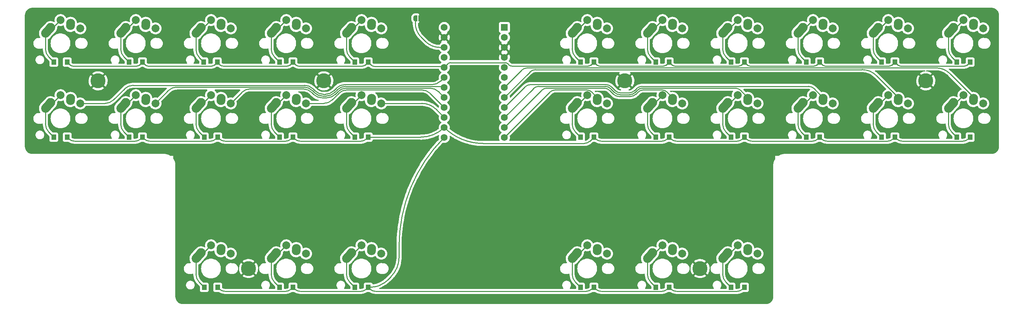
<source format=gbl>
G04 #@! TF.GenerationSoftware,KiCad,Pcbnew,(5.99.0-10034-g38c849bde7)*
G04 #@! TF.CreationDate,2021-04-05T20:49:44-07:00*
G04 #@! TF.ProjectId,unisplit_orthosteno,756e6973-706c-4697-945f-6f7274686f73,rev?*
G04 #@! TF.SameCoordinates,Original*
G04 #@! TF.FileFunction,Copper,L2,Bot*
G04 #@! TF.FilePolarity,Positive*
%FSLAX46Y46*%
G04 Gerber Fmt 4.6, Leading zero omitted, Abs format (unit mm)*
G04 Created by KiCad (PCBNEW (5.99.0-10034-g38c849bde7)) date 2021-04-05 20:49:44*
%MOMM*%
%LPD*%
G01*
G04 APERTURE LIST*
G04 Aperture macros list*
%AMHorizOval*
0 Thick line with rounded ends*
0 $1 width*
0 $2 $3 position (X,Y) of the first rounded end (center of the circle)*
0 $4 $5 position (X,Y) of the second rounded end (center of the circle)*
0 Add line between two ends*
20,1,$1,$2,$3,$4,$5,0*
0 Add two circle primitives to create the rounded ends*
1,1,$1,$2,$3*
1,1,$1,$4,$5*%
%AMFreePoly0*
4,1,22,0.500000,-0.750000,0.000000,-0.750000,0.000000,-0.745033,-0.079941,-0.743568,-0.215256,-0.701293,-0.333266,-0.622738,-0.424486,-0.514219,-0.481581,-0.384460,-0.499164,-0.250000,-0.500000,-0.250000,-0.500000,0.250000,-0.499164,0.250000,-0.499963,0.256109,-0.478152,0.396186,-0.417904,0.524511,-0.324060,0.630769,-0.204165,0.706417,-0.067858,0.745374,0.000000,0.744959,0.000000,0.750000,
0.500000,0.750000,0.500000,-0.750000,0.500000,-0.750000,$1*%
%AMFreePoly1*
4,1,20,0.000000,0.744959,0.073905,0.744508,0.209726,0.703889,0.328688,0.626782,0.421226,0.519385,0.479903,0.390333,0.500000,0.250000,0.500000,-0.250000,0.499851,-0.262216,0.476331,-0.402017,0.414519,-0.529596,0.319384,-0.634700,0.198574,-0.708877,0.061801,-0.746166,0.000000,-0.745033,0.000000,-0.750000,-0.500000,-0.750000,-0.500000,0.750000,0.000000,0.750000,0.000000,0.744959,
0.000000,0.744959,$1*%
G04 Aperture macros list end*
G04 #@! TA.AperFunction,ComponentPad*
%ADD10HorizOval,2.250000X0.019771X0.290016X-0.019771X-0.290016X0*%
G04 #@! TD*
G04 #@! TA.AperFunction,ComponentPad*
%ADD11C,2.000000*%
G04 #@! TD*
G04 #@! TA.AperFunction,ComponentPad*
%ADD12C,2.250000*%
G04 #@! TD*
G04 #@! TA.AperFunction,ComponentPad*
%ADD13HorizOval,2.250000X0.654995X0.730004X-0.654995X-0.730004X0*%
G04 #@! TD*
G04 #@! TA.AperFunction,ComponentPad*
%ADD14C,3.800000*%
G04 #@! TD*
G04 #@! TA.AperFunction,ComponentPad*
%ADD15FreePoly0,0.000000*%
G04 #@! TD*
G04 #@! TA.AperFunction,ComponentPad*
%ADD16FreePoly1,0.000000*%
G04 #@! TD*
G04 #@! TA.AperFunction,SMDPad,CuDef*
%ADD17R,1.200000X1.400000*%
G04 #@! TD*
G04 #@! TA.AperFunction,ComponentPad*
%ADD18R,1.752600X1.752600*%
G04 #@! TD*
G04 #@! TA.AperFunction,ComponentPad*
%ADD19C,1.752600*%
G04 #@! TD*
G04 #@! TA.AperFunction,ViaPad*
%ADD20C,0.800000*%
G04 #@! TD*
G04 #@! TA.AperFunction,Conductor*
%ADD21C,0.250000*%
G04 #@! TD*
G04 APERTURE END LIST*
D10*
X39826021Y-65059984D03*
D11*
X42306250Y-66050000D03*
D12*
X39846250Y-64770000D03*
X34806250Y-65850000D03*
D13*
X34151245Y-66579996D03*
D11*
X37306250Y-63950000D03*
D10*
X58876021Y-65059984D03*
D12*
X58896250Y-64770000D03*
D11*
X61356250Y-66050000D03*
D12*
X53856250Y-65850000D03*
D13*
X53201245Y-66579996D03*
D11*
X56356250Y-63950000D03*
D10*
X77926021Y-65059984D03*
D12*
X77946250Y-64770000D03*
D11*
X80406250Y-66050000D03*
X75406250Y-63950000D03*
D13*
X72251245Y-66579996D03*
D12*
X72906250Y-65850000D03*
D11*
X99456250Y-66050000D03*
D10*
X96976021Y-65059984D03*
D12*
X96996250Y-64770000D03*
D11*
X94456250Y-63950000D03*
D12*
X91956250Y-65850000D03*
D13*
X91301245Y-66579996D03*
D10*
X116026021Y-65059984D03*
D12*
X116046250Y-64770000D03*
D11*
X118506250Y-66050000D03*
D13*
X110351245Y-66579996D03*
D12*
X111006250Y-65850000D03*
D11*
X113506250Y-63950000D03*
D12*
X173196250Y-64770000D03*
D11*
X175656250Y-66050000D03*
D10*
X173176021Y-65059984D03*
D12*
X168156250Y-65850000D03*
D11*
X170656250Y-63950000D03*
D13*
X167501245Y-66579996D03*
D12*
X192246250Y-64770000D03*
D11*
X194706250Y-66050000D03*
D10*
X192226021Y-65059984D03*
D13*
X186551245Y-66579996D03*
D11*
X189706250Y-63950000D03*
D12*
X187206250Y-65850000D03*
D11*
X213756250Y-66050000D03*
D12*
X211296250Y-64770000D03*
D10*
X211276021Y-65059984D03*
D13*
X205601245Y-66579996D03*
D11*
X208756250Y-63950000D03*
D12*
X206256250Y-65850000D03*
D11*
X232806250Y-66050000D03*
D10*
X230326021Y-65059984D03*
D12*
X230346250Y-64770000D03*
X225306250Y-65850000D03*
D13*
X224651245Y-66579996D03*
D11*
X227806250Y-63950000D03*
X251856250Y-66050000D03*
D10*
X249376021Y-65059984D03*
D12*
X249396250Y-64770000D03*
X244356250Y-65850000D03*
D11*
X246856250Y-63950000D03*
D13*
X243701245Y-66579996D03*
D12*
X268446250Y-64770000D03*
D11*
X270906250Y-66050000D03*
D10*
X268426021Y-65059984D03*
D12*
X263406250Y-65850000D03*
D11*
X265906250Y-63950000D03*
D13*
X262751245Y-66579996D03*
D10*
X39826021Y-84109984D03*
D12*
X39846250Y-83820000D03*
D11*
X42306250Y-85100000D03*
D13*
X34151245Y-85629996D03*
D11*
X37306250Y-83000000D03*
D12*
X34806250Y-84900000D03*
D10*
X58876021Y-84109984D03*
D12*
X58896250Y-83820000D03*
D11*
X61356250Y-85100000D03*
X56356250Y-83000000D03*
D13*
X53201245Y-85629996D03*
D12*
X53856250Y-84900000D03*
X77946250Y-83820000D03*
D11*
X80406250Y-85100000D03*
D10*
X77926021Y-84109984D03*
D11*
X75406250Y-83000000D03*
D12*
X72906250Y-84900000D03*
D13*
X72251245Y-85629996D03*
D11*
X99456250Y-85100000D03*
D10*
X96976021Y-84109984D03*
D12*
X96996250Y-83820000D03*
D13*
X91301245Y-85629996D03*
D12*
X91956250Y-84900000D03*
D11*
X94456250Y-83000000D03*
D12*
X116046250Y-83820000D03*
D10*
X116026021Y-84109984D03*
D11*
X118506250Y-85100000D03*
D13*
X110351245Y-85629996D03*
D12*
X111006250Y-84900000D03*
D11*
X113506250Y-83000000D03*
D12*
X173196250Y-83820000D03*
D10*
X173176021Y-84109984D03*
D11*
X175656250Y-85100000D03*
D13*
X167501245Y-85629996D03*
D12*
X168156250Y-84900000D03*
D11*
X170656250Y-83000000D03*
D12*
X192246250Y-83820000D03*
D11*
X194706250Y-85100000D03*
D10*
X192226021Y-84109984D03*
D13*
X186551245Y-85629996D03*
D11*
X189706250Y-83000000D03*
D12*
X187206250Y-84900000D03*
D10*
X211276021Y-84109984D03*
D12*
X211296250Y-83820000D03*
D11*
X213756250Y-85100000D03*
X208756250Y-83000000D03*
D12*
X206256250Y-84900000D03*
D13*
X205601245Y-85629996D03*
D10*
X230326021Y-84109984D03*
D11*
X232806250Y-85100000D03*
D12*
X230346250Y-83820000D03*
D11*
X227806250Y-83000000D03*
D12*
X225306250Y-84900000D03*
D13*
X224651245Y-85629996D03*
D12*
X249396250Y-83820000D03*
D11*
X251856250Y-85100000D03*
D10*
X249376021Y-84109984D03*
D12*
X244356250Y-84900000D03*
D13*
X243701245Y-85629996D03*
D11*
X246856250Y-83000000D03*
X270906250Y-85100000D03*
D12*
X268446250Y-83820000D03*
D10*
X268426021Y-84109984D03*
D13*
X262751245Y-85629996D03*
D12*
X263406250Y-84900000D03*
D11*
X265906250Y-83000000D03*
X80406250Y-123200000D03*
D10*
X77926021Y-122209984D03*
D12*
X77946250Y-121920000D03*
X72906250Y-123000000D03*
D11*
X75406250Y-121100000D03*
D13*
X72251245Y-123729996D03*
D11*
X99456250Y-123200000D03*
D12*
X96996250Y-121920000D03*
D10*
X96976021Y-122209984D03*
D13*
X91301245Y-123729996D03*
D12*
X91956250Y-123000000D03*
D11*
X94456250Y-121100000D03*
D12*
X173196250Y-121920000D03*
D10*
X173176021Y-122209984D03*
D11*
X175656250Y-123200000D03*
D13*
X167501245Y-123729996D03*
D12*
X168156250Y-123000000D03*
D11*
X170656250Y-121100000D03*
X194706250Y-123200000D03*
D10*
X192226021Y-122209984D03*
D12*
X192246250Y-121920000D03*
D11*
X189706250Y-121100000D03*
D12*
X187206250Y-123000000D03*
D13*
X186551245Y-123729996D03*
D10*
X116026021Y-122209984D03*
D12*
X116046250Y-121920000D03*
D11*
X118506250Y-123200000D03*
X113506250Y-121100000D03*
D13*
X110351245Y-123729996D03*
D12*
X111006250Y-123000000D03*
X211296250Y-121920000D03*
D11*
X213756250Y-123200000D03*
D10*
X211276021Y-122209984D03*
D11*
X208756250Y-121100000D03*
D12*
X206256250Y-123000000D03*
D13*
X205601245Y-123729996D03*
D14*
X84931250Y-127000000D03*
X103981250Y-79375000D03*
X180181250Y-79375000D03*
X256381250Y-79375000D03*
X46831250Y-79375000D03*
D15*
X127143750Y-63500000D03*
D16*
X128443750Y-63500000D03*
D14*
X199231250Y-127000000D03*
D17*
X39006250Y-74612500D03*
X35606250Y-74612500D03*
X58056250Y-74612500D03*
X54656250Y-74612500D03*
X76993750Y-74612500D03*
X73593750Y-74612500D03*
X96156250Y-74612500D03*
X92756250Y-74612500D03*
X115206250Y-74612500D03*
X111806250Y-74612500D03*
X172356250Y-74612500D03*
X168956250Y-74612500D03*
X191406250Y-74612500D03*
X188006250Y-74612500D03*
X210456250Y-74612500D03*
X207056250Y-74612500D03*
X229506250Y-74612500D03*
X226106250Y-74612500D03*
X248556250Y-74612500D03*
X245156250Y-74612500D03*
X267606250Y-74612500D03*
X264206250Y-74612500D03*
X39006250Y-93662500D03*
X35606250Y-93662500D03*
X58056250Y-93662500D03*
X54656250Y-93662500D03*
X77106250Y-93662500D03*
X73706250Y-93662500D03*
X96156250Y-93662500D03*
X92756250Y-93662500D03*
X115206250Y-93662500D03*
X111806250Y-93662500D03*
X172356250Y-93662500D03*
X168956250Y-93662500D03*
X191406250Y-93662500D03*
X188006250Y-93662500D03*
X210456250Y-93662500D03*
X207056250Y-93662500D03*
X229506250Y-93662500D03*
X226106250Y-93662500D03*
X248556250Y-93662500D03*
X245156250Y-93662500D03*
X267606250Y-93662500D03*
X264206250Y-93662500D03*
X77106250Y-131762500D03*
X73706250Y-131762500D03*
X96156250Y-131762500D03*
X92756250Y-131762500D03*
X172356250Y-131762500D03*
X168956250Y-131762500D03*
X191406250Y-131762500D03*
X188006250Y-131762500D03*
D18*
X149701250Y-65804250D03*
D19*
X149701250Y-68344250D03*
X149701250Y-70884250D03*
X149701250Y-73424250D03*
X149701250Y-75964250D03*
X149701250Y-78504250D03*
X149701250Y-81044250D03*
X149701250Y-83584250D03*
X149701250Y-86124250D03*
X149701250Y-88664250D03*
X149701250Y-91204250D03*
X149701250Y-93744250D03*
X134461250Y-93744250D03*
X134461250Y-91204250D03*
X134461250Y-88664250D03*
X134461250Y-86124250D03*
X134461250Y-83584250D03*
X134461250Y-81044250D03*
X134461250Y-78504250D03*
X134461250Y-75964250D03*
X134461250Y-73424250D03*
X134461250Y-70884250D03*
X134461250Y-68344250D03*
X134461250Y-65804250D03*
D17*
X115206250Y-131762500D03*
X111806250Y-131762500D03*
X210456250Y-131762500D03*
X207056250Y-131762500D03*
D20*
X208788000Y-85344000D03*
X165354000Y-91059000D03*
X56388000Y-85344000D03*
X170688000Y-85344000D03*
X141986000Y-92202000D03*
X113538000Y-85471000D03*
X94488000Y-85471000D03*
X246888000Y-85471000D03*
X80518000Y-82931000D03*
X118872000Y-82931000D03*
X227838000Y-85471000D03*
X99695000Y-82804000D03*
X75438000Y-85471000D03*
X189738000Y-85344000D03*
D21*
X249995465Y-75637501D02*
X266167035Y-75637501D01*
X58056250Y-74612500D02*
X58788358Y-75344608D01*
X114474142Y-75344608D02*
X115206250Y-74612500D01*
X172356250Y-74612500D02*
X171624132Y-75344618D01*
X40445465Y-75637501D02*
X56617035Y-75637501D01*
X172356250Y-74612500D02*
X173088358Y-75344608D01*
X149863666Y-74762939D02*
X136076775Y-74762939D01*
X135369668Y-75055832D02*
X134461250Y-75964250D01*
X266874142Y-75344608D02*
X267606250Y-74612500D01*
X210456250Y-74612500D02*
X211188358Y-75344608D01*
X228774142Y-75344608D02*
X229506250Y-74612500D01*
X192845465Y-75637501D02*
X209017035Y-75637501D01*
X115206250Y-74612500D02*
X115206250Y-74725000D01*
X248556250Y-74612500D02*
X249288358Y-75344608D01*
X150859559Y-75344618D02*
X150570773Y-75055832D01*
X96156250Y-74612500D02*
X96888358Y-75344608D01*
X229506250Y-74612500D02*
X230238358Y-75344608D01*
X78432965Y-75637501D02*
X94717035Y-75637501D01*
X76261642Y-75344608D02*
X76993750Y-74612500D01*
X115206250Y-74612500D02*
X115992857Y-75399107D01*
X190674142Y-75344608D02*
X191406250Y-74612500D01*
X211895465Y-75637501D02*
X228067035Y-75637501D01*
X76993750Y-74612500D02*
X77725858Y-75344608D01*
X97595465Y-75637501D02*
X113767035Y-75637501D01*
X170917025Y-75637511D02*
X151566666Y-75637511D01*
X134189000Y-75692000D02*
X134461250Y-75964250D01*
X116699964Y-75692000D02*
X134189000Y-75692000D01*
X230945465Y-75637501D02*
X247117035Y-75637501D01*
X59495465Y-75637501D02*
X75554535Y-75637501D01*
X191406250Y-74612500D02*
X192138358Y-75344608D01*
X57324142Y-75344608D02*
X58056250Y-74612500D01*
X173795465Y-75637501D02*
X189967035Y-75637501D01*
X247824142Y-75344608D02*
X248556250Y-74612500D01*
X209724142Y-75344608D02*
X210456250Y-74612500D01*
X39006250Y-74612500D02*
X39738358Y-75344608D01*
X95424142Y-75344608D02*
X96156250Y-74612500D01*
X95424142Y-75344608D02*
G75*
G02*
X94717035Y-75637501I-707106J707106D01*
G01*
X150570773Y-75055832D02*
G75*
G03*
X149863666Y-74762939I-707106J-707106D01*
G01*
X150859559Y-75344618D02*
G75*
G03*
X151566666Y-75637511I707106J707106D01*
G01*
X75554535Y-75637500D02*
G75*
G03*
X76261641Y-75344607I3J999993D01*
G01*
X57324142Y-75344608D02*
G75*
G02*
X56617035Y-75637501I-707106J707106D01*
G01*
X230945465Y-75637500D02*
G75*
G02*
X230238359Y-75344607I-3J999993D01*
G01*
X266167035Y-75637500D02*
G75*
G03*
X266874141Y-75344607I3J999993D01*
G01*
X77725858Y-75344608D02*
G75*
G03*
X78432965Y-75637501I707106J707106D01*
G01*
X115992857Y-75399107D02*
G75*
G03*
X116699964Y-75692000I707106J707106D01*
G01*
X228067035Y-75637500D02*
G75*
G03*
X228774141Y-75344607I3J999993D01*
G01*
X209724142Y-75344608D02*
G75*
G02*
X209017035Y-75637501I-707106J707106D01*
G01*
X211895465Y-75637500D02*
G75*
G02*
X211188359Y-75344607I-3J999993D01*
G01*
X192138358Y-75344608D02*
G75*
G03*
X192845465Y-75637501I707106J707106D01*
G01*
X59495465Y-75637500D02*
G75*
G02*
X58788359Y-75344607I-3J999993D01*
G01*
X113767035Y-75637500D02*
G75*
G03*
X114474141Y-75344607I3J999993D01*
G01*
X189967035Y-75637500D02*
G75*
G03*
X190674141Y-75344607I3J999993D01*
G01*
X173795465Y-75637500D02*
G75*
G02*
X173088359Y-75344607I-3J999993D01*
G01*
X39738358Y-75344608D02*
G75*
G03*
X40445465Y-75637501I707106J707106D01*
G01*
X249995465Y-75637500D02*
G75*
G02*
X249288359Y-75344607I-3J999993D01*
G01*
X247117035Y-75637500D02*
G75*
G03*
X247824141Y-75344607I3J999993D01*
G01*
X97595465Y-75637500D02*
G75*
G02*
X96888359Y-75344607I-3J999993D01*
G01*
X135369668Y-75055832D02*
G75*
G02*
X136076775Y-74762939I707106J-707106D01*
G01*
X171624132Y-75344618D02*
G75*
G02*
X170917025Y-75637511I-707106J707106D01*
G01*
X34374930Y-73381180D02*
X35606250Y-74612500D01*
X33532036Y-67310000D02*
X33496250Y-67310000D01*
X37306250Y-63950000D02*
X34239143Y-67017107D01*
X33496250Y-67310000D02*
X33496250Y-71259859D01*
X34239143Y-67017107D02*
G75*
G02*
X33532036Y-67310000I-707106J707106D01*
G01*
X33496251Y-71259859D02*
G75*
G03*
X34374931Y-73381179I2999993J-3D01*
G01*
X53424930Y-73381180D02*
X54656250Y-74612500D01*
X52546250Y-67310000D02*
X52546250Y-71259859D01*
X54042036Y-65850000D02*
X53856250Y-65850000D01*
X56356250Y-63950000D02*
X54749143Y-65557107D01*
X53424930Y-73381180D02*
G75*
G02*
X52546250Y-71259859I2121325J2121323D01*
G01*
X54042036Y-65849999D02*
G75*
G03*
X54749142Y-65557106I3J999993D01*
G01*
X71596250Y-67310000D02*
X71596250Y-71372359D01*
X75406250Y-63950000D02*
X72339143Y-67017107D01*
X72474930Y-73493680D02*
X73593750Y-74612500D01*
X71632036Y-67310000D02*
X71596250Y-67310000D01*
X72474930Y-73493680D02*
G75*
G02*
X71596250Y-71372359I2121325J2121323D01*
G01*
X71632036Y-67309999D02*
G75*
G03*
X72339142Y-67017106I3J999993D01*
G01*
X94456250Y-63950000D02*
X91389143Y-67017107D01*
X91524930Y-73381180D02*
X92756250Y-74612500D01*
X90682036Y-67310000D02*
X90646250Y-67310000D01*
X90646250Y-67310000D02*
X90646250Y-71259859D01*
X91389143Y-67017107D02*
G75*
G02*
X90682036Y-67310000I-707106J707106D01*
G01*
X90646251Y-71259859D02*
G75*
G03*
X91524931Y-73381179I2999993J-3D01*
G01*
X109696250Y-67310000D02*
X109696250Y-71259859D01*
X113506250Y-63950000D02*
X111899143Y-65557107D01*
X110574930Y-73381180D02*
X111806250Y-74612500D01*
X111192036Y-65850000D02*
X111006250Y-65850000D01*
X111192036Y-65849999D02*
G75*
G03*
X111899142Y-65557106I3J999993D01*
G01*
X110574930Y-73381180D02*
G75*
G02*
X109696250Y-71259859I2121325J2121323D01*
G01*
X166846250Y-67310000D02*
X166846250Y-71259859D01*
X166882036Y-67310000D02*
X166846250Y-67310000D01*
X167724930Y-73381180D02*
X168956250Y-74612500D01*
X170656250Y-63950000D02*
X167589143Y-67017107D01*
X166846251Y-71259859D02*
G75*
G03*
X167724931Y-73381179I2999993J-3D01*
G01*
X167589143Y-67017107D02*
G75*
G02*
X166882036Y-67310000I-707106J707106D01*
G01*
X189706250Y-63950000D02*
X188099143Y-65557107D01*
X186774930Y-73381180D02*
X188006250Y-74612500D01*
X187392036Y-65850000D02*
X187206250Y-65850000D01*
X185896250Y-67310000D02*
X185896250Y-71259859D01*
X188099143Y-65557107D02*
G75*
G02*
X187392036Y-65850000I-707106J707106D01*
G01*
X185896251Y-71259859D02*
G75*
G03*
X186774931Y-73381179I2999993J-3D01*
G01*
X206442036Y-65850000D02*
X206256250Y-65850000D01*
X208756250Y-63950000D02*
X207149143Y-65557107D01*
X205824930Y-73381180D02*
X207056250Y-74612500D01*
X204946250Y-67310000D02*
X204946250Y-71259859D01*
X205824930Y-73381180D02*
G75*
G02*
X204946250Y-71259859I2121325J2121323D01*
G01*
X207149143Y-65557107D02*
G75*
G02*
X206442036Y-65850000I-707106J707106D01*
G01*
X227806250Y-63950000D02*
X224739143Y-67017107D01*
X223996250Y-67310000D02*
X223996250Y-71259859D01*
X224874930Y-73381180D02*
X226106250Y-74612500D01*
X224032036Y-67310000D02*
X223996250Y-67310000D01*
X224874930Y-73381180D02*
G75*
G02*
X223996250Y-71259859I2121325J2121323D01*
G01*
X224032036Y-67309999D02*
G75*
G03*
X224739142Y-67017106I3J999993D01*
G01*
X246856250Y-63950000D02*
X245249143Y-65557107D01*
X243924930Y-73381180D02*
X245156250Y-74612500D01*
X244542036Y-65850000D02*
X244356250Y-65850000D01*
X243046250Y-67310000D02*
X243046250Y-71259859D01*
X243046251Y-71259859D02*
G75*
G03*
X243924931Y-73381179I2999993J-3D01*
G01*
X244542036Y-65849999D02*
G75*
G03*
X245249142Y-65557106I3J999993D01*
G01*
X262096250Y-67310000D02*
X262096250Y-71259859D01*
X262974930Y-73381180D02*
X264206250Y-74612500D01*
X265906250Y-63950000D02*
X262839143Y-67017107D01*
X262132036Y-67310000D02*
X262096250Y-67310000D01*
X262132036Y-67309999D02*
G75*
G03*
X262839142Y-67017106I3J999993D01*
G01*
X262974930Y-73381180D02*
G75*
G02*
X262096250Y-71259859I2121325J2121323D01*
G01*
X169940323Y-95250000D02*
X144228540Y-95250000D01*
X77545464Y-94101714D02*
X77106250Y-93662500D01*
X248556250Y-93662500D02*
X248117035Y-94101715D01*
X248995464Y-94101714D02*
X248556250Y-93662500D01*
X58056250Y-93662500D02*
X57617035Y-94101715D01*
X191845464Y-94101714D02*
X191406250Y-93662500D01*
X227652822Y-94687501D02*
X212309678Y-94687501D01*
X246702822Y-94687501D02*
X231359678Y-94687501D01*
X39445464Y-94101714D02*
X39006250Y-93662500D01*
X75252822Y-94687501D02*
X59909678Y-94687501D01*
X134461222Y-91204278D02*
X134461250Y-91204250D01*
X115206250Y-93662500D02*
X128526550Y-93662500D01*
X96156250Y-93662500D02*
X95717035Y-94101715D01*
X172356250Y-93662500D02*
X171354536Y-94664214D01*
X115206250Y-93662500D02*
X114767035Y-94101715D01*
X210895464Y-94101714D02*
X210456250Y-93662500D01*
X229945464Y-94101714D02*
X229506250Y-93662500D01*
X265752822Y-94687501D02*
X250409678Y-94687501D01*
X58495464Y-94101714D02*
X58056250Y-93662500D01*
X267606250Y-93662500D02*
X267167035Y-94101715D01*
X134461260Y-91204260D02*
X134461250Y-91204250D01*
X94302822Y-94687501D02*
X78959678Y-94687501D01*
X172795464Y-94101714D02*
X172356250Y-93662500D01*
X113352822Y-94687501D02*
X98009678Y-94687501D01*
X229506250Y-93662500D02*
X229067035Y-94101715D01*
X96595464Y-94101714D02*
X96156250Y-93662500D01*
X189552822Y-94687501D02*
X174209678Y-94687501D01*
X191406250Y-93662500D02*
X190967035Y-94101715D01*
X210456250Y-93662500D02*
X210017035Y-94101715D01*
X56202822Y-94687501D02*
X40859678Y-94687501D01*
X77106250Y-93662500D02*
X76667035Y-94101715D01*
X208602822Y-94687501D02*
X193259678Y-94687501D01*
X229067035Y-94101715D02*
G75*
G02*
X227652822Y-94687501I-1414213J1414214D01*
G01*
X57617035Y-94101715D02*
G75*
G02*
X56202822Y-94687501I-1414213J1414214D01*
G01*
X171354536Y-94664214D02*
G75*
G02*
X169940323Y-95250000I-1414213J1414214D01*
G01*
X98009678Y-94687500D02*
G75*
G02*
X96595465Y-94101713I0J1999999D01*
G01*
X78959678Y-94687500D02*
G75*
G02*
X77545465Y-94101713I0J1999999D01*
G01*
X210017035Y-94101715D02*
G75*
G02*
X208602822Y-94687501I-1414213J1414214D01*
G01*
X40859678Y-94687500D02*
G75*
G02*
X39445465Y-94101713I0J1999999D01*
G01*
X231359678Y-94687500D02*
G75*
G02*
X229945465Y-94101713I0J1999999D01*
G01*
X248995464Y-94101714D02*
G75*
G03*
X250409678Y-94687501I1414214J1414213D01*
G01*
X113352822Y-94687500D02*
G75*
G03*
X114767034Y-94101714I0J1999999D01*
G01*
X174209678Y-94687500D02*
G75*
G02*
X172795465Y-94101713I0J1999999D01*
G01*
X134461260Y-91204260D02*
G75*
G03*
X144228540Y-95250000I9767282J9767284D01*
G01*
X267167035Y-94101715D02*
G75*
G02*
X265752822Y-94687501I-1414213J1414214D01*
G01*
X95717035Y-94101715D02*
G75*
G02*
X94302822Y-94687501I-1414213J1414214D01*
G01*
X246702822Y-94687500D02*
G75*
G03*
X248117034Y-94101714I0J1999999D01*
G01*
X189552822Y-94687500D02*
G75*
G03*
X190967034Y-94101714I0J1999999D01*
G01*
X191845464Y-94101714D02*
G75*
G03*
X193259678Y-94687501I1414214J1414213D01*
G01*
X210895464Y-94101714D02*
G75*
G03*
X212309678Y-94687501I1414214J1414213D01*
G01*
X134461222Y-91204278D02*
G75*
G02*
X128526550Y-93662500I-5934672J5934672D01*
G01*
X76667035Y-94101715D02*
G75*
G02*
X75252822Y-94687501I-1414213J1414214D01*
G01*
X58495464Y-94101714D02*
G75*
G03*
X59909678Y-94687501I1414214J1414213D01*
G01*
X34374930Y-92431180D02*
X35606250Y-93662500D01*
X33496250Y-86360000D02*
X33496250Y-90309859D01*
X37306250Y-83000000D02*
X34239143Y-86067107D01*
X33532036Y-86360000D02*
X33496250Y-86360000D01*
X33532036Y-86359999D02*
G75*
G03*
X34239142Y-86067106I3J999993D01*
G01*
X34374930Y-92431180D02*
G75*
G02*
X33496250Y-90309859I2121325J2121323D01*
G01*
X53424930Y-92431180D02*
X54656250Y-93662500D01*
X56356250Y-83000000D02*
X53289143Y-86067107D01*
X52546250Y-86360000D02*
X52546250Y-90309859D01*
X52582036Y-86360000D02*
X52546250Y-86360000D01*
X53424930Y-92431180D02*
G75*
G02*
X52546250Y-90309859I2121325J2121323D01*
G01*
X53289143Y-86067107D02*
G75*
G02*
X52582036Y-86360000I-707106J707106D01*
G01*
X75406250Y-83000000D02*
X72339143Y-86067107D01*
X71596250Y-86360000D02*
X71596250Y-90309859D01*
X71632036Y-86360000D02*
X71596250Y-86360000D01*
X72474930Y-92431180D02*
X73706250Y-93662500D01*
X71596251Y-90309859D02*
G75*
G03*
X72474931Y-92431179I2999993J-3D01*
G01*
X72339143Y-86067107D02*
G75*
G02*
X71632036Y-86360000I-707106J707106D01*
G01*
X94456250Y-83000000D02*
X91389143Y-86067107D01*
X90682036Y-86360000D02*
X90646250Y-86360000D01*
X91524930Y-92431180D02*
X92756250Y-93662500D01*
X90646250Y-86360000D02*
X90646250Y-90309859D01*
X90646251Y-90309859D02*
G75*
G03*
X91524931Y-92431179I2999993J-3D01*
G01*
X91389143Y-86067107D02*
G75*
G02*
X90682036Y-86360000I-707106J707106D01*
G01*
X109696250Y-86360000D02*
X109696250Y-90309859D01*
X109732036Y-86360000D02*
X109696250Y-86360000D01*
X113506250Y-83000000D02*
X110439143Y-86067107D01*
X110574930Y-92431180D02*
X111806250Y-93662500D01*
X109696251Y-90309859D02*
G75*
G03*
X110574931Y-92431179I2999993J-3D01*
G01*
X110439143Y-86067107D02*
G75*
G02*
X109732036Y-86360000I-707106J707106D01*
G01*
X167724930Y-92431180D02*
X168956250Y-93662500D01*
X170656250Y-83000000D02*
X167589143Y-86067107D01*
X166846250Y-86360000D02*
X166846250Y-90309859D01*
X166882036Y-86360000D02*
X166846250Y-86360000D01*
X167724930Y-92431180D02*
G75*
G02*
X166846250Y-90309859I2121325J2121323D01*
G01*
X166882036Y-86359999D02*
G75*
G03*
X167589142Y-86067106I3J999993D01*
G01*
X189706250Y-83000000D02*
X186639143Y-86067107D01*
X185896250Y-86360000D02*
X185896250Y-90309859D01*
X185932036Y-86360000D02*
X185896250Y-86360000D01*
X186774930Y-92431180D02*
X188006250Y-93662500D01*
X186639143Y-86067107D02*
G75*
G02*
X185932036Y-86360000I-707106J707106D01*
G01*
X186774930Y-92431180D02*
G75*
G02*
X185896250Y-90309859I2121325J2121323D01*
G01*
X204946250Y-86360000D02*
X204946250Y-90309859D01*
X205824930Y-92431180D02*
X207056250Y-93662500D01*
X208756250Y-83000000D02*
X205689143Y-86067107D01*
X204982036Y-86360000D02*
X204946250Y-86360000D01*
X205824930Y-92431180D02*
G75*
G02*
X204946250Y-90309859I2121325J2121323D01*
G01*
X204982036Y-86359999D02*
G75*
G03*
X205689142Y-86067106I3J999993D01*
G01*
X224032036Y-86360000D02*
X223996250Y-86360000D01*
X227806250Y-83000000D02*
X224739143Y-86067107D01*
X224874930Y-92431180D02*
X226106250Y-93662500D01*
X223996250Y-86360000D02*
X223996250Y-90309859D01*
X224739143Y-86067107D02*
G75*
G02*
X224032036Y-86360000I-707106J707106D01*
G01*
X223996251Y-90309859D02*
G75*
G03*
X224874931Y-92431179I2999993J-3D01*
G01*
X246856250Y-83000000D02*
X245249143Y-84607107D01*
X243924930Y-92431180D02*
X245156250Y-93662500D01*
X244542036Y-84900000D02*
X244356250Y-84900000D01*
X243046250Y-86360000D02*
X243046250Y-90309859D01*
X243046251Y-90309859D02*
G75*
G03*
X243924931Y-92431179I2999993J-3D01*
G01*
X244542036Y-84899999D02*
G75*
G03*
X245249142Y-84607106I3J999993D01*
G01*
X262974930Y-92431180D02*
X264206250Y-93662500D01*
X262132036Y-86360000D02*
X262096250Y-86360000D01*
X265906250Y-83000000D02*
X262839143Y-86067107D01*
X262096250Y-86360000D02*
X262096250Y-90309859D01*
X262132036Y-86359999D02*
G75*
G03*
X262839142Y-86067106I3J999993D01*
G01*
X262096251Y-90309859D02*
G75*
G03*
X262974931Y-92431179I2999993J-3D01*
G01*
X171804526Y-132201724D02*
X172243750Y-131762500D01*
X96156250Y-131762500D02*
X96595465Y-132201715D01*
X95717036Y-132201714D02*
X96156250Y-131762500D01*
X120122537Y-129904614D02*
X120318980Y-129712270D01*
X191406250Y-131762500D02*
X191845465Y-132201715D01*
X117059688Y-132787511D02*
X170390312Y-132787511D01*
X78959678Y-132787501D02*
X94302822Y-132787501D01*
X118300921Y-131121779D02*
X118790821Y-130872163D01*
X120318980Y-129712270D02*
X120981015Y-129050235D01*
X172243750Y-131762500D02*
X172356250Y-131762500D01*
X115369291Y-131762500D02*
X115644205Y-131759601D01*
X134029335Y-94179439D02*
X134461250Y-93744250D01*
X98009678Y-132787501D02*
X113352822Y-132787501D01*
X210017036Y-132201714D02*
X210456250Y-131762500D01*
X123031250Y-124100531D02*
X123031250Y-121338580D01*
X77106250Y-131762500D02*
X77545465Y-132201715D01*
X119704445Y-130261698D02*
X120122537Y-129904614D01*
X117270030Y-131502095D02*
X117792947Y-131332189D01*
X172356250Y-131762500D02*
X172795465Y-132201715D01*
X116735395Y-131630450D02*
X117270030Y-131502095D01*
X118790821Y-130872163D02*
X119259626Y-130584879D01*
X115206250Y-131762500D02*
X115369291Y-131762500D01*
X190967036Y-132201714D02*
X191406250Y-131762500D01*
X193259678Y-132787501D02*
X208602822Y-132787501D01*
X117792947Y-131332189D02*
X118300921Y-131121779D01*
X174209678Y-132787501D02*
X189552822Y-132787501D01*
X114767036Y-132201714D02*
X115206250Y-131762500D01*
X119259626Y-130584879D02*
X119704445Y-130261698D01*
X115206250Y-131762500D02*
X116735395Y-131630450D01*
X115206250Y-131762500D02*
X115645475Y-132201725D01*
X115645475Y-132201725D02*
G75*
G03*
X117059688Y-132787511I1414213J1414214D01*
G01*
X190967036Y-132201714D02*
G75*
G02*
X189552822Y-132787501I-1414214J1414213D01*
G01*
X171804526Y-132201724D02*
G75*
G02*
X170390312Y-132787511I-1414214J1414213D01*
G01*
X193259678Y-132787500D02*
G75*
G02*
X191845466Y-132201714I0J1999999D01*
G01*
X123031249Y-124100531D02*
G75*
G02*
X120981015Y-129050235I-6999938J0D01*
G01*
X174209678Y-132787500D02*
G75*
G02*
X172795466Y-132201714I0J1999999D01*
G01*
X134461157Y-93744343D02*
G75*
G03*
X123031250Y-121338580I27594239J-27594238D01*
G01*
X78959678Y-132787500D02*
G75*
G02*
X77545466Y-132201714I0J1999999D01*
G01*
X208602822Y-132787500D02*
G75*
G03*
X210017035Y-132201713I0J1999999D01*
G01*
X98009678Y-132787500D02*
G75*
G02*
X96595466Y-132201714I0J1999999D01*
G01*
X94302822Y-132787500D02*
G75*
G03*
X95717035Y-132201713I0J1999999D01*
G01*
X114767036Y-132201714D02*
G75*
G02*
X113352822Y-132787501I-1414214J1414213D01*
G01*
X75406250Y-121100000D02*
X72339143Y-124167107D01*
X72474930Y-130531180D02*
X73706250Y-131762500D01*
X71596250Y-124460000D02*
X71596250Y-128409859D01*
X71632036Y-124460000D02*
X71596250Y-124460000D01*
X72474930Y-130531180D02*
G75*
G02*
X71596250Y-128409859I2121325J2121323D01*
G01*
X72339143Y-124167107D02*
G75*
G02*
X71632036Y-124460000I-707106J707106D01*
G01*
X94456250Y-121100000D02*
X92849143Y-122707107D01*
X92142036Y-123000000D02*
X91956250Y-123000000D01*
X91524930Y-130531180D02*
X92756250Y-131762500D01*
X90646250Y-124460000D02*
X90646250Y-128409859D01*
X91524930Y-130531180D02*
G75*
G02*
X90646250Y-128409859I2121325J2121323D01*
G01*
X92849143Y-122707107D02*
G75*
G02*
X92142036Y-123000000I-707106J707106D01*
G01*
X110574930Y-130531180D02*
X111806250Y-131762500D01*
X113506250Y-121100000D02*
X111899143Y-122707107D01*
X109696250Y-124460000D02*
X109696250Y-128409859D01*
X111192036Y-123000000D02*
X111006250Y-123000000D01*
X109696251Y-128409859D02*
G75*
G03*
X110574931Y-130531179I2999993J-3D01*
G01*
X111192036Y-122999999D02*
G75*
G03*
X111899142Y-122707106I3J999993D01*
G01*
X166882036Y-124460000D02*
X166846250Y-124460000D01*
X167724930Y-130531180D02*
X168956250Y-131762500D01*
X170656250Y-121100000D02*
X167589143Y-124167107D01*
X166846250Y-124460000D02*
X166846250Y-128409859D01*
X167724930Y-130531180D02*
G75*
G02*
X166846250Y-128409859I2121325J2121323D01*
G01*
X167589143Y-124167107D02*
G75*
G02*
X166882036Y-124460000I-707106J707106D01*
G01*
X106487071Y-81908787D02*
X107192240Y-81203618D01*
X103873858Y-82787467D02*
X104365750Y-82787467D01*
X109313560Y-80324939D02*
X131397920Y-80324939D01*
X55667661Y-80512480D02*
X99113589Y-80512480D01*
X42306250Y-85100000D02*
X48594859Y-85100000D01*
X133519241Y-79446259D02*
X134461250Y-78504250D01*
X101234910Y-81391160D02*
X101752538Y-81908788D01*
X50716180Y-84221320D02*
X53546341Y-81391159D01*
X103873858Y-82787467D02*
G75*
G02*
X101752538Y-81908788I-1J2999998D01*
G01*
X109313560Y-80324939D02*
G75*
G03*
X107192240Y-81203618I-1J-2999998D01*
G01*
X104365750Y-82787466D02*
G75*
G03*
X106487070Y-81908786I3J2999993D01*
G01*
X55667661Y-80512480D02*
G75*
G03*
X53546341Y-81391159I-1J-2999998D01*
G01*
X48594859Y-85099999D02*
G75*
G03*
X50716179Y-84221319I3J2999993D01*
G01*
X131397920Y-80324938D02*
G75*
G03*
X133519240Y-79446258I3J2999993D01*
G01*
X99113589Y-80512481D02*
G75*
G02*
X101234909Y-81391161I3J-2999993D01*
G01*
X66736391Y-80962500D02*
X98927185Y-80962500D01*
X103687454Y-83237487D02*
X104552154Y-83237487D01*
X101048506Y-81841180D02*
X101566134Y-82358808D01*
X61356250Y-85100000D02*
X64615071Y-81841179D01*
X134191959Y-80774959D02*
X134461250Y-81044250D01*
X109499964Y-80774959D02*
X134191959Y-80774959D01*
X106673475Y-82358807D02*
X107378644Y-81653638D01*
X104552154Y-83237486D02*
G75*
G03*
X106673474Y-82358806I3J2999993D01*
G01*
X103687454Y-83237487D02*
G75*
G02*
X101566134Y-82358808I-1J2999998D01*
G01*
X101048506Y-81841180D02*
G75*
G03*
X98927185Y-80962500I-2121323J-2121325D01*
G01*
X107378644Y-81653638D02*
G75*
G02*
X109499964Y-80774959I2121319J-2121319D01*
G01*
X64615071Y-81841179D02*
G75*
G02*
X66736391Y-80962500I2121319J-2121319D01*
G01*
X103501050Y-83687507D02*
X104738558Y-83687507D01*
X132980659Y-82103659D02*
X134461250Y-83584250D01*
X100862102Y-82291200D02*
X101379730Y-82808828D01*
X109686368Y-81224979D02*
X130859338Y-81224979D01*
X85336371Y-81412520D02*
X98740781Y-81412520D01*
X80406250Y-85100000D02*
X83215051Y-82291199D01*
X106859879Y-82808827D02*
X107565048Y-82103658D01*
X106859879Y-82808827D02*
G75*
G02*
X104738558Y-83687507I-2121323J2121325D01*
G01*
X101379730Y-82808828D02*
G75*
G03*
X103501050Y-83687507I2121319J2121319D01*
G01*
X83215051Y-82291199D02*
G75*
G02*
X85336371Y-81412520I2121319J-2121319D01*
G01*
X100862102Y-82291200D02*
G75*
G03*
X98740781Y-81412520I-2121323J-2121325D01*
G01*
X107565048Y-82103658D02*
G75*
G02*
X109686368Y-81224979I2121319J-2121319D01*
G01*
X132980659Y-82103659D02*
G75*
G03*
X130859338Y-81224979I-2121323J-2121325D01*
G01*
X106083810Y-84221320D02*
X107751452Y-82553678D01*
X99456250Y-85100000D02*
X103962489Y-85100000D01*
X130890679Y-82553679D02*
X134461250Y-86124250D01*
X109872772Y-81674999D02*
X128769358Y-81674999D01*
X103962489Y-85099999D02*
G75*
G03*
X106083809Y-84221319I3J2999993D01*
G01*
X109872772Y-81674999D02*
G75*
G03*
X107751452Y-82553678I-1J-2999998D01*
G01*
X128769358Y-81675000D02*
G75*
G02*
X130890678Y-82553680I3J-2999993D01*
G01*
X118506250Y-85100000D02*
X128825932Y-85100000D01*
X132361466Y-86564466D02*
X134461250Y-88664250D01*
X116006250Y-84400000D02*
X116006250Y-84018750D01*
X116006250Y-84400000D02*
X116006250Y-83225000D01*
X132361466Y-86564466D02*
G75*
G03*
X128825932Y-85100000I-3535533J-3535532D01*
G01*
X172570463Y-82953211D02*
X171878037Y-82260785D01*
X170463824Y-81674999D02*
X162598928Y-81674999D01*
X173156250Y-84400000D02*
X173156250Y-84367425D01*
X161184714Y-82260786D02*
X149701250Y-93744250D01*
X170463824Y-81675000D02*
G75*
G02*
X171878036Y-82260786I0J-1999999D01*
G01*
X161184714Y-82260786D02*
G75*
G02*
X162598928Y-81674999I1414214J-1414213D01*
G01*
X173156249Y-84367425D02*
G75*
G03*
X172570462Y-82953212I-1999999J0D01*
G01*
X159094721Y-81810779D02*
X149701250Y-91204250D01*
X174931485Y-81224992D02*
X160508935Y-81224992D01*
X177292883Y-82757963D02*
X176345698Y-81810778D01*
X191620463Y-82953211D02*
X190928037Y-82260785D01*
X181576747Y-83343750D02*
X178707097Y-83343750D01*
X183488138Y-82260786D02*
X182990960Y-82757964D01*
X189513824Y-81674999D02*
X184902352Y-81674999D01*
X192206250Y-84400000D02*
X192206250Y-84367425D01*
X191620463Y-82953211D02*
G75*
G02*
X192206250Y-84367425I-1414213J-1414214D01*
G01*
X174931485Y-81224993D02*
G75*
G02*
X176345697Y-81810779I0J-1999999D01*
G01*
X190928037Y-82260785D02*
G75*
G03*
X189513824Y-81674999I-1414213J-1414214D01*
G01*
X160508935Y-81224993D02*
G75*
G03*
X159094722Y-81810780I0J-1999999D01*
G01*
X177292883Y-82757963D02*
G75*
G03*
X178707097Y-83343750I1414214J1414213D01*
G01*
X184902352Y-81675000D02*
G75*
G03*
X183488139Y-82260787I0J-1999999D01*
G01*
X181576747Y-83343749D02*
G75*
G03*
X182990959Y-82757963I0J1999999D01*
G01*
X177557943Y-82307943D02*
X176610767Y-81360767D01*
X183301722Y-81810778D02*
X182804556Y-82307944D01*
X181390343Y-82893730D02*
X178972157Y-82893730D01*
X157004732Y-81360768D02*
X149701250Y-88664250D01*
X210670463Y-82953211D02*
X209528029Y-81810777D01*
X211256250Y-84400000D02*
X211256250Y-84367425D01*
X175196554Y-80774981D02*
X158418946Y-80774981D01*
X208113816Y-81224991D02*
X184715936Y-81224991D01*
X209528029Y-81810777D02*
G75*
G03*
X208113816Y-81224991I-1414213J-1414214D01*
G01*
X157004732Y-81360768D02*
G75*
G02*
X158418946Y-80774981I1414214J-1414213D01*
G01*
X176610767Y-81360767D02*
G75*
G03*
X175196554Y-80774981I-1414213J-1414214D01*
G01*
X183301722Y-81810778D02*
G75*
G02*
X184715936Y-81224991I1414214J-1414213D01*
G01*
X177557943Y-82307943D02*
G75*
G03*
X178972157Y-82893730I1414214J1414213D01*
G01*
X181390343Y-82893729D02*
G75*
G03*
X182804555Y-82307943I0J1999999D01*
G01*
X210670463Y-82953211D02*
G75*
G02*
X211256250Y-84367425I-1414213J-1414214D01*
G01*
X183115318Y-81360758D02*
X182618152Y-81857924D01*
X177744347Y-81857923D02*
X176797179Y-80910755D01*
X181203939Y-82443710D02*
X179158561Y-82443710D01*
X154914744Y-80910756D02*
X149701250Y-86124250D01*
X230306250Y-84400000D02*
X230306250Y-84367425D01*
X229720463Y-82953211D02*
X228128009Y-81360757D01*
X175382966Y-80324969D02*
X156328958Y-80324969D01*
X226713796Y-80774971D02*
X184529532Y-80774971D01*
X226713796Y-80774972D02*
G75*
G02*
X228128008Y-81360758I0J-1999999D01*
G01*
X181203939Y-82443709D02*
G75*
G03*
X182618151Y-81857923I0J1999999D01*
G01*
X229720463Y-82953211D02*
G75*
G02*
X230306250Y-84367425I-1414213J-1414214D01*
G01*
X156328958Y-80324970D02*
G75*
G03*
X154914745Y-80910757I0J-1999999D01*
G01*
X179158561Y-82443709D02*
G75*
G02*
X177744348Y-81857922I0J1999999D01*
G01*
X184529532Y-80774972D02*
G75*
G03*
X183115319Y-81360759I0J-1999999D01*
G01*
X175382966Y-80324970D02*
G75*
G02*
X176797178Y-80910756I0J-1999999D01*
G01*
X240283705Y-76537521D02*
X228600000Y-76537521D01*
X249356250Y-84400000D02*
X249356250Y-83953212D01*
X209804047Y-76537521D02*
X209804045Y-76537519D01*
X209804047Y-76537521D02*
X228600000Y-76537521D01*
X228600002Y-76537519D02*
X230158449Y-76537519D01*
X209804045Y-76537519D02*
X157576408Y-76537519D01*
X228600000Y-76537521D02*
X228600002Y-76537519D01*
X156162194Y-77123306D02*
X149701250Y-83584250D01*
X249063357Y-83246105D02*
X243819239Y-78001987D01*
X209804048Y-76537521D02*
G75*
G03*
X209804048Y-76537521I0J0D01*
G01*
X249063357Y-83246105D02*
G75*
G02*
X249356250Y-83953212I-707106J-707106D01*
G01*
X243819239Y-78001987D02*
G75*
G03*
X240283705Y-76537521I-3535533J-3535532D01*
G01*
X156162194Y-77123306D02*
G75*
G02*
X157576408Y-76537519I1414214J-1414213D01*
G01*
X268113357Y-83169607D02*
X262495726Y-77551976D01*
X230981249Y-76087510D02*
X230981250Y-76087511D01*
X258960192Y-76087510D02*
X190500000Y-76087510D01*
X268406250Y-84400000D02*
X268406250Y-83876714D01*
X230344850Y-76087510D02*
X211931250Y-76087511D01*
X149701250Y-81044250D02*
X154072203Y-76673297D01*
X268406250Y-84400000D02*
X268406250Y-83538998D01*
X155486416Y-76087511D02*
X190567649Y-76087511D01*
X268406249Y-83876714D02*
G75*
G03*
X268113356Y-83169608I-999993J3D01*
G01*
X154072203Y-76673297D02*
G75*
G02*
X155486416Y-76087511I1414213J-1414214D01*
G01*
X258960192Y-76087510D02*
G75*
G02*
X262495726Y-77551976I1J-4999998D01*
G01*
X128608216Y-68283216D02*
X129744784Y-69419784D01*
X133280318Y-70884250D02*
X134461250Y-70884250D01*
X127143750Y-63500000D02*
X127143750Y-64747682D01*
X129744784Y-69419784D02*
G75*
G03*
X133280318Y-70884250I3535533J3535532D01*
G01*
X127143750Y-64747682D02*
G75*
G03*
X128608216Y-68283216I4999998J-1D01*
G01*
X185896250Y-124460000D02*
X185896250Y-128409859D01*
X185932036Y-124460000D02*
X185896250Y-124460000D01*
X186774930Y-130531180D02*
X188006250Y-131762500D01*
X189706250Y-121100000D02*
X186639143Y-124167107D01*
X186774930Y-130531180D02*
G75*
G02*
X185896250Y-128409859I2121325J2121323D01*
G01*
X186639143Y-124167107D02*
G75*
G02*
X185932036Y-124460000I-707106J707106D01*
G01*
X205824930Y-130531180D02*
X207056250Y-131762500D01*
X206442036Y-123000000D02*
X206256250Y-123000000D01*
X208756250Y-121100000D02*
X207149143Y-122707107D01*
X204946250Y-124460000D02*
X204946250Y-128409859D01*
X206442036Y-122999999D02*
G75*
G03*
X207149142Y-122707106I3J999993D01*
G01*
X204946251Y-128409859D02*
G75*
G03*
X205824931Y-130531179I2999993J-3D01*
G01*
G04 #@! TA.AperFunction,Conductor*
G36*
X272989073Y-60834841D02*
G01*
X272998448Y-60836462D01*
X272998454Y-60836463D01*
X273003247Y-60837291D01*
X273048299Y-60838043D01*
X273128461Y-60839383D01*
X273134595Y-60839635D01*
X273177288Y-60842432D01*
X273190870Y-60843323D01*
X273199063Y-60844129D01*
X273249282Y-60850741D01*
X273387955Y-60868998D01*
X273396087Y-60870341D01*
X273432821Y-60877647D01*
X273440853Y-60879519D01*
X273624887Y-60928831D01*
X273632752Y-60931217D01*
X273668219Y-60943256D01*
X273668222Y-60943257D01*
X273675937Y-60946161D01*
X273851969Y-61019076D01*
X273859473Y-61022476D01*
X273859486Y-61022482D01*
X273893060Y-61039039D01*
X273900331Y-61042926D01*
X274065314Y-61138179D01*
X274072312Y-61142530D01*
X274103471Y-61163349D01*
X274110138Y-61168127D01*
X274261341Y-61284149D01*
X274267667Y-61289341D01*
X274290770Y-61309602D01*
X274295839Y-61314048D01*
X274301854Y-61319682D01*
X274436562Y-61454389D01*
X274442197Y-61460406D01*
X274466897Y-61488570D01*
X274472116Y-61494928D01*
X274587869Y-61645780D01*
X274588107Y-61646090D01*
X274592910Y-61652793D01*
X274613720Y-61683938D01*
X274618073Y-61690939D01*
X274713329Y-61855928D01*
X274717211Y-61863190D01*
X274733771Y-61896770D01*
X274737172Y-61904275D01*
X274810090Y-62080313D01*
X274812994Y-62088030D01*
X274825023Y-62123467D01*
X274827417Y-62131357D01*
X274876733Y-62315409D01*
X274878605Y-62323438D01*
X274885909Y-62360156D01*
X274887251Y-62368284D01*
X274909422Y-62536684D01*
X274912120Y-62557178D01*
X274912927Y-62565374D01*
X274916180Y-62615004D01*
X274916617Y-62621675D01*
X274916869Y-62627810D01*
X274918905Y-62749726D01*
X274919615Y-62754155D01*
X274921662Y-62766926D01*
X274923250Y-62786868D01*
X274923250Y-95961362D01*
X274921409Y-95982823D01*
X274919788Y-95992198D01*
X274919787Y-95992204D01*
X274918959Y-95996997D01*
X274918673Y-96014132D01*
X274916867Y-96122211D01*
X274916615Y-96128345D01*
X274912928Y-96184613D01*
X274912121Y-96192813D01*
X274909949Y-96209312D01*
X274887251Y-96381712D01*
X274885909Y-96389842D01*
X274878599Y-96426594D01*
X274876733Y-96434594D01*
X274827418Y-96618636D01*
X274825025Y-96626526D01*
X274812994Y-96661968D01*
X274810090Y-96669684D01*
X274737174Y-96845720D01*
X274733780Y-96853212D01*
X274717203Y-96886825D01*
X274713324Y-96894082D01*
X274618077Y-97059055D01*
X274613723Y-97066057D01*
X274592898Y-97097224D01*
X274588096Y-97103925D01*
X274472116Y-97255072D01*
X274466916Y-97261408D01*
X274444913Y-97286498D01*
X274442202Y-97289589D01*
X274436568Y-97295603D01*
X274301848Y-97430323D01*
X274295830Y-97435960D01*
X274267676Y-97460650D01*
X274261303Y-97465880D01*
X274110175Y-97581845D01*
X274103475Y-97586647D01*
X274072314Y-97607469D01*
X274065318Y-97611819D01*
X274017006Y-97639712D01*
X273900334Y-97707072D01*
X273893063Y-97710959D01*
X273859475Y-97727523D01*
X273851964Y-97730926D01*
X273675938Y-97803839D01*
X273668226Y-97806742D01*
X273632752Y-97818784D01*
X273624904Y-97821164D01*
X273445088Y-97869345D01*
X273440838Y-97870484D01*
X273432807Y-97872356D01*
X273396094Y-97879658D01*
X273387962Y-97881001D01*
X273297615Y-97892896D01*
X273199060Y-97905871D01*
X273190876Y-97906677D01*
X273141246Y-97909930D01*
X273134575Y-97910367D01*
X273128440Y-97910619D01*
X273092039Y-97911227D01*
X273011014Y-97912580D01*
X273006525Y-97912655D01*
X272990280Y-97915259D01*
X272989325Y-97915412D01*
X272969383Y-97917000D01*
X220740957Y-97917000D01*
X220723657Y-97915806D01*
X220692119Y-97911434D01*
X220687254Y-97911515D01*
X220687250Y-97911515D01*
X220615774Y-97912709D01*
X220505124Y-97914557D01*
X220500102Y-97914540D01*
X220477500Y-97914008D01*
X220472667Y-97914644D01*
X220472452Y-97914656D01*
X220467801Y-97915167D01*
X220467604Y-97915184D01*
X220463120Y-97915259D01*
X220458696Y-97915968D01*
X220458686Y-97915969D01*
X220442429Y-97918575D01*
X220438934Y-97919085D01*
X220267241Y-97941689D01*
X220128219Y-97959991D01*
X220125303Y-97960341D01*
X220118590Y-97961064D01*
X220106411Y-97962376D01*
X220106408Y-97962377D01*
X220101569Y-97962898D01*
X220097153Y-97964081D01*
X220095879Y-97964249D01*
X220082320Y-97968047D01*
X220081049Y-97968396D01*
X219761229Y-98054092D01*
X219758374Y-98054821D01*
X219739966Y-98059291D01*
X219739964Y-98059292D01*
X219735235Y-98060440D01*
X219731017Y-98062187D01*
X219729771Y-98062521D01*
X219716738Y-98068093D01*
X219715469Y-98068627D01*
X219409745Y-98195263D01*
X219406990Y-98196366D01*
X219389315Y-98203204D01*
X219389311Y-98203206D01*
X219384769Y-98204963D01*
X219380811Y-98207248D01*
X219379621Y-98207741D01*
X219367409Y-98214978D01*
X219366333Y-98215607D01*
X219235368Y-98291220D01*
X219079638Y-98381130D01*
X219077052Y-98382582D01*
X219066512Y-98388341D01*
X219056163Y-98393995D01*
X219052542Y-98396774D01*
X219051424Y-98397419D01*
X219050582Y-98398080D01*
X219050577Y-98398082D01*
X219048213Y-98399622D01*
X219048178Y-98399569D01*
X219046399Y-98401204D01*
X219044161Y-98402717D01*
X219043060Y-98401088D01*
X218984660Y-98424435D01*
X218972743Y-98425000D01*
X218281250Y-98425000D01*
X218281250Y-99116115D01*
X218259181Y-99187349D01*
X218258360Y-99188547D01*
X218255308Y-99192336D01*
X218253028Y-99196285D01*
X218252240Y-99197312D01*
X218248369Y-99204196D01*
X218245296Y-99209661D01*
X218244593Y-99210894D01*
X218079119Y-99497506D01*
X218077700Y-99499899D01*
X218065245Y-99520343D01*
X218063496Y-99524566D01*
X218062852Y-99525681D01*
X218062465Y-99526646D01*
X218057615Y-99538742D01*
X218057076Y-99540064D01*
X217930415Y-99845851D01*
X217929254Y-99848563D01*
X217919620Y-99870355D01*
X217918439Y-99874761D01*
X217917944Y-99875957D01*
X217917686Y-99876964D01*
X217917685Y-99876968D01*
X217914434Y-99889677D01*
X217914078Y-99891040D01*
X217829881Y-100205266D01*
X217828430Y-100210680D01*
X217827640Y-100213495D01*
X217820927Y-100236379D01*
X217820331Y-100240905D01*
X217819997Y-100242152D01*
X217819873Y-100243182D01*
X217819871Y-100243193D01*
X217818306Y-100256221D01*
X217818128Y-100257638D01*
X217776174Y-100576316D01*
X217775413Y-100581319D01*
X217771563Y-100603592D01*
X217771482Y-100608458D01*
X217771463Y-100608658D01*
X217771284Y-100613341D01*
X217771271Y-100613557D01*
X217770686Y-100618000D01*
X217770737Y-100622483D01*
X217770923Y-100638942D01*
X217770913Y-100642472D01*
X217770848Y-100646354D01*
X217767738Y-100832591D01*
X217768299Y-100837036D01*
X217772258Y-100868405D01*
X217773250Y-100884182D01*
X217773250Y-134061362D01*
X217771409Y-134082823D01*
X217769788Y-134092198D01*
X217769787Y-134092204D01*
X217768959Y-134096997D01*
X217768673Y-134114132D01*
X217766867Y-134222211D01*
X217766615Y-134228345D01*
X217762928Y-134284613D01*
X217762121Y-134292813D01*
X217759949Y-134309312D01*
X217737251Y-134481712D01*
X217735909Y-134489842D01*
X217728599Y-134526594D01*
X217726733Y-134534594D01*
X217677418Y-134718636D01*
X217675025Y-134726526D01*
X217662994Y-134761968D01*
X217660090Y-134769684D01*
X217587174Y-134945720D01*
X217583780Y-134953212D01*
X217567203Y-134986825D01*
X217563324Y-134994082D01*
X217468077Y-135159055D01*
X217463723Y-135166057D01*
X217442898Y-135197224D01*
X217438096Y-135203925D01*
X217322116Y-135355072D01*
X217316916Y-135361408D01*
X217294913Y-135386498D01*
X217292202Y-135389589D01*
X217286568Y-135395603D01*
X217151848Y-135530323D01*
X217145830Y-135535960D01*
X217117676Y-135560650D01*
X217111303Y-135565880D01*
X216960175Y-135681845D01*
X216953475Y-135686647D01*
X216922314Y-135707469D01*
X216915318Y-135711819D01*
X216867006Y-135739712D01*
X216750334Y-135807072D01*
X216743063Y-135810959D01*
X216709475Y-135827523D01*
X216701964Y-135830926D01*
X216525938Y-135903839D01*
X216518226Y-135906742D01*
X216482752Y-135918784D01*
X216474904Y-135921164D01*
X216295088Y-135969345D01*
X216290838Y-135970484D01*
X216282807Y-135972356D01*
X216246094Y-135979658D01*
X216237962Y-135981001D01*
X216147615Y-135992896D01*
X216049060Y-136005871D01*
X216040876Y-136006677D01*
X215991246Y-136009930D01*
X215984575Y-136010367D01*
X215978440Y-136010619D01*
X215942039Y-136011227D01*
X215861014Y-136012580D01*
X215856525Y-136012655D01*
X215840903Y-136015159D01*
X215839325Y-136015412D01*
X215819383Y-136017000D01*
X68344888Y-136017000D01*
X68323427Y-136015159D01*
X68314052Y-136013538D01*
X68314046Y-136013537D01*
X68309253Y-136012709D01*
X68264201Y-136011957D01*
X68184039Y-136010617D01*
X68177905Y-136010365D01*
X68135212Y-136007568D01*
X68121630Y-136006677D01*
X68113437Y-136005871D01*
X68066796Y-135999730D01*
X67924538Y-135981001D01*
X67916408Y-135979659D01*
X67911284Y-135978640D01*
X67879656Y-135972349D01*
X67871656Y-135970483D01*
X67687614Y-135921168D01*
X67679724Y-135918775D01*
X67644282Y-135906744D01*
X67636566Y-135903840D01*
X67460535Y-135830926D01*
X67460523Y-135830921D01*
X67453038Y-135827530D01*
X67419425Y-135810953D01*
X67412168Y-135807074D01*
X67247195Y-135711827D01*
X67240193Y-135707473D01*
X67209026Y-135686648D01*
X67202324Y-135681845D01*
X67155664Y-135646041D01*
X67051178Y-135565866D01*
X67044842Y-135560666D01*
X67016661Y-135535952D01*
X67010647Y-135530318D01*
X66875927Y-135395598D01*
X66870290Y-135389580D01*
X66845600Y-135361426D01*
X66840370Y-135355053D01*
X66724405Y-135203925D01*
X66719603Y-135197225D01*
X66698781Y-135166064D01*
X66694426Y-135159060D01*
X66599178Y-134994084D01*
X66595291Y-134986813D01*
X66578727Y-134953225D01*
X66575324Y-134945714D01*
X66502411Y-134769688D01*
X66499508Y-134761975D01*
X66499506Y-134761968D01*
X66487466Y-134726502D01*
X66485086Y-134718654D01*
X66435766Y-134534588D01*
X66433894Y-134526557D01*
X66426592Y-134489844D01*
X66425249Y-134481712D01*
X66402551Y-134309312D01*
X66400379Y-134292810D01*
X66399572Y-134284615D01*
X66395883Y-134228325D01*
X66395631Y-134222189D01*
X66393670Y-134104764D01*
X66393595Y-134100275D01*
X66390838Y-134083075D01*
X66389250Y-134063133D01*
X66389250Y-131302855D01*
X69077511Y-131302855D01*
X69078629Y-131308742D01*
X69107618Y-131461433D01*
X69116963Y-131510657D01*
X69194998Y-131707249D01*
X69198222Y-131712300D01*
X69198223Y-131712302D01*
X69208227Y-131727975D01*
X69308800Y-131885539D01*
X69454263Y-132039093D01*
X69459128Y-132042583D01*
X69459131Y-132042585D01*
X69612780Y-132152790D01*
X69626137Y-132162370D01*
X69818222Y-132250922D01*
X69824038Y-132252356D01*
X69824041Y-132252357D01*
X69918847Y-132275731D01*
X70023587Y-132301555D01*
X70029577Y-132301864D01*
X70029579Y-132301864D01*
X70103948Y-132305696D01*
X70234820Y-132312440D01*
X70240755Y-132311611D01*
X70240759Y-132311611D01*
X70396793Y-132289820D01*
X70444301Y-132283186D01*
X70644471Y-132214848D01*
X70828107Y-132109891D01*
X70832651Y-132105990D01*
X70832656Y-132105986D01*
X70984036Y-131976008D01*
X70988584Y-131972103D01*
X70992846Y-131966736D01*
X71057650Y-131885120D01*
X71120110Y-131806456D01*
X71131222Y-131785157D01*
X71215167Y-131624241D01*
X71217940Y-131618926D01*
X71278544Y-131416280D01*
X71279846Y-131403355D01*
X71299426Y-131208895D01*
X71299735Y-131205830D01*
X71299750Y-131200000D01*
X71294656Y-131146602D01*
X71280231Y-130995416D01*
X71279661Y-130989442D01*
X71258652Y-130917830D01*
X71221807Y-130792235D01*
X71221806Y-130792233D01*
X71220119Y-130786482D01*
X71212118Y-130770947D01*
X71126018Y-130603773D01*
X71126016Y-130603770D01*
X71123272Y-130598442D01*
X70992615Y-130432109D01*
X70974293Y-130416210D01*
X70837394Y-130297413D01*
X70837389Y-130297409D01*
X70832863Y-130293482D01*
X70649779Y-130187566D01*
X70579397Y-130163125D01*
X70455643Y-130120150D01*
X70455640Y-130120149D01*
X70449969Y-130118180D01*
X70308095Y-130097609D01*
X70246584Y-130088690D01*
X70246581Y-130088690D01*
X70240644Y-130087829D01*
X70029356Y-130097609D01*
X69903535Y-130127932D01*
X69829563Y-130145759D01*
X69829561Y-130145760D01*
X69823730Y-130147165D01*
X69818272Y-130149647D01*
X69818268Y-130149648D01*
X69739207Y-130185595D01*
X69631184Y-130234710D01*
X69458666Y-130357086D01*
X69454517Y-130361420D01*
X69454516Y-130361421D01*
X69316552Y-130505540D01*
X69316548Y-130505545D01*
X69312402Y-130509876D01*
X69309150Y-130514912D01*
X69309148Y-130514915D01*
X69201758Y-130681233D01*
X69197668Y-130687568D01*
X69118604Y-130883749D01*
X69117456Y-130889630D01*
X69117454Y-130889635D01*
X69082818Y-131066996D01*
X69078064Y-131091341D01*
X69078048Y-131097326D01*
X69078048Y-131097330D01*
X69077912Y-131149572D01*
X69077511Y-131302855D01*
X66389250Y-131302855D01*
X66389250Y-127102233D01*
X68546588Y-127102233D01*
X68583252Y-127329861D01*
X68657744Y-127548056D01*
X68767935Y-127750580D01*
X68910674Y-127931644D01*
X68963789Y-127979553D01*
X69077909Y-128082489D01*
X69077915Y-128082494D01*
X69081879Y-128086069D01*
X69086392Y-128088928D01*
X69086394Y-128088929D01*
X69117830Y-128108840D01*
X69276656Y-128209439D01*
X69489434Y-128298228D01*
X69494637Y-128299425D01*
X69494642Y-128299426D01*
X69708928Y-128348701D01*
X69708933Y-128348702D01*
X69714131Y-128349897D01*
X69719459Y-128350200D01*
X69719462Y-128350200D01*
X69875375Y-128359053D01*
X69944321Y-128362968D01*
X70013758Y-128355118D01*
X70056144Y-128357525D01*
X70079815Y-128362968D01*
X70125406Y-128373452D01*
X70125411Y-128373453D01*
X70130609Y-128374648D01*
X70135937Y-128374951D01*
X70135940Y-128374951D01*
X70276462Y-128382930D01*
X70365019Y-128387959D01*
X70370326Y-128387359D01*
X70370328Y-128387359D01*
X70593018Y-128362183D01*
X70593023Y-128362182D01*
X70598321Y-128361583D01*
X70603438Y-128360101D01*
X70603444Y-128360100D01*
X70734901Y-128322032D01*
X70796839Y-128304096D01*
X70867834Y-128304361D01*
X70927416Y-128342967D01*
X70956668Y-128407657D01*
X70957874Y-128423459D01*
X70959266Y-128528793D01*
X70958059Y-128547933D01*
X70955032Y-128569548D01*
X70955090Y-128570724D01*
X70959751Y-128612091D01*
X70960141Y-128618318D01*
X70960200Y-128618313D01*
X70960501Y-128622256D01*
X70960553Y-128626221D01*
X70961335Y-128631814D01*
X70964393Y-128653695D01*
X70964813Y-128657021D01*
X70990355Y-128883706D01*
X70995784Y-128931891D01*
X70996530Y-128949386D01*
X70995807Y-128976229D01*
X70995996Y-128977392D01*
X70996629Y-128980165D01*
X70996629Y-128980166D01*
X71005077Y-129017179D01*
X71005791Y-129020704D01*
X71006119Y-129023617D01*
X71007053Y-129027468D01*
X71007054Y-129027475D01*
X71013213Y-129052878D01*
X71013602Y-129054529D01*
X71076871Y-129331727D01*
X71079572Y-129349035D01*
X71081859Y-129375791D01*
X71082177Y-129376925D01*
X71085236Y-129385666D01*
X71095661Y-129415460D01*
X71096761Y-129418870D01*
X71097412Y-129421724D01*
X71107761Y-129450071D01*
X71108287Y-129451542D01*
X71202216Y-129719974D01*
X71206837Y-129736865D01*
X71212106Y-129763204D01*
X71212550Y-129764295D01*
X71213804Y-129766899D01*
X71230260Y-129801071D01*
X71231737Y-129804341D01*
X71232705Y-129807108D01*
X71246134Y-129834058D01*
X71246880Y-129835582D01*
X71370242Y-130091747D01*
X71376726Y-130108017D01*
X71383098Y-130127932D01*
X71383102Y-130127942D01*
X71384912Y-130133598D01*
X71385475Y-130134633D01*
X71386999Y-130137058D01*
X71387001Y-130137063D01*
X71407186Y-130169186D01*
X71409028Y-130172284D01*
X71410296Y-130174919D01*
X71412449Y-130178245D01*
X71426663Y-130200204D01*
X71427566Y-130201619D01*
X71525252Y-130357086D01*
X71578838Y-130442368D01*
X71587105Y-130457813D01*
X71598102Y-130482316D01*
X71598777Y-130483282D01*
X71600551Y-130485506D01*
X71600554Y-130485512D01*
X71624228Y-130515198D01*
X71626400Y-130518063D01*
X71627953Y-130520535D01*
X71630461Y-130523594D01*
X71646998Y-130543768D01*
X71648064Y-130545086D01*
X71822188Y-130763430D01*
X71832967Y-130779286D01*
X71843830Y-130798220D01*
X71844597Y-130799114D01*
X71846587Y-130801158D01*
X71846589Y-130801160D01*
X71873631Y-130828926D01*
X71877764Y-130833613D01*
X71877808Y-130833573D01*
X71880465Y-130836506D01*
X71882938Y-130839607D01*
X71902871Y-130859011D01*
X71905197Y-130861337D01*
X72045133Y-131005019D01*
X72048228Y-131007485D01*
X72048227Y-131007485D01*
X72077687Y-131030966D01*
X72088248Y-131040402D01*
X72555845Y-131507999D01*
X72589871Y-131570311D01*
X72592750Y-131597094D01*
X72592750Y-132462500D01*
X72597977Y-132535579D01*
X72639154Y-132675816D01*
X72644025Y-132683395D01*
X72713301Y-132791191D01*
X72713303Y-132791194D01*
X72718173Y-132798771D01*
X72724983Y-132804672D01*
X72821819Y-132888582D01*
X72821822Y-132888584D01*
X72828631Y-132894484D01*
X72961580Y-132955200D01*
X72970495Y-132956482D01*
X72970496Y-132956482D01*
X73101802Y-132975361D01*
X73101809Y-132975362D01*
X73106250Y-132976000D01*
X74306250Y-132976000D01*
X74379329Y-132970773D01*
X74457415Y-132947845D01*
X74510920Y-132932135D01*
X74510922Y-132932134D01*
X74519566Y-132929596D01*
X74583385Y-132888582D01*
X74634941Y-132855449D01*
X74634944Y-132855447D01*
X74642521Y-132850577D01*
X74682298Y-132804672D01*
X74732332Y-132746931D01*
X74732334Y-132746928D01*
X74738234Y-132740119D01*
X74798950Y-132607170D01*
X74810212Y-132528840D01*
X74819111Y-132466948D01*
X74819112Y-132466941D01*
X74819750Y-132462500D01*
X74819750Y-131062500D01*
X74814523Y-130989421D01*
X74785441Y-130890377D01*
X74775885Y-130857830D01*
X74775884Y-130857828D01*
X74773346Y-130849184D01*
X74738756Y-130795361D01*
X74699199Y-130733809D01*
X74699197Y-130733806D01*
X74694327Y-130726229D01*
X74649710Y-130687568D01*
X74590681Y-130636418D01*
X74590678Y-130636416D01*
X74583869Y-130630516D01*
X74450920Y-130569800D01*
X74442005Y-130568518D01*
X74442004Y-130568518D01*
X74310698Y-130549639D01*
X74310691Y-130549638D01*
X74306250Y-130549000D01*
X73440844Y-130549000D01*
X73372723Y-130528998D01*
X73351749Y-130512095D01*
X73006789Y-130167135D01*
X72992991Y-130150766D01*
X72991524Y-130148691D01*
X72988560Y-130143524D01*
X72987792Y-130142630D01*
X72985781Y-130140565D01*
X72985778Y-130140561D01*
X72841290Y-129992205D01*
X72833049Y-129982860D01*
X72673498Y-129782791D01*
X72665323Y-129771270D01*
X72662469Y-129766727D01*
X72531867Y-129558875D01*
X72525032Y-129546508D01*
X72416200Y-129320515D01*
X72410793Y-129307462D01*
X72327947Y-129070705D01*
X72324035Y-129057126D01*
X72323066Y-129052878D01*
X72268219Y-128812574D01*
X72265852Y-128798646D01*
X72265747Y-128797709D01*
X72246424Y-128626221D01*
X72237199Y-128544345D01*
X72236418Y-128531902D01*
X72234931Y-128419398D01*
X72234171Y-128361849D01*
X72233233Y-128355132D01*
X72230963Y-128338897D01*
X72229750Y-128321456D01*
X72229750Y-127000000D01*
X72898850Y-127000000D01*
X72918622Y-127314261D01*
X72977625Y-127623565D01*
X72978851Y-127627339D01*
X72978852Y-127627342D01*
X72981624Y-127635874D01*
X73074928Y-127923036D01*
X73208999Y-128207949D01*
X73211117Y-128211287D01*
X73211119Y-128211290D01*
X73307377Y-128362968D01*
X73377721Y-128473813D01*
X73380240Y-128476858D01*
X73380243Y-128476862D01*
X73423204Y-128528793D01*
X73578434Y-128716433D01*
X73807973Y-128931985D01*
X73811175Y-128934312D01*
X73811177Y-128934313D01*
X73819844Y-128940610D01*
X74062718Y-129117068D01*
X74066187Y-129118975D01*
X74066190Y-129118977D01*
X74327002Y-129262359D01*
X74338651Y-129268763D01*
X74485044Y-129326724D01*
X74627738Y-129383221D01*
X74627741Y-129383222D01*
X74631421Y-129384679D01*
X74635255Y-129385663D01*
X74635263Y-129385666D01*
X74823089Y-129433891D01*
X74936410Y-129462987D01*
X74940338Y-129463483D01*
X74940342Y-129463484D01*
X75064172Y-129479127D01*
X75248809Y-129502452D01*
X75563691Y-129502452D01*
X75748328Y-129479127D01*
X75872158Y-129463484D01*
X75872162Y-129463483D01*
X75876090Y-129462987D01*
X75989411Y-129433891D01*
X76177237Y-129385666D01*
X76177245Y-129385663D01*
X76181079Y-129384679D01*
X76184759Y-129383222D01*
X76184762Y-129383221D01*
X76327456Y-129326724D01*
X76473849Y-129268763D01*
X76485498Y-129262359D01*
X76746310Y-129118977D01*
X76746313Y-129118975D01*
X76749782Y-129117068D01*
X76992656Y-128940610D01*
X77001323Y-128934313D01*
X77001325Y-128934312D01*
X77004527Y-128931985D01*
X77066488Y-128873800D01*
X83422744Y-128873800D01*
X83429732Y-128883706D01*
X83496257Y-128939625D01*
X83502703Y-128944379D01*
X83754354Y-129106245D01*
X83761342Y-129110134D01*
X84031516Y-129238712D01*
X84038949Y-129241685D01*
X84323277Y-129334892D01*
X84331015Y-129336894D01*
X84624884Y-129393218D01*
X84632827Y-129394222D01*
X84931447Y-129412747D01*
X84939474Y-129412733D01*
X85238022Y-129393166D01*
X85245977Y-129392133D01*
X85539633Y-129334786D01*
X85547375Y-129332754D01*
X85831361Y-129238560D01*
X85838800Y-129235555D01*
X86108510Y-129106041D01*
X86115501Y-129102118D01*
X86366571Y-128939383D01*
X86373007Y-128934603D01*
X86431550Y-128885043D01*
X86439988Y-128872240D01*
X86433925Y-128861886D01*
X84944060Y-127372020D01*
X84930119Y-127364408D01*
X84928284Y-127364539D01*
X84921670Y-127368790D01*
X83430061Y-128860400D01*
X83422744Y-128873800D01*
X77066488Y-128873800D01*
X77234066Y-128716433D01*
X77389296Y-128528793D01*
X77432257Y-128476862D01*
X77432260Y-128476858D01*
X77434779Y-128473813D01*
X77505123Y-128362968D01*
X77601381Y-128211290D01*
X77601383Y-128211287D01*
X77603501Y-128207949D01*
X77737572Y-127923036D01*
X77830876Y-127635874D01*
X77833648Y-127627342D01*
X77833649Y-127627339D01*
X77834875Y-127623565D01*
X77893878Y-127314261D01*
X77907100Y-127104108D01*
X79101658Y-127104108D01*
X79102507Y-127109379D01*
X79133898Y-127304269D01*
X79138994Y-127335909D01*
X79140719Y-127340961D01*
X79140719Y-127340962D01*
X79211422Y-127548056D01*
X79214852Y-127558104D01*
X79217401Y-127562790D01*
X79217402Y-127562791D01*
X79254872Y-127631658D01*
X79327064Y-127764343D01*
X79330368Y-127768534D01*
X79469117Y-127944537D01*
X79469121Y-127944541D01*
X79472420Y-127948726D01*
X79646764Y-128105982D01*
X79845112Y-128231615D01*
X80061792Y-128322032D01*
X80066995Y-128323228D01*
X80067000Y-128323230D01*
X80285406Y-128373452D01*
X80285411Y-128373453D01*
X80290609Y-128374648D01*
X80295937Y-128374951D01*
X80295940Y-128374951D01*
X80436462Y-128382930D01*
X80525019Y-128387959D01*
X80530326Y-128387359D01*
X80530328Y-128387359D01*
X80653337Y-128373452D01*
X80758321Y-128361583D01*
X80764135Y-128359900D01*
X80764840Y-128359820D01*
X80768678Y-128359053D01*
X80768743Y-128359379D01*
X80806318Y-128355132D01*
X80848463Y-128357525D01*
X80944321Y-128362968D01*
X80949628Y-128362368D01*
X80949630Y-128362368D01*
X81095413Y-128345887D01*
X81173423Y-128337068D01*
X81178538Y-128335587D01*
X81178542Y-128335586D01*
X81307548Y-128298228D01*
X81394885Y-128272937D01*
X81602375Y-128172409D01*
X81606713Y-128169309D01*
X81606718Y-128169306D01*
X81785620Y-128041459D01*
X81789961Y-128038357D01*
X81904281Y-127923036D01*
X81948527Y-127878403D01*
X81948528Y-127878402D01*
X81952280Y-127874617D01*
X82039293Y-127750580D01*
X82081625Y-127690236D01*
X82081626Y-127690234D01*
X82084689Y-127685868D01*
X82183403Y-127477508D01*
X82245599Y-127255494D01*
X82261675Y-127101245D01*
X82520627Y-127101245D01*
X82520977Y-127109242D01*
X82553031Y-127406722D01*
X82554396Y-127414626D01*
X82623985Y-127705605D01*
X82626346Y-127713280D01*
X82732349Y-127993071D01*
X82735654Y-128000357D01*
X82876360Y-128264429D01*
X82880561Y-128271230D01*
X83044475Y-128502308D01*
X83055108Y-128510701D01*
X83068351Y-128503688D01*
X84559230Y-127012810D01*
X84565607Y-127001131D01*
X85295658Y-127001131D01*
X85295789Y-127002966D01*
X85300040Y-127009580D01*
X86794520Y-128504059D01*
X86808464Y-128511673D01*
X86808807Y-128511649D01*
X86814958Y-128507500D01*
X86986367Y-128264062D01*
X86990542Y-128257247D01*
X87130322Y-127992691D01*
X87133605Y-127985386D01*
X87238630Y-127705228D01*
X87240962Y-127697553D01*
X87309538Y-127406320D01*
X87310874Y-127398417D01*
X87342032Y-127099470D01*
X87342359Y-127094200D01*
X87344197Y-127002639D01*
X87344081Y-126997356D01*
X87324947Y-126697401D01*
X87323929Y-126689454D01*
X87267095Y-126395703D01*
X87265073Y-126387938D01*
X87171380Y-126103803D01*
X87168383Y-126096349D01*
X87039342Y-125826417D01*
X87035436Y-125819426D01*
X86873131Y-125568059D01*
X86868372Y-125561628D01*
X86816204Y-125499787D01*
X86803443Y-125491345D01*
X86793030Y-125497431D01*
X85303270Y-126987190D01*
X85295658Y-127001131D01*
X84565607Y-127001131D01*
X84566842Y-126998869D01*
X84566711Y-126997034D01*
X84562460Y-126990420D01*
X83070729Y-125498690D01*
X83058079Y-125491782D01*
X83047138Y-125499850D01*
X82933235Y-125647488D01*
X82928750Y-125654138D01*
X82777573Y-125912329D01*
X82773975Y-125919482D01*
X82656824Y-126194806D01*
X82654165Y-126202357D01*
X82572951Y-126490318D01*
X82571268Y-126498170D01*
X82527304Y-126794108D01*
X82526632Y-126802100D01*
X82520627Y-127101245D01*
X82261675Y-127101245D01*
X82269499Y-127026176D01*
X82269750Y-127000000D01*
X82268663Y-126987190D01*
X82250708Y-126775576D01*
X82250707Y-126775572D01*
X82250257Y-126770265D01*
X82247613Y-126760076D01*
X82193676Y-126552269D01*
X82192334Y-126547098D01*
X82170294Y-126498170D01*
X82099828Y-126341743D01*
X82099827Y-126341741D01*
X82097638Y-126336882D01*
X81968877Y-126145626D01*
X81958121Y-126134350D01*
X81813411Y-125982656D01*
X81809732Y-125978799D01*
X81624754Y-125841171D01*
X81620003Y-125838755D01*
X81619999Y-125838753D01*
X81423990Y-125739097D01*
X81423989Y-125739097D01*
X81419232Y-125736678D01*
X81278283Y-125692912D01*
X81204145Y-125669891D01*
X81204139Y-125669890D01*
X81199042Y-125668307D01*
X81073123Y-125651618D01*
X80975764Y-125638714D01*
X80975760Y-125638714D01*
X80970480Y-125638014D01*
X80965151Y-125638214D01*
X80965150Y-125638214D01*
X80902979Y-125640548D01*
X80801608Y-125644353D01*
X80780329Y-125643350D01*
X80683120Y-125630466D01*
X80556940Y-125613741D01*
X80556937Y-125613741D01*
X80551657Y-125613041D01*
X80546328Y-125613241D01*
X80546327Y-125613241D01*
X80461612Y-125616422D01*
X80317034Y-125621850D01*
X80087250Y-125670063D01*
X80082294Y-125672020D01*
X80082288Y-125672022D01*
X79873839Y-125754343D01*
X79873837Y-125754344D01*
X79868874Y-125756304D01*
X79864315Y-125759071D01*
X79864312Y-125759072D01*
X79809965Y-125792051D01*
X79668151Y-125878106D01*
X79664121Y-125881603D01*
X79552113Y-125978799D01*
X79490820Y-126031986D01*
X79487437Y-126036112D01*
X79487433Y-126036116D01*
X79345335Y-126209417D01*
X79345331Y-126209423D01*
X79341951Y-126213545D01*
X79339312Y-126218181D01*
X79339310Y-126218184D01*
X79333303Y-126228737D01*
X79225801Y-126417591D01*
X79223980Y-126422607D01*
X79223978Y-126422612D01*
X79147511Y-126633274D01*
X79145691Y-126638289D01*
X79144742Y-126643538D01*
X79144741Y-126643541D01*
X79116069Y-126802100D01*
X79103912Y-126869331D01*
X79103861Y-126874670D01*
X79102535Y-127012810D01*
X79101658Y-127104108D01*
X77907100Y-127104108D01*
X77913650Y-127000000D01*
X77893878Y-126685739D01*
X77834875Y-126376435D01*
X77812507Y-126307591D01*
X77769334Y-126174719D01*
X77737572Y-126076964D01*
X77603501Y-125792051D01*
X77595027Y-125778697D01*
X77495488Y-125621850D01*
X77434779Y-125526187D01*
X77412032Y-125498690D01*
X77286371Y-125346793D01*
X77234066Y-125283567D01*
X77067706Y-125127344D01*
X83423049Y-125127344D01*
X83429634Y-125139173D01*
X84918440Y-126627980D01*
X84932381Y-126635592D01*
X84934216Y-126635461D01*
X84940830Y-126631210D01*
X86435494Y-125136545D01*
X86443108Y-125122601D01*
X86443081Y-125122210D01*
X86439809Y-125117353D01*
X86198903Y-124947098D01*
X86192084Y-124942903D01*
X85927783Y-124802667D01*
X85920477Y-124799368D01*
X85640504Y-124693855D01*
X85632828Y-124691508D01*
X85341731Y-124622427D01*
X85333813Y-124621074D01*
X85036285Y-124589540D01*
X85028287Y-124589204D01*
X84729157Y-124595731D01*
X84721166Y-124596416D01*
X84425289Y-124640899D01*
X84417460Y-124642592D01*
X84129648Y-124724306D01*
X84122071Y-124726989D01*
X83846985Y-124844607D01*
X83839814Y-124848229D01*
X83581888Y-124999856D01*
X83575257Y-125004345D01*
X83431515Y-125115642D01*
X83423049Y-125127344D01*
X77067706Y-125127344D01*
X77004527Y-125068015D01*
X76985338Y-125054073D01*
X76752990Y-124885263D01*
X76749782Y-124882932D01*
X76696004Y-124853367D01*
X76477311Y-124733140D01*
X76477308Y-124733139D01*
X76473849Y-124731237D01*
X76199027Y-124622427D01*
X76184762Y-124616779D01*
X76184759Y-124616778D01*
X76181079Y-124615321D01*
X76177245Y-124614337D01*
X76177237Y-124614334D01*
X75921249Y-124548608D01*
X75876090Y-124537013D01*
X75872162Y-124536517D01*
X75872158Y-124536516D01*
X75748328Y-124520873D01*
X75563691Y-124497548D01*
X75248809Y-124497548D01*
X75064172Y-124520873D01*
X74940342Y-124536516D01*
X74940338Y-124536517D01*
X74936410Y-124537013D01*
X74891251Y-124548608D01*
X74635263Y-124614334D01*
X74635255Y-124614337D01*
X74631421Y-124615321D01*
X74627741Y-124616778D01*
X74627738Y-124616779D01*
X74613473Y-124622427D01*
X74338651Y-124731237D01*
X74335192Y-124733139D01*
X74335189Y-124733140D01*
X74116497Y-124853367D01*
X74062718Y-124882932D01*
X74059510Y-124885263D01*
X73827163Y-125054073D01*
X73807973Y-125068015D01*
X73578434Y-125283567D01*
X73526129Y-125346793D01*
X73400469Y-125498690D01*
X73377721Y-125526187D01*
X73317012Y-125621850D01*
X73217474Y-125778697D01*
X73208999Y-125792051D01*
X73074928Y-126076964D01*
X73043166Y-126174719D01*
X72999994Y-126307591D01*
X72977625Y-126376435D01*
X72918622Y-126685739D01*
X72898850Y-127000000D01*
X72229750Y-127000000D01*
X72229750Y-126047080D01*
X72249752Y-125978959D01*
X72301307Y-125933449D01*
X72380430Y-125895539D01*
X72417976Y-125877550D01*
X72629612Y-125731552D01*
X72694182Y-125670063D01*
X72767869Y-125599892D01*
X72767872Y-125599889D01*
X72769656Y-125598190D01*
X73049213Y-125286619D01*
X74044224Y-124177662D01*
X74056171Y-124166002D01*
X74058199Y-124164270D01*
X74064844Y-124158594D01*
X74068057Y-124154832D01*
X74068062Y-124154827D01*
X74124167Y-124089135D01*
X74133337Y-124078399D01*
X74135315Y-124076138D01*
X74164501Y-124043610D01*
X74174823Y-124030108D01*
X74179106Y-124024811D01*
X74228608Y-123966853D01*
X74228616Y-123966842D01*
X74231824Y-123963086D01*
X74234406Y-123958872D01*
X74234410Y-123958867D01*
X74251687Y-123930673D01*
X74259016Y-123919989D01*
X74281957Y-123889983D01*
X74309032Y-123839908D01*
X74320349Y-123818978D01*
X74323753Y-123813071D01*
X74363576Y-123748086D01*
X74366164Y-123743863D01*
X74369955Y-123734712D01*
X74380708Y-123708751D01*
X74386281Y-123697041D01*
X74401891Y-123668171D01*
X74401894Y-123668163D01*
X74404245Y-123663816D01*
X74431056Y-123587683D01*
X74433492Y-123581320D01*
X74462662Y-123510896D01*
X74464556Y-123506324D01*
X74473431Y-123469358D01*
X74477098Y-123456941D01*
X74488003Y-123425974D01*
X74488005Y-123425968D01*
X74489647Y-123421304D01*
X74504220Y-123341904D01*
X74505631Y-123335237D01*
X74523421Y-123261134D01*
X74523421Y-123261132D01*
X74524577Y-123256318D01*
X74527559Y-123218430D01*
X74529241Y-123205572D01*
X74535166Y-123173290D01*
X74535166Y-123173286D01*
X74536060Y-123168417D01*
X74538033Y-123087702D01*
X74538382Y-123080905D01*
X74544362Y-123004929D01*
X74544750Y-123000000D01*
X74541769Y-122962120D01*
X74541419Y-122949157D01*
X74542342Y-122911384D01*
X74544138Y-122911428D01*
X74558666Y-122849854D01*
X74579085Y-122823069D01*
X74830669Y-122571485D01*
X74892981Y-122537459D01*
X74956603Y-122540086D01*
X75076397Y-122576711D01*
X75076410Y-122576714D01*
X75081248Y-122578193D01*
X75086267Y-122578880D01*
X75086269Y-122578881D01*
X75261490Y-122602883D01*
X75321764Y-122611140D01*
X75391108Y-122609445D01*
X75559393Y-122605333D01*
X75559397Y-122605333D01*
X75564454Y-122605209D01*
X75803073Y-122560552D01*
X75813337Y-122556857D01*
X75974595Y-122498801D01*
X76031484Y-122478320D01*
X76035913Y-122475865D01*
X76086228Y-122447975D01*
X76155505Y-122432444D01*
X76222181Y-122456832D01*
X76265088Y-122513396D01*
X76273307Y-122556857D01*
X76274185Y-122640699D01*
X76274237Y-122645655D01*
X76275063Y-122650538D01*
X76308775Y-122849854D01*
X76317115Y-122899165D01*
X76318691Y-122903848D01*
X76379417Y-123084290D01*
X76399123Y-123142846D01*
X76518242Y-123370698D01*
X76521185Y-123374661D01*
X76521189Y-123374667D01*
X76668586Y-123573136D01*
X76668590Y-123573141D01*
X76671538Y-123577110D01*
X76675075Y-123580574D01*
X76675077Y-123580576D01*
X76753866Y-123657732D01*
X76855236Y-123757001D01*
X76859273Y-123759870D01*
X76859279Y-123759875D01*
X77060782Y-123903074D01*
X77064815Y-123905940D01*
X77295111Y-124020260D01*
X77299840Y-124021742D01*
X77535726Y-124095664D01*
X77535729Y-124095665D01*
X77540456Y-124097146D01*
X77545359Y-124097870D01*
X77789910Y-124133983D01*
X77789915Y-124133983D01*
X77794809Y-124134706D01*
X77899124Y-124133613D01*
X78046962Y-124132065D01*
X78046965Y-124132065D01*
X78051905Y-124132013D01*
X78178660Y-124110574D01*
X78300545Y-124089959D01*
X78300549Y-124089958D01*
X78305415Y-124089135D01*
X78357365Y-124071652D01*
X78544405Y-124008706D01*
X78544408Y-124008705D01*
X78549096Y-124007127D01*
X78739411Y-123907632D01*
X78772564Y-123890300D01*
X78772565Y-123890299D01*
X78776948Y-123888008D01*
X78780923Y-123885056D01*
X78865235Y-123822441D01*
X78931849Y-123797884D01*
X79001165Y-123813239D01*
X79052625Y-123866393D01*
X79117161Y-123993053D01*
X79142300Y-124027401D01*
X79247715Y-124171431D01*
X79260538Y-124188952D01*
X79433391Y-124359408D01*
X79437516Y-124362340D01*
X79437519Y-124362342D01*
X79627148Y-124497105D01*
X79627152Y-124497108D01*
X79631273Y-124500036D01*
X79635811Y-124502269D01*
X79635816Y-124502272D01*
X79793852Y-124580035D01*
X79849093Y-124607217D01*
X79853928Y-124608695D01*
X79853930Y-124608696D01*
X79898843Y-124622427D01*
X80081248Y-124678193D01*
X80086267Y-124678880D01*
X80086269Y-124678881D01*
X80261490Y-124702883D01*
X80321764Y-124711140D01*
X80391108Y-124709445D01*
X80559393Y-124705333D01*
X80559397Y-124705333D01*
X80564454Y-124705209D01*
X80803073Y-124660552D01*
X80852960Y-124642592D01*
X80951218Y-124607217D01*
X81031484Y-124578320D01*
X81243808Y-124460626D01*
X81247786Y-124457496D01*
X81247790Y-124457493D01*
X81430608Y-124313629D01*
X81430609Y-124313628D01*
X81434584Y-124310500D01*
X81438006Y-124306779D01*
X81595481Y-124135527D01*
X81595484Y-124135523D01*
X81598904Y-124131804D01*
X81732540Y-123929134D01*
X81782046Y-123818978D01*
X81829980Y-123712322D01*
X81829982Y-123712316D01*
X81832054Y-123707706D01*
X81894885Y-123473216D01*
X81919418Y-123231696D01*
X81919750Y-123200000D01*
X81910716Y-123087714D01*
X81900687Y-122963061D01*
X81900686Y-122963056D01*
X81900281Y-122958020D01*
X81842374Y-122722265D01*
X81792292Y-122604278D01*
X81749495Y-122503456D01*
X81749495Y-122503455D01*
X81747519Y-122498801D01*
X81618157Y-122293378D01*
X81457615Y-122111279D01*
X81270025Y-121957191D01*
X81060212Y-121835076D01*
X81055485Y-121833262D01*
X81055482Y-121833260D01*
X80838298Y-121749891D01*
X80838294Y-121749890D01*
X80833574Y-121748078D01*
X80828624Y-121747044D01*
X80828621Y-121747043D01*
X80600893Y-121699468D01*
X80600889Y-121699468D01*
X80595942Y-121698434D01*
X80353430Y-121687422D01*
X80348410Y-121688003D01*
X80348406Y-121688003D01*
X80117306Y-121714742D01*
X80112276Y-121715324D01*
X80107405Y-121716702D01*
X80107402Y-121716703D01*
X80000205Y-121747037D01*
X79878686Y-121781424D01*
X79767523Y-121833260D01*
X79750817Y-121841050D01*
X79680625Y-121851711D01*
X79615812Y-121822731D01*
X79576956Y-121763311D01*
X79573332Y-121747870D01*
X79573192Y-121747043D01*
X79570285Y-121729854D01*
X79568909Y-121718732D01*
X79567836Y-121705098D01*
X79564577Y-121663682D01*
X79547018Y-121590545D01*
X79545303Y-121582151D01*
X79535751Y-121525676D01*
X79534927Y-121520804D01*
X79528595Y-121501987D01*
X79520488Y-121477899D01*
X79517387Y-121467122D01*
X79505712Y-121418490D01*
X79505711Y-121418487D01*
X79504556Y-121413676D01*
X79486907Y-121371066D01*
X79475900Y-121344494D01*
X79472890Y-121336465D01*
X79454498Y-121281814D01*
X79454497Y-121281811D01*
X79452919Y-121277123D01*
X79431806Y-121236738D01*
X79427058Y-121226580D01*
X79408059Y-121180711D01*
X79408057Y-121180707D01*
X79406164Y-121176137D01*
X79367288Y-121112697D01*
X79363059Y-121105238D01*
X79336089Y-121053649D01*
X79333800Y-121049270D01*
X79306376Y-121012343D01*
X79300100Y-121003056D01*
X79271824Y-120956914D01*
X79223903Y-120900806D01*
X79218559Y-120894099D01*
X79183456Y-120846833D01*
X79180504Y-120842858D01*
X79147269Y-120810312D01*
X79139616Y-120802119D01*
X79108062Y-120765173D01*
X79108057Y-120765168D01*
X79104844Y-120761406D01*
X79101081Y-120758192D01*
X79101074Y-120758185D01*
X79049314Y-120713978D01*
X79042986Y-120708190D01*
X79028600Y-120694102D01*
X78996806Y-120662967D01*
X78958376Y-120635657D01*
X78949565Y-120628785D01*
X78909336Y-120594426D01*
X78847791Y-120556711D01*
X78840654Y-120551996D01*
X78787227Y-120514028D01*
X78744404Y-120492770D01*
X78734594Y-120487344D01*
X78690113Y-120460086D01*
X78624306Y-120432828D01*
X78616504Y-120429281D01*
X78561370Y-120401911D01*
X78561364Y-120401909D01*
X78556931Y-120399708D01*
X78552211Y-120398229D01*
X78552204Y-120398226D01*
X78510592Y-120385186D01*
X78500064Y-120381364D01*
X78452574Y-120361694D01*
X78447770Y-120360541D01*
X78447768Y-120360540D01*
X78384284Y-120345299D01*
X78376021Y-120343014D01*
X78316320Y-120324305D01*
X78316314Y-120324304D01*
X78311586Y-120322822D01*
X78262773Y-120315614D01*
X78251770Y-120313485D01*
X78207391Y-120302830D01*
X78207380Y-120302828D01*
X78202568Y-120301673D01*
X78197640Y-120301285D01*
X78197633Y-120301284D01*
X78159347Y-120298271D01*
X78133590Y-120296244D01*
X78125097Y-120295283D01*
X78070229Y-120287181D01*
X78062130Y-120285985D01*
X78062129Y-120285985D01*
X78057233Y-120285262D01*
X78032102Y-120285525D01*
X78007087Y-120285787D01*
X77995882Y-120285406D01*
X77951180Y-120281888D01*
X77946250Y-120281500D01*
X77941320Y-120281888D01*
X77878342Y-120286845D01*
X77869774Y-120287226D01*
X77805081Y-120287903D01*
X77805078Y-120287903D01*
X77800137Y-120287955D01*
X77795265Y-120288779D01*
X77749880Y-120296455D01*
X77738754Y-120297830D01*
X77689932Y-120301673D01*
X77669882Y-120306487D01*
X77624702Y-120317333D01*
X77616302Y-120319049D01*
X77551516Y-120330007D01*
X77551515Y-120330007D01*
X77546627Y-120330834D01*
X77497594Y-120347336D01*
X77486820Y-120350436D01*
X77439926Y-120361694D01*
X77392445Y-120381361D01*
X77378889Y-120386976D01*
X77370869Y-120389983D01*
X77302946Y-120412842D01*
X77298563Y-120415133D01*
X77298559Y-120415135D01*
X77256418Y-120437166D01*
X77246282Y-120441904D01*
X77202387Y-120460086D01*
X77165610Y-120482623D01*
X77146863Y-120494111D01*
X77139403Y-120498340D01*
X77075094Y-120531960D01*
X77032378Y-120563684D01*
X77023099Y-120569954D01*
X76986740Y-120592234D01*
X76918209Y-120610773D01*
X76850532Y-120589317D01*
X76804922Y-120534034D01*
X76749495Y-120403456D01*
X76749495Y-120403455D01*
X76747519Y-120398801D01*
X76618157Y-120193378D01*
X76457615Y-120011279D01*
X76270025Y-119857191D01*
X76060212Y-119735076D01*
X76055485Y-119733262D01*
X76055482Y-119733260D01*
X75838298Y-119649891D01*
X75838294Y-119649890D01*
X75833574Y-119648078D01*
X75828624Y-119647044D01*
X75828621Y-119647043D01*
X75600893Y-119599468D01*
X75600889Y-119599468D01*
X75595942Y-119598434D01*
X75353430Y-119587422D01*
X75348410Y-119588003D01*
X75348406Y-119588003D01*
X75117306Y-119614742D01*
X75112276Y-119615324D01*
X75107405Y-119616702D01*
X75107402Y-119616703D01*
X75000205Y-119647037D01*
X74878686Y-119681424D01*
X74768677Y-119732722D01*
X74663251Y-119781882D01*
X74663247Y-119781884D01*
X74658669Y-119784019D01*
X74457885Y-119920472D01*
X74281500Y-120087271D01*
X74278422Y-120091297D01*
X74278421Y-120091298D01*
X74137125Y-120276105D01*
X74137122Y-120276109D01*
X74134052Y-120280125D01*
X74131662Y-120284583D01*
X74131661Y-120284584D01*
X74054076Y-120429281D01*
X74019335Y-120494072D01*
X74017689Y-120498853D01*
X74017687Y-120498857D01*
X73985535Y-120592234D01*
X73940299Y-120723608D01*
X73898979Y-120962828D01*
X73896437Y-121205576D01*
X73897194Y-121210579D01*
X73897194Y-121210584D01*
X73931981Y-121440604D01*
X73932738Y-121445609D01*
X73935010Y-121452686D01*
X73935034Y-121453619D01*
X73935441Y-121455356D01*
X73935079Y-121455441D01*
X73936794Y-121523656D01*
X73899924Y-121584328D01*
X73836105Y-121615435D01*
X73765599Y-121607101D01*
X73755125Y-121602049D01*
X73724975Y-121585747D01*
X73719104Y-121582363D01*
X73654343Y-121542677D01*
X73654332Y-121542671D01*
X73650113Y-121540086D01*
X73645541Y-121538192D01*
X73615133Y-121525597D01*
X73603424Y-121520024D01*
X73580975Y-121507886D01*
X73570065Y-121501987D01*
X73565404Y-121500345D01*
X73565398Y-121500343D01*
X73493653Y-121475078D01*
X73487287Y-121472641D01*
X73447481Y-121456153D01*
X73412574Y-121441694D01*
X73375773Y-121432859D01*
X73363337Y-121429187D01*
X73332220Y-121418229D01*
X73332221Y-121418229D01*
X73327552Y-121416585D01*
X73247836Y-121401955D01*
X73241195Y-121400550D01*
X73162568Y-121381673D01*
X73124830Y-121378703D01*
X73112011Y-121377026D01*
X73074665Y-121370172D01*
X72993622Y-121368191D01*
X72986840Y-121367843D01*
X72906250Y-121361500D01*
X72901320Y-121361888D01*
X72901318Y-121361888D01*
X72868544Y-121364467D01*
X72855583Y-121364817D01*
X72822590Y-121364011D01*
X72822588Y-121364011D01*
X72817632Y-121363890D01*
X72737227Y-121374618D01*
X72730481Y-121375334D01*
X72696914Y-121377975D01*
X72654869Y-121381284D01*
X72654863Y-121381285D01*
X72649932Y-121381673D01*
X72613176Y-121390497D01*
X72600431Y-121392870D01*
X72562780Y-121397894D01*
X72558043Y-121399306D01*
X72558039Y-121399307D01*
X72485022Y-121421074D01*
X72478441Y-121422843D01*
X72404739Y-121440538D01*
X72404733Y-121440540D01*
X72399926Y-121441694D01*
X72395360Y-121443585D01*
X72395358Y-121443586D01*
X72365018Y-121456153D01*
X72352797Y-121460493D01*
X72340691Y-121464102D01*
X72316385Y-121471348D01*
X72272522Y-121492364D01*
X72243199Y-121506413D01*
X72236974Y-121509191D01*
X72166959Y-121538192D01*
X72166957Y-121538193D01*
X72162387Y-121540086D01*
X72130168Y-121559830D01*
X72118791Y-121566020D01*
X72084515Y-121582442D01*
X72080442Y-121585252D01*
X72080433Y-121585257D01*
X72017688Y-121628541D01*
X72011977Y-121632257D01*
X71943164Y-121674426D01*
X71939398Y-121677643D01*
X71939396Y-121677644D01*
X71914446Y-121698954D01*
X71904162Y-121706859D01*
X71872878Y-121728440D01*
X71852475Y-121747870D01*
X71814086Y-121784427D01*
X71809024Y-121788992D01*
X71751417Y-121838193D01*
X71751412Y-121838198D01*
X71747656Y-121841406D01*
X71744448Y-121845162D01*
X71679822Y-121920829D01*
X71677799Y-121923140D01*
X71647246Y-121957191D01*
X70339644Y-123414538D01*
X70339638Y-123414546D01*
X70337990Y-123416382D01*
X70220533Y-123570009D01*
X70098245Y-123796175D01*
X70012843Y-124038688D01*
X69966430Y-124291575D01*
X69964971Y-124351264D01*
X69960444Y-124536516D01*
X69960148Y-124548608D01*
X69994153Y-124803460D01*
X69995566Y-124808201D01*
X69995567Y-124808204D01*
X70050895Y-124993797D01*
X70067606Y-125049855D01*
X70069740Y-125054310D01*
X70069742Y-125054314D01*
X70109141Y-125136545D01*
X70178700Y-125281726D01*
X70181509Y-125285797D01*
X70181509Y-125285798D01*
X70276585Y-125423619D01*
X70298803Y-125491050D01*
X70281037Y-125559788D01*
X70228930Y-125608009D01*
X70177597Y-125621078D01*
X70157034Y-125621850D01*
X70151816Y-125622945D01*
X70151815Y-125622945D01*
X70058678Y-125642487D01*
X70016249Y-125644080D01*
X69975765Y-125638714D01*
X69975759Y-125638714D01*
X69970480Y-125638014D01*
X69965150Y-125638214D01*
X69965149Y-125638214D01*
X69859210Y-125642191D01*
X69740081Y-125646663D01*
X69716466Y-125651618D01*
X69519661Y-125692912D01*
X69519658Y-125692913D01*
X69514434Y-125694009D01*
X69299990Y-125778697D01*
X69102881Y-125898306D01*
X69098851Y-125901803D01*
X68944068Y-126036116D01*
X68928742Y-126049415D01*
X68925359Y-126053541D01*
X68925355Y-126053545D01*
X68859100Y-126134350D01*
X68782554Y-126227705D01*
X68779915Y-126232341D01*
X68779913Y-126232344D01*
X68697891Y-126376435D01*
X68668495Y-126428077D01*
X68589828Y-126644802D01*
X68588879Y-126650051D01*
X68588878Y-126650054D01*
X68558286Y-126819232D01*
X68548801Y-126871683D01*
X68548750Y-126877023D01*
X68547347Y-127023210D01*
X68546588Y-127102233D01*
X66389250Y-127102233D01*
X66389250Y-100884707D01*
X66390444Y-100867404D01*
X66394816Y-100835869D01*
X66394687Y-100828110D01*
X66392350Y-100688225D01*
X66391693Y-100648874D01*
X66391710Y-100643852D01*
X66392242Y-100621250D01*
X66391606Y-100616417D01*
X66391594Y-100616202D01*
X66391083Y-100611551D01*
X66391066Y-100611354D01*
X66390991Y-100606870D01*
X66390282Y-100602446D01*
X66390281Y-100602436D01*
X66387675Y-100586179D01*
X66387165Y-100582684D01*
X66346261Y-100271989D01*
X66345908Y-100269041D01*
X66343874Y-100250161D01*
X66343873Y-100250158D01*
X66343352Y-100245319D01*
X66342169Y-100240903D01*
X66342001Y-100239629D01*
X66338203Y-100226070D01*
X66337836Y-100224734D01*
X66334071Y-100210680D01*
X66252158Y-99904979D01*
X66251429Y-99902124D01*
X66246959Y-99883716D01*
X66246958Y-99883714D01*
X66245810Y-99878985D01*
X66244063Y-99874767D01*
X66243729Y-99873521D01*
X66238157Y-99860488D01*
X66237623Y-99859219D01*
X66110987Y-99553495D01*
X66109884Y-99550740D01*
X66103046Y-99533065D01*
X66103044Y-99533061D01*
X66101287Y-99528519D01*
X66099002Y-99524561D01*
X66098509Y-99523371D01*
X66091272Y-99511159D01*
X66090643Y-99510083D01*
X65925120Y-99223388D01*
X65923668Y-99220802D01*
X65914595Y-99204196D01*
X65912255Y-99199913D01*
X65909476Y-99196292D01*
X65908831Y-99195174D01*
X65908170Y-99194332D01*
X65908168Y-99194327D01*
X65906628Y-99191963D01*
X65906681Y-99191928D01*
X65905046Y-99190149D01*
X65903533Y-99187911D01*
X65905162Y-99186810D01*
X65881815Y-99128410D01*
X65881250Y-99116493D01*
X65881250Y-98425000D01*
X65190135Y-98425000D01*
X65118901Y-98402931D01*
X65117703Y-98402110D01*
X65113914Y-98399058D01*
X65109965Y-98396778D01*
X65108938Y-98395990D01*
X65096551Y-98389024D01*
X65095352Y-98388341D01*
X65082862Y-98381130D01*
X64808744Y-98222869D01*
X64806351Y-98221450D01*
X64785907Y-98208995D01*
X64781684Y-98207246D01*
X64780569Y-98206602D01*
X64767459Y-98201345D01*
X64766186Y-98200826D01*
X64716649Y-98180307D01*
X64460371Y-98074153D01*
X64457687Y-98073004D01*
X64435895Y-98063370D01*
X64431489Y-98062189D01*
X64430293Y-98061694D01*
X64429286Y-98061436D01*
X64429282Y-98061435D01*
X64416573Y-98058184D01*
X64415210Y-98057828D01*
X64095551Y-97972175D01*
X64092755Y-97971390D01*
X64069871Y-97964677D01*
X64065345Y-97964081D01*
X64064098Y-97963747D01*
X64063068Y-97963623D01*
X64063057Y-97963621D01*
X64050029Y-97962056D01*
X64048612Y-97961878D01*
X63810634Y-97930548D01*
X63729929Y-97919923D01*
X63724931Y-97919163D01*
X63702658Y-97915313D01*
X63697792Y-97915232D01*
X63697592Y-97915213D01*
X63692909Y-97915034D01*
X63692693Y-97915021D01*
X63688250Y-97914436D01*
X63675604Y-97914579D01*
X63667308Y-97914673D01*
X63663778Y-97914663D01*
X63560096Y-97912932D01*
X63473659Y-97911488D01*
X63458787Y-97913365D01*
X63437845Y-97916008D01*
X63422068Y-97917000D01*
X30244888Y-97917000D01*
X30223427Y-97915159D01*
X30214052Y-97913538D01*
X30214046Y-97913537D01*
X30209253Y-97912709D01*
X30164201Y-97911957D01*
X30084039Y-97910617D01*
X30077905Y-97910365D01*
X30035212Y-97907568D01*
X30021630Y-97906677D01*
X30013437Y-97905871D01*
X29966796Y-97899730D01*
X29824538Y-97881001D01*
X29816408Y-97879659D01*
X29811284Y-97878640D01*
X29779656Y-97872349D01*
X29771656Y-97870483D01*
X29587614Y-97821168D01*
X29579724Y-97818775D01*
X29544282Y-97806744D01*
X29536566Y-97803840D01*
X29360535Y-97730926D01*
X29360523Y-97730921D01*
X29353038Y-97727530D01*
X29319425Y-97710953D01*
X29312168Y-97707074D01*
X29147195Y-97611827D01*
X29140193Y-97607473D01*
X29109026Y-97586648D01*
X29102324Y-97581845D01*
X29051703Y-97543002D01*
X28951178Y-97465866D01*
X28944842Y-97460666D01*
X28916661Y-97435952D01*
X28910647Y-97430318D01*
X28775927Y-97295598D01*
X28770290Y-97289580D01*
X28745600Y-97261426D01*
X28740370Y-97255053D01*
X28624405Y-97103925D01*
X28619603Y-97097225D01*
X28598781Y-97066064D01*
X28594426Y-97059060D01*
X28499178Y-96894084D01*
X28495291Y-96886813D01*
X28478727Y-96853225D01*
X28475324Y-96845714D01*
X28402411Y-96669688D01*
X28399508Y-96661975D01*
X28399506Y-96661968D01*
X28387466Y-96626502D01*
X28385086Y-96618654D01*
X28335766Y-96434588D01*
X28333894Y-96426557D01*
X28326592Y-96389844D01*
X28325249Y-96381712D01*
X28302551Y-96209312D01*
X28300379Y-96192810D01*
X28299572Y-96184615D01*
X28295883Y-96128325D01*
X28295631Y-96122189D01*
X28293670Y-96004764D01*
X28293595Y-96000275D01*
X28290838Y-95983075D01*
X28289250Y-95963133D01*
X28289250Y-93202855D01*
X30977511Y-93202855D01*
X30978629Y-93208742D01*
X31014028Y-93395196D01*
X31016963Y-93410657D01*
X31094998Y-93607249D01*
X31098222Y-93612300D01*
X31098223Y-93612302D01*
X31115746Y-93639754D01*
X31208800Y-93785539D01*
X31354263Y-93939093D01*
X31359128Y-93942583D01*
X31359131Y-93942585D01*
X31514469Y-94054001D01*
X31526137Y-94062370D01*
X31531582Y-94064880D01*
X31701613Y-94143265D01*
X31718222Y-94150922D01*
X31724038Y-94152356D01*
X31724041Y-94152357D01*
X31802683Y-94171746D01*
X31923587Y-94201555D01*
X31929577Y-94201864D01*
X31929579Y-94201864D01*
X32003948Y-94205696D01*
X32134820Y-94212440D01*
X32140755Y-94211611D01*
X32140759Y-94211611D01*
X32296793Y-94189820D01*
X32344301Y-94183186D01*
X32544471Y-94114848D01*
X32728107Y-94009891D01*
X32732651Y-94005990D01*
X32732656Y-94005986D01*
X32884036Y-93876008D01*
X32888584Y-93872103D01*
X32892846Y-93866736D01*
X32961077Y-93780804D01*
X33020110Y-93706456D01*
X33054139Y-93641227D01*
X33115167Y-93524241D01*
X33117940Y-93518926D01*
X33178544Y-93316280D01*
X33199735Y-93105830D01*
X33199750Y-93100000D01*
X33198840Y-93090456D01*
X33180231Y-92895416D01*
X33179661Y-92889442D01*
X33158652Y-92817830D01*
X33121807Y-92692235D01*
X33121806Y-92692233D01*
X33120119Y-92686482D01*
X33113534Y-92673697D01*
X33026018Y-92503773D01*
X33026016Y-92503770D01*
X33023272Y-92498442D01*
X32892615Y-92332109D01*
X32864476Y-92307691D01*
X32737394Y-92197413D01*
X32737389Y-92197409D01*
X32732863Y-92193482D01*
X32549779Y-92087566D01*
X32459308Y-92056149D01*
X32355643Y-92020150D01*
X32355640Y-92020149D01*
X32349969Y-92018180D01*
X32208095Y-91997609D01*
X32146584Y-91988690D01*
X32146581Y-91988690D01*
X32140644Y-91987829D01*
X31929356Y-91997609D01*
X31803535Y-92027932D01*
X31729563Y-92045759D01*
X31729561Y-92045760D01*
X31723730Y-92047165D01*
X31718272Y-92049647D01*
X31718268Y-92049648D01*
X31639207Y-92085595D01*
X31531184Y-92134710D01*
X31358666Y-92257086D01*
X31354517Y-92261420D01*
X31354516Y-92261421D01*
X31216552Y-92405540D01*
X31216548Y-92405545D01*
X31212402Y-92409876D01*
X31209150Y-92414912D01*
X31209148Y-92414915D01*
X31101758Y-92581233D01*
X31097668Y-92587568D01*
X31095426Y-92593131D01*
X31080905Y-92629161D01*
X31018604Y-92783749D01*
X31017456Y-92789630D01*
X31017454Y-92789635D01*
X30979894Y-92981971D01*
X30978064Y-92991341D01*
X30978048Y-92997326D01*
X30978048Y-92997330D01*
X30977805Y-93090456D01*
X30977511Y-93202855D01*
X28289250Y-93202855D01*
X28289250Y-89002233D01*
X30446588Y-89002233D01*
X30483252Y-89229861D01*
X30557744Y-89448056D01*
X30667935Y-89650580D01*
X30810674Y-89831644D01*
X30841305Y-89859273D01*
X30977909Y-89982489D01*
X30977915Y-89982494D01*
X30981879Y-89986069D01*
X30986392Y-89988928D01*
X30986394Y-89988929D01*
X31017830Y-90008840D01*
X31176656Y-90109439D01*
X31389434Y-90198228D01*
X31394637Y-90199425D01*
X31394642Y-90199426D01*
X31608928Y-90248701D01*
X31608933Y-90248702D01*
X31614131Y-90249897D01*
X31619459Y-90250200D01*
X31619462Y-90250200D01*
X31775375Y-90259053D01*
X31844321Y-90262968D01*
X31913758Y-90255118D01*
X31956144Y-90257525D01*
X31979815Y-90262968D01*
X32025406Y-90273452D01*
X32025411Y-90273453D01*
X32030609Y-90274648D01*
X32035937Y-90274951D01*
X32035940Y-90274951D01*
X32176462Y-90282930D01*
X32265019Y-90287959D01*
X32270326Y-90287359D01*
X32270328Y-90287359D01*
X32493018Y-90262183D01*
X32493023Y-90262182D01*
X32498321Y-90261583D01*
X32503438Y-90260101D01*
X32503444Y-90260100D01*
X32634901Y-90222032D01*
X32696839Y-90204096D01*
X32767834Y-90204361D01*
X32827416Y-90242967D01*
X32856668Y-90307657D01*
X32857874Y-90323459D01*
X32859266Y-90428793D01*
X32858059Y-90447933D01*
X32855032Y-90469548D01*
X32855090Y-90470724D01*
X32859751Y-90512091D01*
X32860141Y-90518318D01*
X32860200Y-90518313D01*
X32860501Y-90522256D01*
X32860553Y-90526221D01*
X32861529Y-90533202D01*
X32864393Y-90553695D01*
X32864813Y-90557021D01*
X32889898Y-90779650D01*
X32895784Y-90831891D01*
X32896530Y-90849386D01*
X32895807Y-90876229D01*
X32895996Y-90877392D01*
X32896629Y-90880165D01*
X32896629Y-90880166D01*
X32905077Y-90917179D01*
X32905791Y-90920704D01*
X32906119Y-90923617D01*
X32907053Y-90927468D01*
X32907054Y-90927475D01*
X32913213Y-90952878D01*
X32913602Y-90954529D01*
X32928312Y-91018977D01*
X32970600Y-91204250D01*
X32976871Y-91231727D01*
X32979572Y-91249035D01*
X32981859Y-91275791D01*
X32982177Y-91276925D01*
X32985236Y-91285666D01*
X32995661Y-91315460D01*
X32996761Y-91318870D01*
X32997412Y-91321724D01*
X33007761Y-91350071D01*
X33008287Y-91351542D01*
X33102216Y-91619974D01*
X33106837Y-91636865D01*
X33112106Y-91663204D01*
X33112550Y-91664295D01*
X33113804Y-91666899D01*
X33130260Y-91701071D01*
X33131737Y-91704341D01*
X33132705Y-91707108D01*
X33146134Y-91734058D01*
X33146880Y-91735582D01*
X33270242Y-91991747D01*
X33276726Y-92008017D01*
X33283098Y-92027932D01*
X33283102Y-92027942D01*
X33284912Y-92033598D01*
X33285475Y-92034633D01*
X33286999Y-92037058D01*
X33287001Y-92037063D01*
X33307186Y-92069186D01*
X33309028Y-92072284D01*
X33310296Y-92074919D01*
X33312449Y-92078245D01*
X33326663Y-92100204D01*
X33327566Y-92101619D01*
X33425252Y-92257086D01*
X33478838Y-92342368D01*
X33487105Y-92357813D01*
X33498102Y-92382316D01*
X33498777Y-92383282D01*
X33500551Y-92385506D01*
X33500554Y-92385512D01*
X33524228Y-92415198D01*
X33526400Y-92418063D01*
X33527953Y-92420535D01*
X33530461Y-92423594D01*
X33546998Y-92443768D01*
X33548064Y-92445086D01*
X33722188Y-92663430D01*
X33732967Y-92679286D01*
X33743830Y-92698220D01*
X33744597Y-92699114D01*
X33746587Y-92701158D01*
X33746589Y-92701160D01*
X33773631Y-92728926D01*
X33777764Y-92733613D01*
X33777808Y-92733573D01*
X33780465Y-92736506D01*
X33782938Y-92739607D01*
X33802871Y-92759011D01*
X33805197Y-92761337D01*
X33945133Y-92905019D01*
X33948228Y-92907485D01*
X33948227Y-92907485D01*
X33977687Y-92930966D01*
X33988248Y-92940402D01*
X34455845Y-93407999D01*
X34489871Y-93470311D01*
X34492750Y-93497094D01*
X34492750Y-94362500D01*
X34497977Y-94435579D01*
X34517303Y-94501397D01*
X34524527Y-94525999D01*
X34539154Y-94575816D01*
X34550485Y-94593447D01*
X34613301Y-94691191D01*
X34613303Y-94691194D01*
X34618173Y-94698771D01*
X34624983Y-94704672D01*
X34721819Y-94788582D01*
X34721822Y-94788584D01*
X34728631Y-94794484D01*
X34861580Y-94855200D01*
X34870495Y-94856482D01*
X34870496Y-94856482D01*
X35001802Y-94875361D01*
X35001809Y-94875362D01*
X35006250Y-94876000D01*
X36206250Y-94876000D01*
X36279329Y-94870773D01*
X36357415Y-94847845D01*
X36410920Y-94832135D01*
X36410922Y-94832134D01*
X36419566Y-94829596D01*
X36483385Y-94788582D01*
X36534941Y-94755449D01*
X36534944Y-94755447D01*
X36542521Y-94750577D01*
X36582298Y-94704672D01*
X36632332Y-94646931D01*
X36632334Y-94646928D01*
X36638234Y-94640119D01*
X36642227Y-94631375D01*
X36695208Y-94515364D01*
X36695208Y-94515363D01*
X36698950Y-94507170D01*
X36703925Y-94472568D01*
X36719111Y-94366948D01*
X36719112Y-94366941D01*
X36719750Y-94362500D01*
X36719750Y-92962500D01*
X36714523Y-92889421D01*
X36691096Y-92809636D01*
X36675885Y-92757830D01*
X36675884Y-92757828D01*
X36673346Y-92749184D01*
X36618235Y-92663430D01*
X36599199Y-92633809D01*
X36599197Y-92633806D01*
X36594327Y-92626229D01*
X36549710Y-92587568D01*
X36490681Y-92536418D01*
X36490678Y-92536416D01*
X36483869Y-92530516D01*
X36401425Y-92492865D01*
X36359114Y-92473542D01*
X36359113Y-92473542D01*
X36350920Y-92469800D01*
X36342005Y-92468518D01*
X36342004Y-92468518D01*
X36210698Y-92449639D01*
X36210691Y-92449638D01*
X36206250Y-92449000D01*
X35340844Y-92449000D01*
X35272723Y-92428998D01*
X35251749Y-92412095D01*
X34906789Y-92067135D01*
X34892991Y-92050766D01*
X34891524Y-92048691D01*
X34888560Y-92043524D01*
X34887792Y-92042630D01*
X34885781Y-92040565D01*
X34885778Y-92040561D01*
X34741290Y-91892205D01*
X34733049Y-91882860D01*
X34573498Y-91682791D01*
X34565323Y-91671270D01*
X34560941Y-91664295D01*
X34431867Y-91458875D01*
X34425032Y-91446508D01*
X34316200Y-91220515D01*
X34310793Y-91207462D01*
X34227947Y-90970705D01*
X34224035Y-90957126D01*
X34223066Y-90952878D01*
X34168219Y-90712574D01*
X34165852Y-90698646D01*
X34137199Y-90444345D01*
X34136418Y-90431902D01*
X34134223Y-90265811D01*
X34134171Y-90261849D01*
X34133233Y-90255132D01*
X34130963Y-90238897D01*
X34129750Y-90221456D01*
X34129750Y-88900000D01*
X34798850Y-88900000D01*
X34818622Y-89214261D01*
X34877625Y-89523565D01*
X34878851Y-89527339D01*
X34878852Y-89527342D01*
X34917371Y-89645891D01*
X34974928Y-89823036D01*
X35108999Y-90107949D01*
X35111117Y-90111287D01*
X35111119Y-90111290D01*
X35207377Y-90262968D01*
X35277721Y-90373813D01*
X35478434Y-90616433D01*
X35707973Y-90831985D01*
X35711175Y-90834312D01*
X35711177Y-90834313D01*
X35719844Y-90840610D01*
X35962718Y-91017068D01*
X36238651Y-91168763D01*
X36388178Y-91227965D01*
X36527738Y-91283221D01*
X36527741Y-91283222D01*
X36531421Y-91284679D01*
X36535255Y-91285663D01*
X36535263Y-91285666D01*
X36724046Y-91334137D01*
X36836410Y-91362987D01*
X36840338Y-91363483D01*
X36840342Y-91363484D01*
X36964172Y-91379127D01*
X37148809Y-91402452D01*
X37463691Y-91402452D01*
X37648328Y-91379127D01*
X37772158Y-91363484D01*
X37772162Y-91363483D01*
X37776090Y-91362987D01*
X37888454Y-91334137D01*
X38077237Y-91285666D01*
X38077245Y-91285663D01*
X38081079Y-91284679D01*
X38084759Y-91283222D01*
X38084762Y-91283221D01*
X38224322Y-91227965D01*
X38373849Y-91168763D01*
X38649782Y-91017068D01*
X38892656Y-90840610D01*
X38901323Y-90834313D01*
X38901325Y-90834312D01*
X38904527Y-90831985D01*
X39134066Y-90616433D01*
X39334779Y-90373813D01*
X39405123Y-90262968D01*
X39501381Y-90111290D01*
X39501383Y-90111287D01*
X39503501Y-90107949D01*
X39637572Y-89823036D01*
X39695129Y-89645891D01*
X39733648Y-89527342D01*
X39733649Y-89527339D01*
X39734875Y-89523565D01*
X39793878Y-89214261D01*
X39807100Y-89004108D01*
X41001658Y-89004108D01*
X41002507Y-89009379D01*
X41036082Y-89217828D01*
X41038994Y-89235909D01*
X41040719Y-89240961D01*
X41040719Y-89240962D01*
X41111422Y-89448056D01*
X41114852Y-89458104D01*
X41117401Y-89462790D01*
X41117402Y-89462791D01*
X41157898Y-89537219D01*
X41227064Y-89664343D01*
X41230368Y-89668534D01*
X41369117Y-89844537D01*
X41369121Y-89844541D01*
X41372420Y-89848726D01*
X41546764Y-90005982D01*
X41745112Y-90131615D01*
X41961792Y-90222032D01*
X41966995Y-90223228D01*
X41967000Y-90223230D01*
X42185406Y-90273452D01*
X42185411Y-90273453D01*
X42190609Y-90274648D01*
X42195937Y-90274951D01*
X42195940Y-90274951D01*
X42336462Y-90282930D01*
X42425019Y-90287959D01*
X42430326Y-90287359D01*
X42430328Y-90287359D01*
X42553337Y-90273452D01*
X42658321Y-90261583D01*
X42664135Y-90259900D01*
X42664840Y-90259820D01*
X42668678Y-90259053D01*
X42668743Y-90259379D01*
X42706318Y-90255132D01*
X42748463Y-90257525D01*
X42844321Y-90262968D01*
X42849628Y-90262368D01*
X42849630Y-90262368D01*
X42970522Y-90248701D01*
X43073423Y-90237068D01*
X43078538Y-90235587D01*
X43078542Y-90235586D01*
X43207548Y-90198228D01*
X43294885Y-90172937D01*
X43502375Y-90072409D01*
X43506713Y-90069309D01*
X43506718Y-90069306D01*
X43685620Y-89941459D01*
X43689961Y-89938357D01*
X43804281Y-89823036D01*
X43848527Y-89778403D01*
X43848528Y-89778402D01*
X43852280Y-89774617D01*
X43939293Y-89650580D01*
X43981625Y-89590236D01*
X43981626Y-89590234D01*
X43984689Y-89585868D01*
X44083403Y-89377508D01*
X44145599Y-89155494D01*
X44169499Y-88926176D01*
X44169750Y-88900000D01*
X44169414Y-88896042D01*
X44150708Y-88675576D01*
X44150707Y-88675572D01*
X44150257Y-88670265D01*
X44147931Y-88661301D01*
X44093676Y-88452269D01*
X44092334Y-88447098D01*
X44084670Y-88430083D01*
X43999828Y-88241743D01*
X43999827Y-88241741D01*
X43997638Y-88236882D01*
X43868877Y-88045626D01*
X43709732Y-87878799D01*
X43524754Y-87741171D01*
X43520003Y-87738755D01*
X43519999Y-87738753D01*
X43323990Y-87639097D01*
X43323989Y-87639097D01*
X43319232Y-87636678D01*
X43178283Y-87592912D01*
X43104145Y-87569891D01*
X43104139Y-87569890D01*
X43099042Y-87568307D01*
X42975564Y-87551942D01*
X42875764Y-87538714D01*
X42875760Y-87538714D01*
X42870480Y-87538014D01*
X42865151Y-87538214D01*
X42865150Y-87538214D01*
X42802979Y-87540548D01*
X42701608Y-87544353D01*
X42680329Y-87543350D01*
X42583120Y-87530466D01*
X42456940Y-87513741D01*
X42456937Y-87513741D01*
X42451657Y-87513041D01*
X42446328Y-87513241D01*
X42446327Y-87513241D01*
X42361612Y-87516422D01*
X42217034Y-87521850D01*
X41987250Y-87570063D01*
X41982294Y-87572020D01*
X41982288Y-87572022D01*
X41773839Y-87654343D01*
X41773837Y-87654344D01*
X41768874Y-87656304D01*
X41764315Y-87659071D01*
X41764312Y-87659072D01*
X41633003Y-87738753D01*
X41568151Y-87778106D01*
X41564121Y-87781603D01*
X41452113Y-87878799D01*
X41390820Y-87931986D01*
X41387437Y-87936112D01*
X41387433Y-87936116D01*
X41245335Y-88109417D01*
X41245331Y-88109423D01*
X41241951Y-88113545D01*
X41239312Y-88118181D01*
X41239310Y-88118184D01*
X41231250Y-88132344D01*
X41125801Y-88317591D01*
X41123980Y-88322607D01*
X41123978Y-88322612D01*
X41047511Y-88533274D01*
X41045691Y-88538289D01*
X41044742Y-88543538D01*
X41044741Y-88543541D01*
X41015195Y-88706936D01*
X41003912Y-88769331D01*
X41003861Y-88774670D01*
X41002620Y-88903958D01*
X41001658Y-89004108D01*
X39807100Y-89004108D01*
X39813650Y-88900000D01*
X39793878Y-88585739D01*
X39734875Y-88276435D01*
X39723256Y-88240673D01*
X39659881Y-88045626D01*
X39637572Y-87976964D01*
X39503501Y-87692051D01*
X39495027Y-87678697D01*
X39395488Y-87521850D01*
X39334779Y-87426187D01*
X39307770Y-87393538D01*
X39246332Y-87319273D01*
X39134066Y-87183567D01*
X38904527Y-86968015D01*
X38649782Y-86782932D01*
X38467783Y-86682877D01*
X38377311Y-86633140D01*
X38377308Y-86633139D01*
X38373849Y-86631237D01*
X38190988Y-86558837D01*
X38084762Y-86516779D01*
X38084759Y-86516778D01*
X38081079Y-86515321D01*
X38077245Y-86514337D01*
X38077237Y-86514334D01*
X37887137Y-86465525D01*
X37776090Y-86437013D01*
X37772162Y-86436517D01*
X37772158Y-86436516D01*
X37641006Y-86419948D01*
X37463691Y-86397548D01*
X37148809Y-86397548D01*
X36971494Y-86419948D01*
X36840342Y-86436516D01*
X36840338Y-86436517D01*
X36836410Y-86437013D01*
X36725363Y-86465525D01*
X36535263Y-86514334D01*
X36535255Y-86514337D01*
X36531421Y-86515321D01*
X36527741Y-86516778D01*
X36527738Y-86516779D01*
X36421512Y-86558837D01*
X36238651Y-86631237D01*
X36235192Y-86633139D01*
X36235189Y-86633140D01*
X36144718Y-86682877D01*
X35962718Y-86782932D01*
X35707973Y-86968015D01*
X35478434Y-87183567D01*
X35366168Y-87319273D01*
X35304731Y-87393538D01*
X35277721Y-87426187D01*
X35217012Y-87521850D01*
X35117474Y-87678697D01*
X35108999Y-87692051D01*
X34974928Y-87976964D01*
X34952619Y-88045626D01*
X34889245Y-88240673D01*
X34877625Y-88276435D01*
X34818622Y-88585739D01*
X34798850Y-88900000D01*
X34129750Y-88900000D01*
X34129750Y-87947080D01*
X34149752Y-87878959D01*
X34201307Y-87833449D01*
X34292957Y-87789537D01*
X34317976Y-87777550D01*
X34529612Y-87631552D01*
X34538224Y-87623351D01*
X34667869Y-87499892D01*
X34667872Y-87499889D01*
X34669656Y-87498190D01*
X34830189Y-87319273D01*
X35944224Y-86077662D01*
X35956171Y-86066002D01*
X35958199Y-86064270D01*
X35964844Y-86058594D01*
X35968057Y-86054832D01*
X35968062Y-86054827D01*
X36024963Y-85988204D01*
X36033337Y-85978399D01*
X36035315Y-85976138D01*
X36064501Y-85943610D01*
X36074823Y-85930108D01*
X36079106Y-85924811D01*
X36128608Y-85866853D01*
X36128616Y-85866842D01*
X36131824Y-85863086D01*
X36134406Y-85858872D01*
X36134410Y-85858867D01*
X36151687Y-85830673D01*
X36159016Y-85819989D01*
X36181957Y-85789983D01*
X36213613Y-85731436D01*
X36220349Y-85718978D01*
X36223753Y-85713071D01*
X36260239Y-85653531D01*
X36266164Y-85643863D01*
X36269955Y-85634712D01*
X36280708Y-85608751D01*
X36286281Y-85597041D01*
X36301891Y-85568171D01*
X36301894Y-85568163D01*
X36304245Y-85563816D01*
X36331056Y-85487683D01*
X36333492Y-85481320D01*
X36362662Y-85410896D01*
X36364556Y-85406324D01*
X36373431Y-85369358D01*
X36377098Y-85356941D01*
X36388003Y-85325974D01*
X36388005Y-85325968D01*
X36389647Y-85321304D01*
X36391476Y-85311338D01*
X36404220Y-85241904D01*
X36405631Y-85235237D01*
X36423421Y-85161134D01*
X36423421Y-85161132D01*
X36424577Y-85156318D01*
X36427559Y-85118430D01*
X36429241Y-85105572D01*
X36435166Y-85073290D01*
X36435166Y-85073286D01*
X36436060Y-85068417D01*
X36438033Y-84987702D01*
X36438382Y-84980905D01*
X36439897Y-84961667D01*
X36444750Y-84900000D01*
X36442822Y-84875505D01*
X36441769Y-84862120D01*
X36441419Y-84849157D01*
X36442342Y-84811384D01*
X36444138Y-84811428D01*
X36458666Y-84749854D01*
X36479085Y-84723069D01*
X36730669Y-84471485D01*
X36792981Y-84437459D01*
X36856603Y-84440086D01*
X36976397Y-84476711D01*
X36976410Y-84476714D01*
X36981248Y-84478193D01*
X36986267Y-84478880D01*
X36986269Y-84478881D01*
X37161490Y-84502883D01*
X37221764Y-84511140D01*
X37291108Y-84509445D01*
X37459393Y-84505333D01*
X37459397Y-84505333D01*
X37464454Y-84505209D01*
X37703073Y-84460552D01*
X37713337Y-84456857D01*
X37874595Y-84398801D01*
X37931484Y-84378320D01*
X37949555Y-84368303D01*
X37986228Y-84347975D01*
X38055505Y-84332444D01*
X38122181Y-84356832D01*
X38165088Y-84413396D01*
X38173307Y-84456857D01*
X38174151Y-84537437D01*
X38174237Y-84545655D01*
X38175063Y-84550538D01*
X38216144Y-84793422D01*
X38217115Y-84799165D01*
X38218691Y-84803848D01*
X38279417Y-84984290D01*
X38299123Y-85042846D01*
X38418242Y-85270698D01*
X38421185Y-85274661D01*
X38421189Y-85274667D01*
X38568586Y-85473136D01*
X38568590Y-85473141D01*
X38571538Y-85477110D01*
X38575075Y-85480574D01*
X38575077Y-85480576D01*
X38584101Y-85489413D01*
X38755236Y-85657001D01*
X38759273Y-85659870D01*
X38759279Y-85659875D01*
X38960782Y-85803074D01*
X38964815Y-85805940D01*
X39195111Y-85920260D01*
X39199840Y-85921742D01*
X39435726Y-85995664D01*
X39435729Y-85995665D01*
X39440456Y-85997146D01*
X39445359Y-85997870D01*
X39689910Y-86033983D01*
X39689915Y-86033983D01*
X39694809Y-86034706D01*
X39799124Y-86033613D01*
X39946962Y-86032065D01*
X39946965Y-86032065D01*
X39951905Y-86032013D01*
X40128744Y-86002103D01*
X40200545Y-85989959D01*
X40200549Y-85989958D01*
X40205415Y-85989135D01*
X40216403Y-85985437D01*
X40444405Y-85908706D01*
X40444408Y-85908705D01*
X40449096Y-85907127D01*
X40639411Y-85807632D01*
X40672564Y-85790300D01*
X40672565Y-85790299D01*
X40676948Y-85788008D01*
X40694609Y-85774892D01*
X40765235Y-85722441D01*
X40831849Y-85697884D01*
X40901165Y-85713239D01*
X40952625Y-85766393D01*
X41017161Y-85893053D01*
X41044287Y-85930116D01*
X41148751Y-86072847D01*
X41160538Y-86088952D01*
X41333391Y-86259408D01*
X41337516Y-86262340D01*
X41337519Y-86262342D01*
X41527148Y-86397105D01*
X41527152Y-86397108D01*
X41531273Y-86400036D01*
X41535811Y-86402269D01*
X41535816Y-86402272D01*
X41693852Y-86480035D01*
X41749093Y-86507217D01*
X41753928Y-86508695D01*
X41753930Y-86508696D01*
X41775600Y-86515321D01*
X41981248Y-86578193D01*
X41986267Y-86578880D01*
X41986269Y-86578881D01*
X42161490Y-86602883D01*
X42221764Y-86611140D01*
X42291108Y-86609445D01*
X42459393Y-86605333D01*
X42459397Y-86605333D01*
X42464454Y-86605209D01*
X42703073Y-86560552D01*
X42931484Y-86478320D01*
X43143808Y-86360626D01*
X43147786Y-86357496D01*
X43147790Y-86357493D01*
X43330608Y-86213629D01*
X43330609Y-86213628D01*
X43334584Y-86210500D01*
X43343355Y-86200962D01*
X43495481Y-86035527D01*
X43495484Y-86035523D01*
X43498904Y-86031804D01*
X43523571Y-85994394D01*
X43629751Y-85833364D01*
X43629754Y-85833359D01*
X43632540Y-85829134D01*
X43642106Y-85807849D01*
X43688275Y-85753914D01*
X43757033Y-85733500D01*
X48483121Y-85733500D01*
X48512842Y-85737056D01*
X48522647Y-85739436D01*
X48523824Y-85739494D01*
X48526710Y-85739456D01*
X48526711Y-85739456D01*
X48685810Y-85737354D01*
X48713793Y-85736984D01*
X48732933Y-85738191D01*
X48748661Y-85740394D01*
X48748665Y-85740394D01*
X48754548Y-85741218D01*
X48755724Y-85741160D01*
X48797091Y-85736499D01*
X48803318Y-85736109D01*
X48803313Y-85736050D01*
X48807256Y-85735749D01*
X48811221Y-85735697D01*
X48838711Y-85731855D01*
X48842021Y-85731437D01*
X49116897Y-85700466D01*
X49134386Y-85699720D01*
X49161229Y-85700443D01*
X49162392Y-85700254D01*
X49165165Y-85699621D01*
X49165166Y-85699621D01*
X49202179Y-85691173D01*
X49205704Y-85690459D01*
X49208617Y-85690131D01*
X49212468Y-85689197D01*
X49212475Y-85689196D01*
X49237878Y-85683037D01*
X49239529Y-85682648D01*
X49481738Y-85627365D01*
X49516728Y-85619379D01*
X49534035Y-85616678D01*
X49554883Y-85614896D01*
X49560791Y-85614391D01*
X49561925Y-85614073D01*
X49588423Y-85604801D01*
X49600460Y-85600589D01*
X49603870Y-85599489D01*
X49606724Y-85598838D01*
X49635071Y-85588489D01*
X49636565Y-85587955D01*
X49705550Y-85563816D01*
X49904974Y-85494034D01*
X49921865Y-85489413D01*
X49948204Y-85484144D01*
X49949295Y-85483700D01*
X49986071Y-85465990D01*
X49989341Y-85464513D01*
X49992108Y-85463545D01*
X50019082Y-85450104D01*
X50020582Y-85449370D01*
X50276747Y-85326008D01*
X50293017Y-85319524D01*
X50312932Y-85313152D01*
X50312942Y-85313148D01*
X50318598Y-85311338D01*
X50319633Y-85310775D01*
X50322058Y-85309251D01*
X50322063Y-85309249D01*
X50354186Y-85289064D01*
X50357284Y-85287222D01*
X50359919Y-85285954D01*
X50377356Y-85274667D01*
X50385204Y-85269587D01*
X50386637Y-85268673D01*
X50390392Y-85266314D01*
X50609203Y-85128826D01*
X50627368Y-85117412D01*
X50642813Y-85109145D01*
X50650774Y-85105572D01*
X50667316Y-85098148D01*
X50668282Y-85097473D01*
X50670506Y-85095699D01*
X50670512Y-85095696D01*
X50700198Y-85072022D01*
X50703063Y-85069850D01*
X50705535Y-85068297D01*
X50728768Y-85049252D01*
X50730086Y-85048186D01*
X50948430Y-84874062D01*
X50964286Y-84863283D01*
X50978078Y-84855370D01*
X50983220Y-84852420D01*
X50984114Y-84851653D01*
X50986158Y-84849663D01*
X50986160Y-84849661D01*
X51013926Y-84822619D01*
X51018613Y-84818486D01*
X51018573Y-84818442D01*
X51021506Y-84815785D01*
X51024607Y-84813312D01*
X51044011Y-84793379D01*
X51046343Y-84791047D01*
X51123913Y-84715500D01*
X51190019Y-84651117D01*
X51215966Y-84618563D01*
X51225402Y-84608002D01*
X53910382Y-81923022D01*
X53926784Y-81909201D01*
X53928852Y-81907740D01*
X53933996Y-81904789D01*
X53934890Y-81904022D01*
X53936934Y-81902032D01*
X53936936Y-81902030D01*
X54085316Y-81757519D01*
X54094649Y-81749288D01*
X54294743Y-81589717D01*
X54306253Y-81581551D01*
X54307406Y-81580827D01*
X54409458Y-81516703D01*
X54518644Y-81448097D01*
X54531011Y-81441262D01*
X54757007Y-81332428D01*
X54770061Y-81327021D01*
X54932191Y-81270289D01*
X55006822Y-81244175D01*
X55020383Y-81240267D01*
X55164528Y-81207367D01*
X55264941Y-81184448D01*
X55278872Y-81182081D01*
X55533168Y-81153429D01*
X55545611Y-81152648D01*
X55643590Y-81151354D01*
X55715667Y-81150402D01*
X55719586Y-81149854D01*
X55719589Y-81149854D01*
X55729597Y-81148455D01*
X55738628Y-81147193D01*
X55756067Y-81145980D01*
X64103774Y-81145980D01*
X64171895Y-81165982D01*
X64218388Y-81219638D01*
X64228492Y-81289912D01*
X64198998Y-81354492D01*
X64191684Y-81362245D01*
X64144072Y-81408615D01*
X64144064Y-81408624D01*
X64141232Y-81411382D01*
X64117895Y-81440661D01*
X64115285Y-81443936D01*
X64105849Y-81454497D01*
X61934430Y-83625916D01*
X61872118Y-83659942D01*
X61800183Y-83654453D01*
X61788303Y-83649893D01*
X61788300Y-83649892D01*
X61783574Y-83648078D01*
X61624004Y-83614742D01*
X61550893Y-83599468D01*
X61550889Y-83599468D01*
X61545942Y-83598434D01*
X61303430Y-83587422D01*
X61298410Y-83588003D01*
X61298406Y-83588003D01*
X61070314Y-83614394D01*
X61062276Y-83615324D01*
X61057405Y-83616702D01*
X61057402Y-83616703D01*
X60988803Y-83636115D01*
X60828686Y-83681424D01*
X60714752Y-83734552D01*
X60700817Y-83741050D01*
X60630625Y-83751711D01*
X60565812Y-83722731D01*
X60526956Y-83663311D01*
X60523332Y-83647870D01*
X60521006Y-83634119D01*
X60520285Y-83629854D01*
X60518909Y-83618732D01*
X60518527Y-83613881D01*
X60514577Y-83563682D01*
X60497018Y-83490545D01*
X60495303Y-83482151D01*
X60485751Y-83425676D01*
X60484927Y-83420804D01*
X60479953Y-83406022D01*
X60470488Y-83377899D01*
X60467387Y-83367122D01*
X60464572Y-83355394D01*
X60461679Y-83343345D01*
X60455712Y-83318490D01*
X60455711Y-83318487D01*
X60454556Y-83313676D01*
X60451991Y-83307482D01*
X60425900Y-83244494D01*
X60422890Y-83236465D01*
X60404498Y-83181814D01*
X60404497Y-83181811D01*
X60402919Y-83177123D01*
X60381806Y-83136738D01*
X60377058Y-83126580D01*
X60358059Y-83080711D01*
X60358057Y-83080707D01*
X60356164Y-83076137D01*
X60317288Y-83012697D01*
X60313059Y-83005238D01*
X60308571Y-82996652D01*
X60283800Y-82949270D01*
X60258861Y-82915689D01*
X60256376Y-82912343D01*
X60250100Y-82903056D01*
X60221824Y-82856914D01*
X60192909Y-82823059D01*
X60173903Y-82800806D01*
X60168559Y-82794099D01*
X60133456Y-82746833D01*
X60130504Y-82742858D01*
X60097269Y-82710312D01*
X60089616Y-82702119D01*
X60058062Y-82665173D01*
X60058057Y-82665168D01*
X60054844Y-82661406D01*
X60051081Y-82658192D01*
X60051074Y-82658185D01*
X59999314Y-82613978D01*
X59992986Y-82608190D01*
X59946806Y-82562967D01*
X59908376Y-82535657D01*
X59899565Y-82528785D01*
X59859336Y-82494426D01*
X59797791Y-82456711D01*
X59790654Y-82451996D01*
X59737227Y-82414028D01*
X59694404Y-82392770D01*
X59684594Y-82387344D01*
X59676766Y-82382547D01*
X59640113Y-82360086D01*
X59574306Y-82332828D01*
X59566504Y-82329281D01*
X59565576Y-82328820D01*
X59538238Y-82315249D01*
X59511370Y-82301911D01*
X59511364Y-82301909D01*
X59506931Y-82299708D01*
X59502211Y-82298229D01*
X59502204Y-82298226D01*
X59460592Y-82285186D01*
X59450064Y-82281364D01*
X59402574Y-82261694D01*
X59397770Y-82260541D01*
X59397768Y-82260540D01*
X59334284Y-82245299D01*
X59326021Y-82243014D01*
X59266320Y-82224305D01*
X59266314Y-82224304D01*
X59261586Y-82222822D01*
X59212773Y-82215614D01*
X59201770Y-82213485D01*
X59157391Y-82202830D01*
X59157380Y-82202828D01*
X59152568Y-82201673D01*
X59147640Y-82201285D01*
X59147633Y-82201284D01*
X59109347Y-82198271D01*
X59083590Y-82196244D01*
X59075097Y-82195283D01*
X59020229Y-82187181D01*
X59012130Y-82185985D01*
X59012129Y-82185985D01*
X59007233Y-82185262D01*
X58982102Y-82185525D01*
X58957087Y-82185787D01*
X58945882Y-82185406D01*
X58901180Y-82181888D01*
X58896250Y-82181500D01*
X58891320Y-82181888D01*
X58828342Y-82186845D01*
X58819774Y-82187226D01*
X58755081Y-82187903D01*
X58755078Y-82187903D01*
X58750137Y-82187955D01*
X58745265Y-82188779D01*
X58699880Y-82196455D01*
X58688754Y-82197830D01*
X58639932Y-82201673D01*
X58619882Y-82206487D01*
X58574702Y-82217333D01*
X58566302Y-82219049D01*
X58501516Y-82230007D01*
X58501515Y-82230007D01*
X58496627Y-82230834D01*
X58447594Y-82247336D01*
X58436820Y-82250436D01*
X58389926Y-82261694D01*
X58352930Y-82277018D01*
X58328889Y-82286976D01*
X58320869Y-82289983D01*
X58252946Y-82312842D01*
X58248563Y-82315133D01*
X58248559Y-82315135D01*
X58206418Y-82337166D01*
X58196282Y-82341904D01*
X58152387Y-82360086D01*
X58131245Y-82373042D01*
X58096863Y-82394111D01*
X58089403Y-82398340D01*
X58053922Y-82416889D01*
X58025094Y-82431960D01*
X57982378Y-82463684D01*
X57973099Y-82469954D01*
X57936740Y-82492234D01*
X57868209Y-82510773D01*
X57800532Y-82489317D01*
X57754922Y-82434034D01*
X57699495Y-82303456D01*
X57699495Y-82303455D01*
X57697519Y-82298801D01*
X57568157Y-82093378D01*
X57407615Y-81911279D01*
X57220025Y-81757191D01*
X57010212Y-81635076D01*
X57005485Y-81633262D01*
X57005482Y-81633260D01*
X56788298Y-81549891D01*
X56788294Y-81549890D01*
X56783574Y-81548078D01*
X56778624Y-81547044D01*
X56778621Y-81547043D01*
X56550893Y-81499468D01*
X56550889Y-81499468D01*
X56545942Y-81498434D01*
X56303430Y-81487422D01*
X56298410Y-81488003D01*
X56298406Y-81488003D01*
X56067306Y-81514742D01*
X56062276Y-81515324D01*
X56057405Y-81516702D01*
X56057402Y-81516703D01*
X55966497Y-81542427D01*
X55828686Y-81581424D01*
X55738376Y-81623536D01*
X55613251Y-81681882D01*
X55613247Y-81681884D01*
X55608669Y-81684019D01*
X55604488Y-81686861D01*
X55604487Y-81686861D01*
X55573744Y-81707754D01*
X55407885Y-81820472D01*
X55337040Y-81887467D01*
X55246672Y-81972924D01*
X55231500Y-81987271D01*
X55228422Y-81991297D01*
X55228421Y-81991298D01*
X55087125Y-82176105D01*
X55087122Y-82176109D01*
X55084052Y-82180125D01*
X55081662Y-82184583D01*
X55081661Y-82184584D01*
X55011643Y-82315167D01*
X54969335Y-82394072D01*
X54967689Y-82398853D01*
X54967687Y-82398857D01*
X54919815Y-82537887D01*
X54890299Y-82623608D01*
X54848979Y-82862828D01*
X54846437Y-83105576D01*
X54847194Y-83110579D01*
X54847194Y-83110584D01*
X54881981Y-83340604D01*
X54882738Y-83345609D01*
X54885010Y-83352686D01*
X54885034Y-83353619D01*
X54885441Y-83355356D01*
X54885079Y-83355441D01*
X54886794Y-83423656D01*
X54849924Y-83484328D01*
X54786105Y-83515435D01*
X54715599Y-83507101D01*
X54705125Y-83502049D01*
X54674975Y-83485747D01*
X54669104Y-83482363D01*
X54604343Y-83442677D01*
X54604332Y-83442671D01*
X54600113Y-83440086D01*
X54595541Y-83438192D01*
X54565133Y-83425597D01*
X54553424Y-83420024D01*
X54530975Y-83407886D01*
X54520065Y-83401987D01*
X54515404Y-83400345D01*
X54515398Y-83400343D01*
X54443653Y-83375078D01*
X54437287Y-83372641D01*
X54395670Y-83355403D01*
X54362574Y-83341694D01*
X54325773Y-83332859D01*
X54313337Y-83329187D01*
X54282220Y-83318229D01*
X54282221Y-83318229D01*
X54277552Y-83316585D01*
X54197836Y-83301955D01*
X54191195Y-83300550D01*
X54112568Y-83281673D01*
X54074830Y-83278703D01*
X54062011Y-83277026D01*
X54024665Y-83270172D01*
X53943622Y-83268191D01*
X53936840Y-83267843D01*
X53856250Y-83261500D01*
X53851320Y-83261888D01*
X53851318Y-83261888D01*
X53818544Y-83264467D01*
X53805583Y-83264817D01*
X53772590Y-83264011D01*
X53772588Y-83264011D01*
X53767632Y-83263890D01*
X53687227Y-83274618D01*
X53680481Y-83275334D01*
X53646914Y-83277975D01*
X53604869Y-83281284D01*
X53604863Y-83281285D01*
X53599932Y-83281673D01*
X53563176Y-83290497D01*
X53550431Y-83292870D01*
X53512780Y-83297894D01*
X53508043Y-83299306D01*
X53508039Y-83299307D01*
X53435022Y-83321074D01*
X53428441Y-83322843D01*
X53354739Y-83340538D01*
X53354733Y-83340540D01*
X53349926Y-83341694D01*
X53345360Y-83343585D01*
X53345358Y-83343586D01*
X53315018Y-83356153D01*
X53302797Y-83360493D01*
X53290691Y-83364102D01*
X53266385Y-83371348D01*
X53234185Y-83386776D01*
X53193199Y-83406413D01*
X53186974Y-83409191D01*
X53116959Y-83438192D01*
X53116957Y-83438193D01*
X53112387Y-83440086D01*
X53080168Y-83459830D01*
X53068791Y-83466020D01*
X53034515Y-83482442D01*
X53030442Y-83485252D01*
X53030433Y-83485257D01*
X52967688Y-83528541D01*
X52961977Y-83532257D01*
X52893164Y-83574426D01*
X52889398Y-83577643D01*
X52889396Y-83577644D01*
X52864446Y-83598954D01*
X52854162Y-83606859D01*
X52822878Y-83628440D01*
X52764770Y-83683776D01*
X52764086Y-83684427D01*
X52759024Y-83688992D01*
X52701417Y-83738193D01*
X52701412Y-83738198D01*
X52697656Y-83741406D01*
X52636960Y-83812472D01*
X52629822Y-83820829D01*
X52627799Y-83823140D01*
X52489147Y-83977670D01*
X51289644Y-85314538D01*
X51289638Y-85314546D01*
X51287990Y-85316382D01*
X51170533Y-85470009D01*
X51048245Y-85696175D01*
X50962843Y-85938688D01*
X50916430Y-86191575D01*
X50915891Y-86213629D01*
X50910444Y-86436516D01*
X50910148Y-86448608D01*
X50944153Y-86703460D01*
X50945566Y-86708201D01*
X50945567Y-86708204D01*
X50979893Y-86823347D01*
X51017606Y-86949855D01*
X51019740Y-86954310D01*
X51019742Y-86954314D01*
X51074507Y-87068617D01*
X51128700Y-87181726D01*
X51131509Y-87185797D01*
X51131509Y-87185798D01*
X51226585Y-87323619D01*
X51248803Y-87391050D01*
X51231037Y-87459788D01*
X51178930Y-87508009D01*
X51127597Y-87521078D01*
X51107034Y-87521850D01*
X51101816Y-87522945D01*
X51101815Y-87522945D01*
X51008678Y-87542487D01*
X50966249Y-87544080D01*
X50925765Y-87538714D01*
X50925759Y-87538714D01*
X50920480Y-87538014D01*
X50915150Y-87538214D01*
X50915149Y-87538214D01*
X50805280Y-87542339D01*
X50690081Y-87546663D01*
X50607618Y-87563966D01*
X50469661Y-87592912D01*
X50469658Y-87592913D01*
X50464434Y-87594009D01*
X50249990Y-87678697D01*
X50052881Y-87798306D01*
X50048851Y-87801803D01*
X49894068Y-87936116D01*
X49878742Y-87949415D01*
X49875359Y-87953541D01*
X49875355Y-87953545D01*
X49842839Y-87993202D01*
X49732554Y-88127705D01*
X49729915Y-88132341D01*
X49729913Y-88132344D01*
X49647891Y-88276435D01*
X49618495Y-88328077D01*
X49539828Y-88544802D01*
X49538879Y-88550051D01*
X49538878Y-88550054D01*
X49517692Y-88667213D01*
X49498801Y-88771683D01*
X49498750Y-88777023D01*
X49497347Y-88923210D01*
X49496588Y-89002233D01*
X49533252Y-89229861D01*
X49607744Y-89448056D01*
X49717935Y-89650580D01*
X49860674Y-89831644D01*
X49891305Y-89859273D01*
X50027909Y-89982489D01*
X50027915Y-89982494D01*
X50031879Y-89986069D01*
X50036392Y-89988928D01*
X50036394Y-89988929D01*
X50067830Y-90008840D01*
X50226656Y-90109439D01*
X50439434Y-90198228D01*
X50444637Y-90199425D01*
X50444642Y-90199426D01*
X50658928Y-90248701D01*
X50658933Y-90248702D01*
X50664131Y-90249897D01*
X50669459Y-90250200D01*
X50669462Y-90250200D01*
X50825375Y-90259053D01*
X50894321Y-90262968D01*
X50963758Y-90255118D01*
X51006144Y-90257525D01*
X51029815Y-90262968D01*
X51075406Y-90273452D01*
X51075411Y-90273453D01*
X51080609Y-90274648D01*
X51085937Y-90274951D01*
X51085940Y-90274951D01*
X51226462Y-90282930D01*
X51315019Y-90287959D01*
X51320326Y-90287359D01*
X51320328Y-90287359D01*
X51543018Y-90262183D01*
X51543023Y-90262182D01*
X51548321Y-90261583D01*
X51553438Y-90260101D01*
X51553444Y-90260100D01*
X51684901Y-90222032D01*
X51746839Y-90204096D01*
X51817834Y-90204361D01*
X51877416Y-90242967D01*
X51906668Y-90307657D01*
X51907874Y-90323459D01*
X51909266Y-90428793D01*
X51908059Y-90447933D01*
X51905032Y-90469548D01*
X51905090Y-90470724D01*
X51909751Y-90512091D01*
X51910141Y-90518318D01*
X51910200Y-90518313D01*
X51910501Y-90522256D01*
X51910553Y-90526221D01*
X51911529Y-90533202D01*
X51914393Y-90553695D01*
X51914813Y-90557021D01*
X51939898Y-90779650D01*
X51945784Y-90831891D01*
X51946530Y-90849386D01*
X51945807Y-90876229D01*
X51945996Y-90877392D01*
X51946629Y-90880165D01*
X51946629Y-90880166D01*
X51955077Y-90917179D01*
X51955791Y-90920704D01*
X51956119Y-90923617D01*
X51957053Y-90927468D01*
X51957054Y-90927475D01*
X51963213Y-90952878D01*
X51963602Y-90954529D01*
X51978312Y-91018977D01*
X52020600Y-91204250D01*
X52026871Y-91231727D01*
X52029572Y-91249035D01*
X52031859Y-91275791D01*
X52032177Y-91276925D01*
X52035236Y-91285666D01*
X52045661Y-91315460D01*
X52046761Y-91318870D01*
X52047412Y-91321724D01*
X52057761Y-91350071D01*
X52058287Y-91351542D01*
X52152216Y-91619974D01*
X52156837Y-91636865D01*
X52162106Y-91663204D01*
X52162550Y-91664295D01*
X52163804Y-91666899D01*
X52180260Y-91701071D01*
X52181737Y-91704341D01*
X52182705Y-91707108D01*
X52196134Y-91734058D01*
X52196880Y-91735582D01*
X52320242Y-91991747D01*
X52326726Y-92008017D01*
X52333098Y-92027932D01*
X52333102Y-92027942D01*
X52334912Y-92033598D01*
X52335475Y-92034633D01*
X52336999Y-92037058D01*
X52337001Y-92037063D01*
X52357186Y-92069186D01*
X52359028Y-92072284D01*
X52360296Y-92074919D01*
X52362449Y-92078245D01*
X52376663Y-92100204D01*
X52377566Y-92101619D01*
X52475252Y-92257086D01*
X52528838Y-92342368D01*
X52537105Y-92357813D01*
X52548102Y-92382316D01*
X52548777Y-92383282D01*
X52550551Y-92385506D01*
X52550554Y-92385512D01*
X52574228Y-92415198D01*
X52576400Y-92418063D01*
X52577953Y-92420535D01*
X52580461Y-92423594D01*
X52596998Y-92443768D01*
X52598064Y-92445086D01*
X52772188Y-92663430D01*
X52782967Y-92679286D01*
X52793830Y-92698220D01*
X52794597Y-92699114D01*
X52796587Y-92701158D01*
X52796589Y-92701160D01*
X52823631Y-92728926D01*
X52827764Y-92733613D01*
X52827808Y-92733573D01*
X52830465Y-92736506D01*
X52832938Y-92739607D01*
X52852871Y-92759011D01*
X52855197Y-92761337D01*
X52995133Y-92905019D01*
X52998228Y-92907485D01*
X52998227Y-92907485D01*
X53027687Y-92930966D01*
X53038248Y-92940402D01*
X53505845Y-93407999D01*
X53539871Y-93470311D01*
X53542750Y-93497094D01*
X53542750Y-93928001D01*
X53522748Y-93996122D01*
X53469092Y-94042615D01*
X53416750Y-94054001D01*
X52055089Y-94054001D01*
X51986968Y-94033999D01*
X51940475Y-93980343D01*
X51930371Y-93910069D01*
X51956412Y-93849650D01*
X51973677Y-93827906D01*
X52070110Y-93706456D01*
X52104139Y-93641227D01*
X52165167Y-93524241D01*
X52167940Y-93518926D01*
X52228544Y-93316280D01*
X52249735Y-93105830D01*
X52249750Y-93100000D01*
X52248840Y-93090456D01*
X52230231Y-92895416D01*
X52229661Y-92889442D01*
X52208652Y-92817830D01*
X52171807Y-92692235D01*
X52171806Y-92692233D01*
X52170119Y-92686482D01*
X52163534Y-92673697D01*
X52076018Y-92503773D01*
X52076016Y-92503770D01*
X52073272Y-92498442D01*
X51942615Y-92332109D01*
X51914476Y-92307691D01*
X51787394Y-92197413D01*
X51787389Y-92197409D01*
X51782863Y-92193482D01*
X51599779Y-92087566D01*
X51509308Y-92056149D01*
X51405643Y-92020150D01*
X51405640Y-92020149D01*
X51399969Y-92018180D01*
X51258095Y-91997609D01*
X51196584Y-91988690D01*
X51196581Y-91988690D01*
X51190644Y-91987829D01*
X50979356Y-91997609D01*
X50853535Y-92027932D01*
X50779563Y-92045759D01*
X50779561Y-92045760D01*
X50773730Y-92047165D01*
X50768272Y-92049647D01*
X50768268Y-92049648D01*
X50689207Y-92085595D01*
X50581184Y-92134710D01*
X50408666Y-92257086D01*
X50404517Y-92261420D01*
X50404516Y-92261421D01*
X50266552Y-92405540D01*
X50266548Y-92405545D01*
X50262402Y-92409876D01*
X50259150Y-92414912D01*
X50259148Y-92414915D01*
X50151758Y-92581233D01*
X50147668Y-92587568D01*
X50145426Y-92593131D01*
X50130905Y-92629161D01*
X50068604Y-92783749D01*
X50067456Y-92789630D01*
X50067454Y-92789635D01*
X50029894Y-92981971D01*
X50028064Y-92991341D01*
X50028048Y-92997326D01*
X50028048Y-92997330D01*
X50027805Y-93090456D01*
X50027511Y-93202855D01*
X50028629Y-93208742D01*
X50064028Y-93395196D01*
X50066963Y-93410657D01*
X50144998Y-93607249D01*
X50148222Y-93612300D01*
X50148223Y-93612302D01*
X50165746Y-93639754D01*
X50258800Y-93785539D01*
X50262923Y-93789891D01*
X50311668Y-93841348D01*
X50343995Y-93904558D01*
X50337016Y-93975211D01*
X50292948Y-94030875D01*
X50220195Y-94054001D01*
X40978369Y-94054001D01*
X40956962Y-94052169D01*
X40954777Y-94051792D01*
X40949042Y-94050236D01*
X40947867Y-94050146D01*
X40804209Y-94048183D01*
X40782289Y-94047884D01*
X40767564Y-94046818D01*
X40602033Y-94025026D01*
X40585868Y-94021811D01*
X40429651Y-93979953D01*
X40414044Y-93974655D01*
X40317688Y-93934743D01*
X40264628Y-93912765D01*
X40249855Y-93905479D01*
X40182750Y-93866736D01*
X40133757Y-93815353D01*
X40119750Y-93757617D01*
X40119750Y-92962500D01*
X40114523Y-92889421D01*
X40091096Y-92809636D01*
X40075885Y-92757830D01*
X40075884Y-92757828D01*
X40073346Y-92749184D01*
X40018235Y-92663430D01*
X39999199Y-92633809D01*
X39999197Y-92633806D01*
X39994327Y-92626229D01*
X39949710Y-92587568D01*
X39890681Y-92536418D01*
X39890678Y-92536416D01*
X39883869Y-92530516D01*
X39801425Y-92492865D01*
X39759114Y-92473542D01*
X39759113Y-92473542D01*
X39750920Y-92469800D01*
X39742005Y-92468518D01*
X39742004Y-92468518D01*
X39610698Y-92449639D01*
X39610691Y-92449638D01*
X39606250Y-92449000D01*
X38406250Y-92449000D01*
X38333171Y-92454227D01*
X38255085Y-92477155D01*
X38201580Y-92492865D01*
X38201578Y-92492866D01*
X38192934Y-92495404D01*
X38185355Y-92500275D01*
X38077559Y-92569551D01*
X38077556Y-92569553D01*
X38069979Y-92574423D01*
X38064078Y-92581233D01*
X37980168Y-92678069D01*
X37980166Y-92678072D01*
X37974266Y-92684881D01*
X37970523Y-92693078D01*
X37970522Y-92693079D01*
X37934558Y-92771830D01*
X37913550Y-92817830D01*
X37912268Y-92826745D01*
X37912268Y-92826746D01*
X37893389Y-92958052D01*
X37893388Y-92958059D01*
X37892750Y-92962500D01*
X37892750Y-94362500D01*
X37897977Y-94435579D01*
X37917303Y-94501397D01*
X37924527Y-94525999D01*
X37939154Y-94575816D01*
X37950485Y-94593447D01*
X38013301Y-94691191D01*
X38013303Y-94691194D01*
X38018173Y-94698771D01*
X38024983Y-94704672D01*
X38121819Y-94788582D01*
X38121822Y-94788584D01*
X38128631Y-94794484D01*
X38261580Y-94855200D01*
X38270495Y-94856482D01*
X38270496Y-94856482D01*
X38401802Y-94875361D01*
X38401809Y-94875362D01*
X38406250Y-94876000D01*
X39343085Y-94876000D01*
X39406085Y-94892881D01*
X39438533Y-94911615D01*
X39439104Y-94911947D01*
X39491898Y-94942798D01*
X39491906Y-94942802D01*
X39494680Y-94944423D01*
X39495773Y-94944734D01*
X39496691Y-94945193D01*
X39615362Y-95013708D01*
X39628014Y-95022066D01*
X39637171Y-95028941D01*
X39655167Y-95042453D01*
X39656226Y-95042971D01*
X39658898Y-95044078D01*
X39658900Y-95044079D01*
X39740891Y-95078040D01*
X39741502Y-95078295D01*
X39771222Y-95090788D01*
X39800944Y-95103282D01*
X39802071Y-95103448D01*
X39803038Y-95103782D01*
X39843370Y-95120488D01*
X39929639Y-95156222D01*
X39943272Y-95162856D01*
X39972855Y-95179526D01*
X39973972Y-95179902D01*
X39976734Y-95180642D01*
X39976736Y-95180643D01*
X40062668Y-95203668D01*
X40063305Y-95203841D01*
X40082913Y-95209205D01*
X40125326Y-95220808D01*
X40126468Y-95220826D01*
X40127459Y-95221029D01*
X40233354Y-95249403D01*
X40259829Y-95256497D01*
X40274212Y-95261296D01*
X40300183Y-95271736D01*
X40300187Y-95271737D01*
X40305719Y-95273961D01*
X40306875Y-95274187D01*
X40309744Y-95274565D01*
X40309745Y-95274565D01*
X40397804Y-95286158D01*
X40398458Y-95286246D01*
X40420560Y-95289273D01*
X40462271Y-95294987D01*
X40463405Y-95294856D01*
X40464418Y-95294928D01*
X40595029Y-95312122D01*
X40611578Y-95315442D01*
X40633609Y-95321421D01*
X40633612Y-95321422D01*
X40639344Y-95322977D01*
X40640519Y-95323067D01*
X40681241Y-95323624D01*
X40682903Y-95323691D01*
X40684610Y-95323916D01*
X40688567Y-95323937D01*
X40688572Y-95323937D01*
X40703177Y-95324013D01*
X40713398Y-95324066D01*
X40714362Y-95324076D01*
X40797083Y-95325205D01*
X40886562Y-95326428D01*
X40886566Y-95326428D01*
X40890532Y-95326482D01*
X40898641Y-95325570D01*
X40932239Y-95321791D01*
X40946322Y-95321001D01*
X56091216Y-95321001D01*
X56120882Y-95324543D01*
X56125120Y-95325570D01*
X56125123Y-95325570D01*
X56130892Y-95326968D01*
X56132069Y-95327026D01*
X56134932Y-95326987D01*
X56134933Y-95326987D01*
X56162640Y-95326609D01*
X56291746Y-95324846D01*
X56308587Y-95325746D01*
X56337159Y-95329204D01*
X56338335Y-95329124D01*
X56378716Y-95323808D01*
X56380363Y-95323637D01*
X56382083Y-95323613D01*
X56410663Y-95319605D01*
X56411478Y-95319494D01*
X56631757Y-95290496D01*
X56646871Y-95289426D01*
X56673114Y-95289151D01*
X56674905Y-95289132D01*
X56680823Y-95289070D01*
X56681978Y-95288838D01*
X56684716Y-95288104D01*
X56684720Y-95288104D01*
X56770646Y-95265080D01*
X56771285Y-95264910D01*
X56771289Y-95264909D01*
X56833506Y-95248587D01*
X56834502Y-95248033D01*
X56835469Y-95247710D01*
X56967843Y-95212240D01*
X56982703Y-95209204D01*
X57010414Y-95205261D01*
X57010420Y-95205260D01*
X57016306Y-95204422D01*
X57017421Y-95204040D01*
X57020077Y-95202940D01*
X57102045Y-95168988D01*
X57102654Y-95168738D01*
X57159413Y-95145575D01*
X57159426Y-95145569D01*
X57162400Y-95144355D01*
X57163315Y-95143676D01*
X57164234Y-95143228D01*
X57290840Y-95090786D01*
X57305171Y-95085838D01*
X57332152Y-95078305D01*
X57337872Y-95076708D01*
X57338928Y-95076184D01*
X57396018Y-95043223D01*
X57418393Y-95030305D01*
X57418882Y-95030024D01*
X57474875Y-94998086D01*
X57475695Y-94997291D01*
X57476543Y-94996732D01*
X57595218Y-94928214D01*
X57608782Y-94921436D01*
X57608785Y-94921435D01*
X57631029Y-94911947D01*
X57634551Y-94910445D01*
X57634553Y-94910444D01*
X57640013Y-94908115D01*
X57640991Y-94907458D01*
X57643263Y-94905715D01*
X57648058Y-94902036D01*
X57714278Y-94876437D01*
X57724760Y-94876000D01*
X58393082Y-94876000D01*
X58456083Y-94892882D01*
X58488520Y-94911610D01*
X58489089Y-94911940D01*
X58516941Y-94928215D01*
X58544678Y-94944423D01*
X58545772Y-94944734D01*
X58546692Y-94945194D01*
X58617245Y-94985927D01*
X58665363Y-95013708D01*
X58665368Y-95013711D01*
X58678015Y-95022066D01*
X58705167Y-95042452D01*
X58706225Y-95042971D01*
X58708850Y-95044058D01*
X58708851Y-95044059D01*
X58725348Y-95050892D01*
X58791057Y-95078109D01*
X58791417Y-95078259D01*
X58850948Y-95103284D01*
X58852072Y-95103450D01*
X58853040Y-95103784D01*
X58979638Y-95156223D01*
X58993274Y-95162859D01*
X59017685Y-95176614D01*
X59017689Y-95176616D01*
X59022854Y-95179526D01*
X59023971Y-95179902D01*
X59026731Y-95180641D01*
X59026732Y-95180642D01*
X59112570Y-95203642D01*
X59113207Y-95203815D01*
X59172211Y-95219957D01*
X59172220Y-95219959D01*
X59175324Y-95220808D01*
X59176464Y-95220826D01*
X59177467Y-95221031D01*
X59309829Y-95256497D01*
X59324215Y-95261297D01*
X59344268Y-95269358D01*
X59355716Y-95273960D01*
X59356872Y-95274187D01*
X59359705Y-95274560D01*
X59447891Y-95286170D01*
X59448545Y-95286258D01*
X59509086Y-95294551D01*
X59509088Y-95294551D01*
X59512270Y-95294987D01*
X59513400Y-95294856D01*
X59514416Y-95294928D01*
X59530201Y-95297006D01*
X59645025Y-95312124D01*
X59661573Y-95315443D01*
X59683606Y-95321421D01*
X59683610Y-95321422D01*
X59689349Y-95322979D01*
X59690523Y-95323069D01*
X59731250Y-95323625D01*
X59732903Y-95323692D01*
X59734608Y-95323917D01*
X59738585Y-95323938D01*
X59738588Y-95323938D01*
X59749816Y-95323997D01*
X59763358Y-95324067D01*
X59764322Y-95324077D01*
X59853524Y-95325294D01*
X59936567Y-95326428D01*
X59936570Y-95326428D01*
X59940537Y-95326482D01*
X59982238Y-95321791D01*
X59996323Y-95321001D01*
X75141216Y-95321001D01*
X75170882Y-95324543D01*
X75175120Y-95325570D01*
X75175123Y-95325570D01*
X75180892Y-95326968D01*
X75182069Y-95327026D01*
X75184932Y-95326987D01*
X75184933Y-95326987D01*
X75212640Y-95326609D01*
X75341746Y-95324846D01*
X75358587Y-95325746D01*
X75387159Y-95329204D01*
X75388335Y-95329124D01*
X75428716Y-95323808D01*
X75430363Y-95323637D01*
X75432083Y-95323613D01*
X75460663Y-95319605D01*
X75461478Y-95319494D01*
X75681757Y-95290496D01*
X75696871Y-95289426D01*
X75723114Y-95289151D01*
X75724905Y-95289132D01*
X75730823Y-95289070D01*
X75731978Y-95288838D01*
X75734716Y-95288104D01*
X75734720Y-95288104D01*
X75820646Y-95265080D01*
X75821285Y-95264910D01*
X75821289Y-95264909D01*
X75883506Y-95248587D01*
X75884502Y-95248033D01*
X75885469Y-95247710D01*
X76017843Y-95212240D01*
X76032703Y-95209204D01*
X76060414Y-95205261D01*
X76060420Y-95205260D01*
X76066306Y-95204422D01*
X76067421Y-95204040D01*
X76070077Y-95202940D01*
X76152045Y-95168988D01*
X76152654Y-95168738D01*
X76209413Y-95145575D01*
X76209426Y-95145569D01*
X76212400Y-95144355D01*
X76213315Y-95143676D01*
X76214234Y-95143228D01*
X76340840Y-95090786D01*
X76355171Y-95085838D01*
X76382152Y-95078305D01*
X76387872Y-95076708D01*
X76388928Y-95076184D01*
X76446018Y-95043223D01*
X76468393Y-95030305D01*
X76468882Y-95030024D01*
X76524875Y-94998086D01*
X76525695Y-94997291D01*
X76526543Y-94996732D01*
X76645218Y-94928214D01*
X76658782Y-94921436D01*
X76658785Y-94921435D01*
X76681029Y-94911947D01*
X76684551Y-94910445D01*
X76684553Y-94910444D01*
X76690013Y-94908115D01*
X76690991Y-94907458D01*
X76693263Y-94905715D01*
X76698058Y-94902036D01*
X76764278Y-94876437D01*
X76774760Y-94876000D01*
X77443085Y-94876000D01*
X77506085Y-94892881D01*
X77538533Y-94911615D01*
X77539104Y-94911947D01*
X77591898Y-94942798D01*
X77591906Y-94942802D01*
X77594680Y-94944423D01*
X77595773Y-94944734D01*
X77596691Y-94945193D01*
X77715362Y-95013708D01*
X77728014Y-95022066D01*
X77737171Y-95028941D01*
X77755167Y-95042453D01*
X77756226Y-95042971D01*
X77758898Y-95044078D01*
X77758900Y-95044079D01*
X77840891Y-95078040D01*
X77841502Y-95078295D01*
X77871222Y-95090788D01*
X77900944Y-95103282D01*
X77902071Y-95103448D01*
X77903038Y-95103782D01*
X77943370Y-95120488D01*
X78029639Y-95156222D01*
X78043272Y-95162856D01*
X78072855Y-95179526D01*
X78073972Y-95179902D01*
X78076734Y-95180642D01*
X78076736Y-95180643D01*
X78162668Y-95203668D01*
X78163305Y-95203841D01*
X78182913Y-95209205D01*
X78225326Y-95220808D01*
X78226468Y-95220826D01*
X78227459Y-95221029D01*
X78333354Y-95249403D01*
X78359829Y-95256497D01*
X78374212Y-95261296D01*
X78400183Y-95271736D01*
X78400187Y-95271737D01*
X78405719Y-95273961D01*
X78406875Y-95274187D01*
X78409744Y-95274565D01*
X78409745Y-95274565D01*
X78497804Y-95286158D01*
X78498458Y-95286246D01*
X78520560Y-95289273D01*
X78562271Y-95294987D01*
X78563405Y-95294856D01*
X78564418Y-95294928D01*
X78695029Y-95312122D01*
X78711578Y-95315442D01*
X78733609Y-95321421D01*
X78733612Y-95321422D01*
X78739344Y-95322977D01*
X78740519Y-95323067D01*
X78781241Y-95323624D01*
X78782903Y-95323691D01*
X78784610Y-95323916D01*
X78788567Y-95323937D01*
X78788572Y-95323937D01*
X78803177Y-95324013D01*
X78813398Y-95324066D01*
X78814362Y-95324076D01*
X78897083Y-95325205D01*
X78986562Y-95326428D01*
X78986566Y-95326428D01*
X78990532Y-95326482D01*
X78998641Y-95325570D01*
X79032239Y-95321791D01*
X79046322Y-95321001D01*
X94191216Y-95321001D01*
X94220882Y-95324543D01*
X94225120Y-95325570D01*
X94225123Y-95325570D01*
X94230892Y-95326968D01*
X94232069Y-95327026D01*
X94234932Y-95326987D01*
X94234933Y-95326987D01*
X94262640Y-95326609D01*
X94391746Y-95324846D01*
X94408587Y-95325746D01*
X94437159Y-95329204D01*
X94438335Y-95329124D01*
X94478716Y-95323808D01*
X94480363Y-95323637D01*
X94482083Y-95323613D01*
X94510663Y-95319605D01*
X94511478Y-95319494D01*
X94731757Y-95290496D01*
X94746871Y-95289426D01*
X94773114Y-95289151D01*
X94774905Y-95289132D01*
X94780823Y-95289070D01*
X94781978Y-95288838D01*
X94784716Y-95288104D01*
X94784720Y-95288104D01*
X94870646Y-95265080D01*
X94871285Y-95264910D01*
X94871289Y-95264909D01*
X94933506Y-95248587D01*
X94934502Y-95248033D01*
X94935469Y-95247710D01*
X95067843Y-95212240D01*
X95082703Y-95209204D01*
X95110414Y-95205261D01*
X95110420Y-95205260D01*
X95116306Y-95204422D01*
X95117421Y-95204040D01*
X95120077Y-95202940D01*
X95202045Y-95168988D01*
X95202654Y-95168738D01*
X95259413Y-95145575D01*
X95259426Y-95145569D01*
X95262400Y-95144355D01*
X95263315Y-95143676D01*
X95264234Y-95143228D01*
X95390840Y-95090786D01*
X95405171Y-95085838D01*
X95432152Y-95078305D01*
X95437872Y-95076708D01*
X95438928Y-95076184D01*
X95496018Y-95043223D01*
X95518393Y-95030305D01*
X95518882Y-95030024D01*
X95574875Y-94998086D01*
X95575695Y-94997291D01*
X95576543Y-94996732D01*
X95695218Y-94928214D01*
X95708782Y-94921436D01*
X95708785Y-94921435D01*
X95731029Y-94911947D01*
X95734551Y-94910445D01*
X95734553Y-94910444D01*
X95740013Y-94908115D01*
X95740991Y-94907458D01*
X95743263Y-94905715D01*
X95748058Y-94902036D01*
X95814278Y-94876437D01*
X95824760Y-94876000D01*
X96493085Y-94876000D01*
X96556085Y-94892881D01*
X96588533Y-94911615D01*
X96589104Y-94911947D01*
X96641898Y-94942798D01*
X96641906Y-94942802D01*
X96644680Y-94944423D01*
X96645773Y-94944734D01*
X96646691Y-94945193D01*
X96765362Y-95013708D01*
X96778014Y-95022066D01*
X96787171Y-95028941D01*
X96805167Y-95042453D01*
X96806226Y-95042971D01*
X96808898Y-95044078D01*
X96808900Y-95044079D01*
X96890891Y-95078040D01*
X96891502Y-95078295D01*
X96921222Y-95090788D01*
X96950944Y-95103282D01*
X96952071Y-95103448D01*
X96953038Y-95103782D01*
X96993370Y-95120488D01*
X97079639Y-95156222D01*
X97093272Y-95162856D01*
X97122855Y-95179526D01*
X97123972Y-95179902D01*
X97126734Y-95180642D01*
X97126736Y-95180643D01*
X97212668Y-95203668D01*
X97213305Y-95203841D01*
X97232913Y-95209205D01*
X97275326Y-95220808D01*
X97276468Y-95220826D01*
X97277459Y-95221029D01*
X97383354Y-95249403D01*
X97409829Y-95256497D01*
X97424212Y-95261296D01*
X97450183Y-95271736D01*
X97450187Y-95271737D01*
X97455719Y-95273961D01*
X97456875Y-95274187D01*
X97459744Y-95274565D01*
X97459745Y-95274565D01*
X97547804Y-95286158D01*
X97548458Y-95286246D01*
X97570560Y-95289273D01*
X97612271Y-95294987D01*
X97613405Y-95294856D01*
X97614418Y-95294928D01*
X97745029Y-95312122D01*
X97761578Y-95315442D01*
X97783609Y-95321421D01*
X97783612Y-95321422D01*
X97789344Y-95322977D01*
X97790519Y-95323067D01*
X97831241Y-95323624D01*
X97832903Y-95323691D01*
X97834610Y-95323916D01*
X97838567Y-95323937D01*
X97838572Y-95323937D01*
X97853177Y-95324013D01*
X97863398Y-95324066D01*
X97864362Y-95324076D01*
X97947083Y-95325205D01*
X98036562Y-95326428D01*
X98036566Y-95326428D01*
X98040532Y-95326482D01*
X98048641Y-95325570D01*
X98082239Y-95321791D01*
X98096322Y-95321001D01*
X113241217Y-95321001D01*
X113270881Y-95324543D01*
X113274548Y-95325431D01*
X113280897Y-95326969D01*
X113282074Y-95327027D01*
X113284938Y-95326988D01*
X113284939Y-95326988D01*
X113441738Y-95324847D01*
X113458592Y-95325747D01*
X113481261Y-95328490D01*
X113481268Y-95328490D01*
X113487159Y-95329203D01*
X113488335Y-95329123D01*
X113528706Y-95323808D01*
X113530366Y-95323636D01*
X113532088Y-95323612D01*
X113560682Y-95319602D01*
X113561576Y-95319481D01*
X113781757Y-95290494D01*
X113796871Y-95289425D01*
X113823114Y-95289150D01*
X113824905Y-95289131D01*
X113830823Y-95289069D01*
X113831978Y-95288837D01*
X113834716Y-95288103D01*
X113834720Y-95288103D01*
X113920646Y-95265079D01*
X113921254Y-95264917D01*
X113983506Y-95248586D01*
X113984500Y-95248033D01*
X113985473Y-95247708D01*
X114117841Y-95212241D01*
X114132695Y-95209205D01*
X114150820Y-95206625D01*
X114166307Y-95204421D01*
X114167422Y-95204039D01*
X114170071Y-95202942D01*
X114170074Y-95202941D01*
X114252096Y-95168966D01*
X114252706Y-95168716D01*
X114309413Y-95145574D01*
X114309426Y-95145568D01*
X114312400Y-95144354D01*
X114313312Y-95143676D01*
X114314237Y-95143226D01*
X114387230Y-95112991D01*
X114440838Y-95090786D01*
X114455171Y-95085837D01*
X114482156Y-95078303D01*
X114482159Y-95078302D01*
X114487871Y-95076707D01*
X114488927Y-95076183D01*
X114568330Y-95030340D01*
X114568866Y-95030032D01*
X114624875Y-94998084D01*
X114625693Y-94997291D01*
X114626549Y-94996726D01*
X114745223Y-94928209D01*
X114758781Y-94921435D01*
X114784550Y-94910444D01*
X114784552Y-94910443D01*
X114790012Y-94908114D01*
X114790990Y-94907457D01*
X114793258Y-94905716D01*
X114793261Y-94905715D01*
X114798057Y-94902035D01*
X114864278Y-94876437D01*
X114874757Y-94876000D01*
X115806250Y-94876000D01*
X115879329Y-94870773D01*
X115957415Y-94847845D01*
X116010920Y-94832135D01*
X116010922Y-94832134D01*
X116019566Y-94829596D01*
X116083385Y-94788582D01*
X116134941Y-94755449D01*
X116134944Y-94755447D01*
X116142521Y-94750577D01*
X116182298Y-94704672D01*
X116232332Y-94646931D01*
X116232334Y-94646928D01*
X116238234Y-94640119D01*
X116242227Y-94631375D01*
X116295208Y-94515364D01*
X116295208Y-94515363D01*
X116298950Y-94507170D01*
X116313774Y-94404068D01*
X116343266Y-94339488D01*
X116402992Y-94301104D01*
X116438491Y-94296000D01*
X128413697Y-94296000D01*
X128443869Y-94299666D01*
X128445752Y-94300130D01*
X128451971Y-94301664D01*
X128453148Y-94301727D01*
X128456004Y-94301700D01*
X128456005Y-94301700D01*
X128760036Y-94298809D01*
X128783781Y-94300837D01*
X128785446Y-94301140D01*
X128785455Y-94301141D01*
X128791300Y-94302204D01*
X128792478Y-94302194D01*
X128795334Y-94301990D01*
X128795337Y-94301990D01*
X128848151Y-94298212D01*
X128855944Y-94297897D01*
X128867875Y-94297784D01*
X128867880Y-94297784D01*
X128871849Y-94297746D01*
X128886937Y-94295694D01*
X128894903Y-94294868D01*
X129204094Y-94272755D01*
X129401153Y-94258661D01*
X129423788Y-94259081D01*
X129435004Y-94260303D01*
X129436178Y-94260209D01*
X129439009Y-94259802D01*
X129439011Y-94259802D01*
X129487823Y-94252784D01*
X129496761Y-94251823D01*
X129505063Y-94251229D01*
X129509005Y-94250947D01*
X129512879Y-94250174D01*
X129512890Y-94250172D01*
X129527298Y-94247295D01*
X129534036Y-94246139D01*
X130040191Y-94173364D01*
X130062802Y-94172168D01*
X130074077Y-94172587D01*
X130075242Y-94172409D01*
X130078050Y-94171798D01*
X130078052Y-94171798D01*
X130126216Y-94161320D01*
X130135066Y-94159723D01*
X130147224Y-94157975D01*
X130165201Y-94153029D01*
X130171824Y-94151399D01*
X130671525Y-94042696D01*
X130693986Y-94039891D01*
X130699318Y-94039708D01*
X130699319Y-94039708D01*
X130705266Y-94039504D01*
X130706416Y-94039243D01*
X130709181Y-94038431D01*
X130709182Y-94038431D01*
X130756474Y-94024545D01*
X130765188Y-94022321D01*
X130773311Y-94020554D01*
X130773322Y-94020551D01*
X130777183Y-94019711D01*
X130780911Y-94018393D01*
X130780914Y-94018392D01*
X130794758Y-94013497D01*
X130801262Y-94011394D01*
X131047496Y-93939093D01*
X131291931Y-93867320D01*
X131314131Y-93862921D01*
X131325352Y-93861731D01*
X131326479Y-93861390D01*
X131329153Y-93860393D01*
X131329156Y-93860392D01*
X131375362Y-93843159D01*
X131383885Y-93840321D01*
X131385710Y-93839785D01*
X131395674Y-93836859D01*
X131412785Y-93829397D01*
X131419086Y-93826850D01*
X131898233Y-93648138D01*
X131920066Y-93642165D01*
X131925305Y-93641227D01*
X131925307Y-93641226D01*
X131931177Y-93640176D01*
X131932277Y-93639754D01*
X131979752Y-93618073D01*
X131988028Y-93614645D01*
X131999544Y-93610350D01*
X132016059Y-93601696D01*
X132022197Y-93598689D01*
X132433928Y-93410657D01*
X132487362Y-93386255D01*
X132508718Y-93378738D01*
X132513913Y-93377420D01*
X132513915Y-93377419D01*
X132519651Y-93375964D01*
X132520719Y-93375466D01*
X132523209Y-93374107D01*
X132523213Y-93374105D01*
X132566516Y-93350460D01*
X132574554Y-93346436D01*
X132582112Y-93342984D01*
X132582114Y-93342983D01*
X132585718Y-93341337D01*
X132589086Y-93339253D01*
X132589090Y-93339251D01*
X132601567Y-93331531D01*
X132607479Y-93328091D01*
X132618585Y-93322027D01*
X132977932Y-93125809D01*
X133047305Y-93110718D01*
X133113825Y-93135529D01*
X133156372Y-93192365D01*
X133161436Y-93263180D01*
X133156755Y-93279388D01*
X133119436Y-93382201D01*
X133118487Y-93387450D01*
X133118486Y-93387453D01*
X133108097Y-93444904D01*
X133077618Y-93613458D01*
X133077323Y-93644166D01*
X133075463Y-93837972D01*
X133075362Y-93848455D01*
X133112733Y-94080473D01*
X133114458Y-94085525D01*
X133123880Y-94113124D01*
X133126960Y-94184054D01*
X133096488Y-94240086D01*
X133038629Y-94301700D01*
X132780068Y-94577039D01*
X132769051Y-94587384D01*
X132764521Y-94590463D01*
X132763688Y-94591296D01*
X132761793Y-94593445D01*
X132761791Y-94593447D01*
X132719079Y-94641894D01*
X132716418Y-94644819D01*
X132714435Y-94646931D01*
X132697535Y-94664928D01*
X132695213Y-94668124D01*
X132695150Y-94668200D01*
X132687805Y-94677368D01*
X131953920Y-95509797D01*
X131943220Y-95520495D01*
X131938795Y-95523710D01*
X131937988Y-95524569D01*
X131936168Y-95526769D01*
X131936167Y-95526770D01*
X131894971Y-95576567D01*
X131892402Y-95579575D01*
X131874181Y-95600243D01*
X131871960Y-95603512D01*
X131871882Y-95603612D01*
X131864853Y-95612975D01*
X131348172Y-96237536D01*
X131157470Y-96468055D01*
X131147123Y-96479074D01*
X131142790Y-96482435D01*
X131142011Y-96483319D01*
X131100637Y-96536658D01*
X131098218Y-96539678D01*
X131080613Y-96560959D01*
X131078492Y-96564301D01*
X131078421Y-96564399D01*
X131071687Y-96573980D01*
X130757022Y-96979645D01*
X130392621Y-97449429D01*
X130391513Y-97450857D01*
X130381518Y-97462194D01*
X130377295Y-97465688D01*
X130376544Y-97466596D01*
X130374857Y-97468918D01*
X130374855Y-97468920D01*
X130336882Y-97521186D01*
X130334509Y-97524346D01*
X130317614Y-97546127D01*
X130315604Y-97549525D01*
X130315555Y-97549598D01*
X130309096Y-97559430D01*
X129943281Y-98062930D01*
X129697511Y-98401204D01*
X129656811Y-98457222D01*
X129647171Y-98468875D01*
X129643059Y-98472501D01*
X129642337Y-98473432D01*
X129604379Y-98529286D01*
X129602168Y-98532431D01*
X129585935Y-98554774D01*
X129584026Y-98558246D01*
X129583953Y-98558361D01*
X129577840Y-98568335D01*
X128954072Y-99486183D01*
X128944814Y-99498122D01*
X128940812Y-99501880D01*
X128940120Y-99502833D01*
X128916493Y-99540064D01*
X128903974Y-99559790D01*
X128901825Y-99563062D01*
X128886300Y-99585907D01*
X128884498Y-99589443D01*
X128884458Y-99589511D01*
X128878637Y-99599714D01*
X128284011Y-100536696D01*
X128275114Y-100548940D01*
X128271245Y-100552809D01*
X128270583Y-100553783D01*
X128238130Y-100608658D01*
X128236256Y-100611827D01*
X128234189Y-100615200D01*
X128221520Y-100635164D01*
X128221517Y-100635170D01*
X128219399Y-100638507D01*
X128217715Y-100642087D01*
X128217665Y-100642177D01*
X128212170Y-100652554D01*
X127647268Y-101607751D01*
X127638776Y-101620249D01*
X127635018Y-101624251D01*
X127634387Y-101625246D01*
X127601859Y-101684413D01*
X127599954Y-101687754D01*
X127585890Y-101711535D01*
X127584318Y-101715168D01*
X127584282Y-101715238D01*
X127579113Y-101725788D01*
X127044488Y-102698269D01*
X127036375Y-102711050D01*
X127032762Y-102715149D01*
X127032162Y-102716163D01*
X127030867Y-102718705D01*
X127001531Y-102776280D01*
X126999678Y-102779778D01*
X126988309Y-102800458D01*
X126988303Y-102800470D01*
X126986399Y-102803934D01*
X126984942Y-102807614D01*
X126984898Y-102807707D01*
X126980071Y-102818396D01*
X126476256Y-103807189D01*
X126468557Y-103820208D01*
X126465067Y-103824426D01*
X126464499Y-103825459D01*
X126463280Y-103828050D01*
X126435765Y-103886521D01*
X126434025Y-103890071D01*
X126423313Y-103911095D01*
X126423310Y-103911102D01*
X126421516Y-103914623D01*
X126420174Y-103918351D01*
X126420151Y-103918404D01*
X126415644Y-103929281D01*
X125943140Y-104933402D01*
X125935849Y-104946663D01*
X125932495Y-104950988D01*
X125931960Y-104952038D01*
X125930825Y-104954661D01*
X125930823Y-104954664D01*
X125905160Y-105013969D01*
X125903564Y-105017506D01*
X125891799Y-105042508D01*
X125890576Y-105046273D01*
X125890539Y-105046366D01*
X125886390Y-105057344D01*
X125445662Y-106075808D01*
X125438787Y-106089299D01*
X125435574Y-106093721D01*
X125435072Y-106094787D01*
X125434021Y-106097441D01*
X125434020Y-106097443D01*
X125410228Y-106157536D01*
X125408733Y-106161146D01*
X125397772Y-106186475D01*
X125396668Y-106190273D01*
X125396629Y-106190383D01*
X125392834Y-106201467D01*
X124984310Y-107233281D01*
X124977862Y-107246979D01*
X124974790Y-107251500D01*
X124974322Y-107252581D01*
X124973355Y-107255267D01*
X124951466Y-107316066D01*
X124950067Y-107319768D01*
X124941381Y-107341705D01*
X124941376Y-107341719D01*
X124939921Y-107345395D01*
X124938935Y-107349234D01*
X124938901Y-107349339D01*
X124935457Y-107360531D01*
X124559547Y-108404666D01*
X124553531Y-108418566D01*
X124550602Y-108423181D01*
X124550168Y-108424276D01*
X124549287Y-108426986D01*
X124549285Y-108426991D01*
X124529319Y-108488443D01*
X124528041Y-108492175D01*
X124518699Y-108518125D01*
X124517838Y-108521976D01*
X124517807Y-108522083D01*
X124514711Y-108533400D01*
X124171778Y-109588837D01*
X124166215Y-109602891D01*
X124163425Y-109607608D01*
X124163026Y-109608717D01*
X124162225Y-109611474D01*
X124144208Y-109673488D01*
X124143044Y-109677270D01*
X124135745Y-109699736D01*
X124134520Y-109703507D01*
X124133779Y-109707391D01*
X124133760Y-109707465D01*
X124131013Y-109718906D01*
X123821408Y-110784572D01*
X123816270Y-110798834D01*
X123813644Y-110803612D01*
X123813279Y-110804733D01*
X123812573Y-110807481D01*
X123812573Y-110807482D01*
X123796504Y-110870066D01*
X123795460Y-110873881D01*
X123788872Y-110896557D01*
X123788868Y-110896576D01*
X123787765Y-110900372D01*
X123787145Y-110904286D01*
X123787118Y-110904408D01*
X123784743Y-110915876D01*
X123508763Y-111990746D01*
X123504088Y-112005134D01*
X123501602Y-112010013D01*
X123501273Y-112011145D01*
X123486589Y-112076836D01*
X123486558Y-112076975D01*
X123485635Y-112080821D01*
X123478776Y-112107538D01*
X123478280Y-112111466D01*
X123478256Y-112111590D01*
X123476245Y-112123111D01*
X123255368Y-113111262D01*
X123234158Y-113206150D01*
X123229944Y-113220658D01*
X123227609Y-113225619D01*
X123227316Y-113226761D01*
X123226777Y-113229587D01*
X123214676Y-113293021D01*
X123213875Y-113296890D01*
X123207857Y-113323813D01*
X123207485Y-113327755D01*
X123207467Y-113327866D01*
X123205815Y-113339474D01*
X122997869Y-114429563D01*
X122994111Y-114444202D01*
X122991934Y-114449233D01*
X122991677Y-114450383D01*
X122991228Y-114453220D01*
X122981122Y-114517023D01*
X122980441Y-114520921D01*
X122975276Y-114547999D01*
X122975028Y-114551949D01*
X122975018Y-114552026D01*
X122973727Y-114563717D01*
X122800121Y-115659813D01*
X122796833Y-115674534D01*
X122794809Y-115679647D01*
X122794589Y-115680804D01*
X122794227Y-115683671D01*
X122794226Y-115683674D01*
X122786134Y-115747735D01*
X122785575Y-115751656D01*
X122781262Y-115778886D01*
X122781138Y-115782838D01*
X122781130Y-115782921D01*
X122780206Y-115794654D01*
X122641120Y-116895635D01*
X122638288Y-116910484D01*
X122636431Y-116915643D01*
X122636247Y-116916806D01*
X122635977Y-116919666D01*
X122629897Y-116983983D01*
X122629462Y-116987917D01*
X122626901Y-117008189D01*
X122626008Y-117015260D01*
X122626008Y-117019222D01*
X122626001Y-117019333D01*
X122625449Y-117031037D01*
X122521013Y-118135851D01*
X122518643Y-118150808D01*
X122516954Y-118156005D01*
X122516806Y-118157174D01*
X122516627Y-118160021D01*
X122512571Y-118224496D01*
X122512264Y-118228406D01*
X122509665Y-118255900D01*
X122509790Y-118259861D01*
X122509786Y-118259976D01*
X122509601Y-118271694D01*
X122439921Y-119379231D01*
X122438024Y-119394249D01*
X122436496Y-119399508D01*
X122436385Y-119400681D01*
X122436295Y-119403539D01*
X122436295Y-119403540D01*
X122434265Y-119468151D01*
X122434080Y-119472071D01*
X122432349Y-119499582D01*
X122432598Y-119503539D01*
X122432598Y-119503689D01*
X122432781Y-119515354D01*
X122397939Y-120624081D01*
X122396583Y-120638163D01*
X122395448Y-120642514D01*
X122395370Y-120643690D01*
X122395127Y-120708190D01*
X122395110Y-120712585D01*
X122395050Y-120716036D01*
X122394137Y-120745080D01*
X122394510Y-120749025D01*
X122394634Y-120752973D01*
X122394617Y-120752974D01*
X122394931Y-120759895D01*
X122392605Y-121375747D01*
X122393086Y-121379672D01*
X122393086Y-121379675D01*
X122396815Y-121410115D01*
X122397750Y-121425435D01*
X122397750Y-123982044D01*
X122395987Y-124003049D01*
X122395252Y-124007397D01*
X122393710Y-124013150D01*
X122393624Y-124014325D01*
X122392391Y-124131189D01*
X122390160Y-124342707D01*
X122389779Y-124351264D01*
X122351035Y-124843542D01*
X122349872Y-124853367D01*
X122273258Y-125337090D01*
X122271328Y-125346793D01*
X122156995Y-125823026D01*
X122154309Y-125832548D01*
X122002974Y-126298309D01*
X121999550Y-126307591D01*
X121812125Y-126760076D01*
X121807983Y-126769061D01*
X121585638Y-127205435D01*
X121580804Y-127214067D01*
X121478718Y-127380656D01*
X121327549Y-127627342D01*
X121324904Y-127631658D01*
X121319412Y-127639877D01*
X121232389Y-127759654D01*
X121031538Y-128036101D01*
X121025413Y-128043870D01*
X120704727Y-128419346D01*
X120698948Y-128425664D01*
X120497102Y-128631814D01*
X120494708Y-128634969D01*
X120482050Y-128651647D01*
X120470777Y-128664569D01*
X119873921Y-129261425D01*
X119872978Y-129262359D01*
X119716616Y-129415460D01*
X119697792Y-129433891D01*
X119691470Y-129439673D01*
X119315709Y-129760602D01*
X119307940Y-129766727D01*
X119214231Y-129834811D01*
X118911408Y-130054825D01*
X118903198Y-130060312D01*
X118612949Y-130238177D01*
X118485255Y-130316428D01*
X118476632Y-130321257D01*
X118039899Y-130543782D01*
X118030926Y-130547919D01*
X117981195Y-130568518D01*
X117578073Y-130735497D01*
X117568791Y-130738921D01*
X117102656Y-130890377D01*
X117093134Y-130893063D01*
X116935086Y-130931007D01*
X116642800Y-131001178D01*
X116624233Y-131004191D01*
X116429107Y-131021042D01*
X116359518Y-131006975D01*
X116308582Y-130957518D01*
X116297371Y-130931007D01*
X116275885Y-130857830D01*
X116275884Y-130857828D01*
X116273346Y-130849184D01*
X116238756Y-130795361D01*
X116199199Y-130733809D01*
X116199197Y-130733806D01*
X116194327Y-130726229D01*
X116149710Y-130687568D01*
X116090681Y-130636418D01*
X116090678Y-130636416D01*
X116083869Y-130630516D01*
X115950920Y-130569800D01*
X115942005Y-130568518D01*
X115942004Y-130568518D01*
X115810698Y-130549639D01*
X115810691Y-130549638D01*
X115806250Y-130549000D01*
X114606250Y-130549000D01*
X114533171Y-130554227D01*
X114480134Y-130569800D01*
X114401580Y-130592865D01*
X114401578Y-130592866D01*
X114392934Y-130595404D01*
X114385355Y-130600275D01*
X114277559Y-130669551D01*
X114277556Y-130669553D01*
X114269979Y-130674423D01*
X114264078Y-130681233D01*
X114180168Y-130778069D01*
X114180166Y-130778072D01*
X114174266Y-130784881D01*
X114170523Y-130793078D01*
X114170522Y-130793079D01*
X114139893Y-130860148D01*
X114113550Y-130917830D01*
X114112268Y-130926745D01*
X114112268Y-130926746D01*
X114093389Y-131058052D01*
X114093388Y-131058059D01*
X114092750Y-131062500D01*
X114092750Y-131857618D01*
X114072748Y-131925739D01*
X114029748Y-131966738D01*
X113962653Y-132005474D01*
X113947874Y-132012763D01*
X113798451Y-132074657D01*
X113782843Y-132079955D01*
X113626629Y-132121812D01*
X113610464Y-132125027D01*
X113444936Y-132146819D01*
X113430210Y-132147885D01*
X113304531Y-132149601D01*
X113300602Y-132150152D01*
X113300601Y-132150152D01*
X113281860Y-132152780D01*
X113264363Y-132154001D01*
X113045750Y-132154001D01*
X112977629Y-132133999D01*
X112931136Y-132080343D01*
X112919750Y-132028001D01*
X112919750Y-131062500D01*
X112914523Y-130989421D01*
X112885441Y-130890377D01*
X112875885Y-130857830D01*
X112875884Y-130857828D01*
X112873346Y-130849184D01*
X112838756Y-130795361D01*
X112799199Y-130733809D01*
X112799197Y-130733806D01*
X112794327Y-130726229D01*
X112749710Y-130687568D01*
X112690681Y-130636418D01*
X112690678Y-130636416D01*
X112683869Y-130630516D01*
X112550920Y-130569800D01*
X112542005Y-130568518D01*
X112542004Y-130568518D01*
X112410698Y-130549639D01*
X112410691Y-130549638D01*
X112406250Y-130549000D01*
X111540844Y-130549000D01*
X111472723Y-130528998D01*
X111451749Y-130512095D01*
X111106789Y-130167135D01*
X111092991Y-130150766D01*
X111091524Y-130148691D01*
X111088560Y-130143524D01*
X111087792Y-130142630D01*
X111085781Y-130140565D01*
X111085778Y-130140561D01*
X110941290Y-129992205D01*
X110933049Y-129982860D01*
X110773498Y-129782791D01*
X110765323Y-129771270D01*
X110762469Y-129766727D01*
X110631867Y-129558875D01*
X110625032Y-129546508D01*
X110516200Y-129320515D01*
X110510793Y-129307462D01*
X110427947Y-129070705D01*
X110424035Y-129057126D01*
X110423066Y-129052878D01*
X110368219Y-128812574D01*
X110365852Y-128798646D01*
X110365747Y-128797709D01*
X110346424Y-128626221D01*
X110337199Y-128544345D01*
X110336418Y-128531902D01*
X110334931Y-128419398D01*
X110334171Y-128361849D01*
X110333233Y-128355132D01*
X110330963Y-128338897D01*
X110329750Y-128321456D01*
X110329750Y-127000000D01*
X110998850Y-127000000D01*
X111018622Y-127314261D01*
X111077625Y-127623565D01*
X111078851Y-127627339D01*
X111078852Y-127627342D01*
X111081624Y-127635874D01*
X111174928Y-127923036D01*
X111308999Y-128207949D01*
X111311117Y-128211287D01*
X111311119Y-128211290D01*
X111407377Y-128362968D01*
X111477721Y-128473813D01*
X111480240Y-128476858D01*
X111480243Y-128476862D01*
X111523204Y-128528793D01*
X111678434Y-128716433D01*
X111907973Y-128931985D01*
X111911175Y-128934312D01*
X111911177Y-128934313D01*
X111919844Y-128940610D01*
X112162718Y-129117068D01*
X112166187Y-129118975D01*
X112166190Y-129118977D01*
X112427002Y-129262359D01*
X112438651Y-129268763D01*
X112585044Y-129326724D01*
X112727738Y-129383221D01*
X112727741Y-129383222D01*
X112731421Y-129384679D01*
X112735255Y-129385663D01*
X112735263Y-129385666D01*
X112923089Y-129433891D01*
X113036410Y-129462987D01*
X113040338Y-129463483D01*
X113040342Y-129463484D01*
X113164172Y-129479127D01*
X113348809Y-129502452D01*
X113663691Y-129502452D01*
X113848328Y-129479127D01*
X113972158Y-129463484D01*
X113972162Y-129463483D01*
X113976090Y-129462987D01*
X114089411Y-129433891D01*
X114277237Y-129385666D01*
X114277245Y-129385663D01*
X114281079Y-129384679D01*
X114284759Y-129383222D01*
X114284762Y-129383221D01*
X114427456Y-129326724D01*
X114573849Y-129268763D01*
X114585498Y-129262359D01*
X114846310Y-129118977D01*
X114846313Y-129118975D01*
X114849782Y-129117068D01*
X115092656Y-128940610D01*
X115101323Y-128934313D01*
X115101325Y-128934312D01*
X115104527Y-128931985D01*
X115334066Y-128716433D01*
X115489296Y-128528793D01*
X115532257Y-128476862D01*
X115532260Y-128476858D01*
X115534779Y-128473813D01*
X115605123Y-128362968D01*
X115701381Y-128211290D01*
X115701383Y-128211287D01*
X115703501Y-128207949D01*
X115837572Y-127923036D01*
X115930876Y-127635874D01*
X115933648Y-127627342D01*
X115933649Y-127627339D01*
X115934875Y-127623565D01*
X115993878Y-127314261D01*
X116007100Y-127104108D01*
X117201658Y-127104108D01*
X117202507Y-127109379D01*
X117233898Y-127304269D01*
X117238994Y-127335909D01*
X117240719Y-127340961D01*
X117240719Y-127340962D01*
X117311422Y-127548056D01*
X117314852Y-127558104D01*
X117317401Y-127562790D01*
X117317402Y-127562791D01*
X117354872Y-127631658D01*
X117427064Y-127764343D01*
X117430368Y-127768534D01*
X117569117Y-127944537D01*
X117569121Y-127944541D01*
X117572420Y-127948726D01*
X117746764Y-128105982D01*
X117945112Y-128231615D01*
X118161792Y-128322032D01*
X118166995Y-128323228D01*
X118167000Y-128323230D01*
X118385406Y-128373452D01*
X118385411Y-128373453D01*
X118390609Y-128374648D01*
X118395937Y-128374951D01*
X118395940Y-128374951D01*
X118536462Y-128382930D01*
X118625019Y-128387959D01*
X118630326Y-128387359D01*
X118630328Y-128387359D01*
X118753337Y-128373452D01*
X118858321Y-128361583D01*
X118864135Y-128359900D01*
X118864840Y-128359820D01*
X118868678Y-128359053D01*
X118868743Y-128359379D01*
X118906318Y-128355132D01*
X118948463Y-128357525D01*
X119044321Y-128362968D01*
X119049628Y-128362368D01*
X119049630Y-128362368D01*
X119195413Y-128345887D01*
X119273423Y-128337068D01*
X119278538Y-128335587D01*
X119278542Y-128335586D01*
X119407548Y-128298228D01*
X119494885Y-128272937D01*
X119702375Y-128172409D01*
X119706713Y-128169309D01*
X119706718Y-128169306D01*
X119885620Y-128041459D01*
X119889961Y-128038357D01*
X120004281Y-127923036D01*
X120048527Y-127878403D01*
X120048528Y-127878402D01*
X120052280Y-127874617D01*
X120139293Y-127750580D01*
X120181625Y-127690236D01*
X120181626Y-127690234D01*
X120184689Y-127685868D01*
X120283403Y-127477508D01*
X120345599Y-127255494D01*
X120369499Y-127026176D01*
X120369750Y-127000000D01*
X120368663Y-126987190D01*
X120350708Y-126775576D01*
X120350707Y-126775572D01*
X120350257Y-126770265D01*
X120347613Y-126760076D01*
X120293676Y-126552269D01*
X120292334Y-126547098D01*
X120270294Y-126498170D01*
X120199828Y-126341743D01*
X120199827Y-126341741D01*
X120197638Y-126336882D01*
X120068877Y-126145626D01*
X120058121Y-126134350D01*
X119913411Y-125982656D01*
X119909732Y-125978799D01*
X119724754Y-125841171D01*
X119720003Y-125838755D01*
X119719999Y-125838753D01*
X119523990Y-125739097D01*
X119523989Y-125739097D01*
X119519232Y-125736678D01*
X119378283Y-125692912D01*
X119304145Y-125669891D01*
X119304139Y-125669890D01*
X119299042Y-125668307D01*
X119173123Y-125651618D01*
X119075764Y-125638714D01*
X119075760Y-125638714D01*
X119070480Y-125638014D01*
X119065151Y-125638214D01*
X119065150Y-125638214D01*
X119002979Y-125640548D01*
X118901608Y-125644353D01*
X118880329Y-125643350D01*
X118783120Y-125630466D01*
X118656940Y-125613741D01*
X118656937Y-125613741D01*
X118651657Y-125613041D01*
X118646328Y-125613241D01*
X118646327Y-125613241D01*
X118561612Y-125616422D01*
X118417034Y-125621850D01*
X118187250Y-125670063D01*
X118182294Y-125672020D01*
X118182288Y-125672022D01*
X117973839Y-125754343D01*
X117973837Y-125754344D01*
X117968874Y-125756304D01*
X117964315Y-125759071D01*
X117964312Y-125759072D01*
X117909965Y-125792051D01*
X117768151Y-125878106D01*
X117764121Y-125881603D01*
X117652113Y-125978799D01*
X117590820Y-126031986D01*
X117587437Y-126036112D01*
X117587433Y-126036116D01*
X117445335Y-126209417D01*
X117445331Y-126209423D01*
X117441951Y-126213545D01*
X117439312Y-126218181D01*
X117439310Y-126218184D01*
X117433303Y-126228737D01*
X117325801Y-126417591D01*
X117323980Y-126422607D01*
X117323978Y-126422612D01*
X117247511Y-126633274D01*
X117245691Y-126638289D01*
X117244742Y-126643538D01*
X117244741Y-126643541D01*
X117216069Y-126802100D01*
X117203912Y-126869331D01*
X117203861Y-126874670D01*
X117202535Y-127012810D01*
X117201658Y-127104108D01*
X116007100Y-127104108D01*
X116013650Y-127000000D01*
X115993878Y-126685739D01*
X115934875Y-126376435D01*
X115912507Y-126307591D01*
X115869334Y-126174719D01*
X115837572Y-126076964D01*
X115703501Y-125792051D01*
X115695027Y-125778697D01*
X115595488Y-125621850D01*
X115534779Y-125526187D01*
X115512032Y-125498690D01*
X115386371Y-125346793D01*
X115334066Y-125283567D01*
X115104527Y-125068015D01*
X115085338Y-125054073D01*
X114852990Y-124885263D01*
X114849782Y-124882932D01*
X114796004Y-124853367D01*
X114577311Y-124733140D01*
X114577308Y-124733139D01*
X114573849Y-124731237D01*
X114299027Y-124622427D01*
X114284762Y-124616779D01*
X114284759Y-124616778D01*
X114281079Y-124615321D01*
X114277245Y-124614337D01*
X114277237Y-124614334D01*
X114021249Y-124548608D01*
X113976090Y-124537013D01*
X113972162Y-124536517D01*
X113972158Y-124536516D01*
X113848328Y-124520873D01*
X113663691Y-124497548D01*
X113348809Y-124497548D01*
X113164172Y-124520873D01*
X113040342Y-124536516D01*
X113040338Y-124536517D01*
X113036410Y-124537013D01*
X112991251Y-124548608D01*
X112735263Y-124614334D01*
X112735255Y-124614337D01*
X112731421Y-124615321D01*
X112727741Y-124616778D01*
X112727738Y-124616779D01*
X112713473Y-124622427D01*
X112438651Y-124731237D01*
X112435192Y-124733139D01*
X112435189Y-124733140D01*
X112216497Y-124853367D01*
X112162718Y-124882932D01*
X112159510Y-124885263D01*
X111927163Y-125054073D01*
X111907973Y-125068015D01*
X111678434Y-125283567D01*
X111626129Y-125346793D01*
X111500469Y-125498690D01*
X111477721Y-125526187D01*
X111417012Y-125621850D01*
X111317474Y-125778697D01*
X111308999Y-125792051D01*
X111174928Y-126076964D01*
X111143166Y-126174719D01*
X111099994Y-126307591D01*
X111077625Y-126376435D01*
X111018622Y-126685739D01*
X110998850Y-127000000D01*
X110329750Y-127000000D01*
X110329750Y-126047080D01*
X110349752Y-125978959D01*
X110401307Y-125933449D01*
X110480430Y-125895539D01*
X110517976Y-125877550D01*
X110729612Y-125731552D01*
X110794182Y-125670063D01*
X110867869Y-125599892D01*
X110867872Y-125599889D01*
X110869656Y-125598190D01*
X111149213Y-125286619D01*
X112144224Y-124177662D01*
X112156171Y-124166002D01*
X112158199Y-124164270D01*
X112164844Y-124158594D01*
X112168057Y-124154832D01*
X112168062Y-124154827D01*
X112224167Y-124089135D01*
X112233337Y-124078399D01*
X112235315Y-124076138D01*
X112264501Y-124043610D01*
X112274823Y-124030108D01*
X112279106Y-124024811D01*
X112328608Y-123966853D01*
X112328616Y-123966842D01*
X112331824Y-123963086D01*
X112334406Y-123958872D01*
X112334410Y-123958867D01*
X112351687Y-123930673D01*
X112359016Y-123919989D01*
X112381957Y-123889983D01*
X112409032Y-123839908D01*
X112420349Y-123818978D01*
X112423753Y-123813071D01*
X112463576Y-123748086D01*
X112466164Y-123743863D01*
X112469955Y-123734712D01*
X112480708Y-123708751D01*
X112486281Y-123697041D01*
X112501891Y-123668171D01*
X112501894Y-123668163D01*
X112504245Y-123663816D01*
X112531056Y-123587683D01*
X112533492Y-123581320D01*
X112562662Y-123510896D01*
X112564556Y-123506324D01*
X112573431Y-123469358D01*
X112577098Y-123456941D01*
X112588003Y-123425974D01*
X112588005Y-123425968D01*
X112589647Y-123421304D01*
X112604220Y-123341904D01*
X112605631Y-123335237D01*
X112623421Y-123261134D01*
X112623421Y-123261132D01*
X112624577Y-123256318D01*
X112627559Y-123218430D01*
X112629241Y-123205572D01*
X112635166Y-123173290D01*
X112635166Y-123173286D01*
X112636060Y-123168417D01*
X112638033Y-123087702D01*
X112638382Y-123080905D01*
X112644362Y-123004929D01*
X112644750Y-123000000D01*
X112641769Y-122962120D01*
X112641419Y-122949157D01*
X112642342Y-122911384D01*
X112644138Y-122911428D01*
X112658666Y-122849854D01*
X112679085Y-122823069D01*
X112930669Y-122571485D01*
X112992981Y-122537459D01*
X113056603Y-122540086D01*
X113176397Y-122576711D01*
X113176410Y-122576714D01*
X113181248Y-122578193D01*
X113186267Y-122578880D01*
X113186269Y-122578881D01*
X113361490Y-122602883D01*
X113421764Y-122611140D01*
X113491108Y-122609445D01*
X113659393Y-122605333D01*
X113659397Y-122605333D01*
X113664454Y-122605209D01*
X113903073Y-122560552D01*
X113913337Y-122556857D01*
X114074595Y-122498801D01*
X114131484Y-122478320D01*
X114135913Y-122475865D01*
X114186228Y-122447975D01*
X114255505Y-122432444D01*
X114322181Y-122456832D01*
X114365088Y-122513396D01*
X114373307Y-122556857D01*
X114374185Y-122640699D01*
X114374237Y-122645655D01*
X114375063Y-122650538D01*
X114408775Y-122849854D01*
X114417115Y-122899165D01*
X114418691Y-122903848D01*
X114479417Y-123084290D01*
X114499123Y-123142846D01*
X114618242Y-123370698D01*
X114621185Y-123374661D01*
X114621189Y-123374667D01*
X114768586Y-123573136D01*
X114768590Y-123573141D01*
X114771538Y-123577110D01*
X114775075Y-123580574D01*
X114775077Y-123580576D01*
X114853866Y-123657732D01*
X114955236Y-123757001D01*
X114959273Y-123759870D01*
X114959279Y-123759875D01*
X115160782Y-123903074D01*
X115164815Y-123905940D01*
X115395111Y-124020260D01*
X115399840Y-124021742D01*
X115635726Y-124095664D01*
X115635729Y-124095665D01*
X115640456Y-124097146D01*
X115645359Y-124097870D01*
X115889910Y-124133983D01*
X115889915Y-124133983D01*
X115894809Y-124134706D01*
X115999124Y-124133613D01*
X116146962Y-124132065D01*
X116146965Y-124132065D01*
X116151905Y-124132013D01*
X116278660Y-124110574D01*
X116400545Y-124089959D01*
X116400549Y-124089958D01*
X116405415Y-124089135D01*
X116457365Y-124071652D01*
X116644405Y-124008706D01*
X116644408Y-124008705D01*
X116649096Y-124007127D01*
X116839411Y-123907632D01*
X116872564Y-123890300D01*
X116872565Y-123890299D01*
X116876948Y-123888008D01*
X116880923Y-123885056D01*
X116965235Y-123822441D01*
X117031849Y-123797884D01*
X117101165Y-123813239D01*
X117152625Y-123866393D01*
X117217161Y-123993053D01*
X117242300Y-124027401D01*
X117347715Y-124171431D01*
X117360538Y-124188952D01*
X117533391Y-124359408D01*
X117537516Y-124362340D01*
X117537519Y-124362342D01*
X117727148Y-124497105D01*
X117727152Y-124497108D01*
X117731273Y-124500036D01*
X117735811Y-124502269D01*
X117735816Y-124502272D01*
X117893852Y-124580035D01*
X117949093Y-124607217D01*
X117953928Y-124608695D01*
X117953930Y-124608696D01*
X117998843Y-124622427D01*
X118181248Y-124678193D01*
X118186267Y-124678880D01*
X118186269Y-124678881D01*
X118361490Y-124702883D01*
X118421764Y-124711140D01*
X118491108Y-124709445D01*
X118659393Y-124705333D01*
X118659397Y-124705333D01*
X118664454Y-124705209D01*
X118903073Y-124660552D01*
X118952960Y-124642592D01*
X119051218Y-124607217D01*
X119131484Y-124578320D01*
X119343808Y-124460626D01*
X119347786Y-124457496D01*
X119347790Y-124457493D01*
X119530608Y-124313629D01*
X119530609Y-124313628D01*
X119534584Y-124310500D01*
X119538006Y-124306779D01*
X119695481Y-124135527D01*
X119695484Y-124135523D01*
X119698904Y-124131804D01*
X119832540Y-123929134D01*
X119882046Y-123818978D01*
X119929980Y-123712322D01*
X119929982Y-123712316D01*
X119932054Y-123707706D01*
X119994885Y-123473216D01*
X120019418Y-123231696D01*
X120019750Y-123200000D01*
X120010716Y-123087714D01*
X120000687Y-122963061D01*
X120000686Y-122963056D01*
X120000281Y-122958020D01*
X119942374Y-122722265D01*
X119892292Y-122604278D01*
X119849495Y-122503456D01*
X119849495Y-122503455D01*
X119847519Y-122498801D01*
X119718157Y-122293378D01*
X119557615Y-122111279D01*
X119370025Y-121957191D01*
X119160212Y-121835076D01*
X119155485Y-121833262D01*
X119155482Y-121833260D01*
X118938298Y-121749891D01*
X118938294Y-121749890D01*
X118933574Y-121748078D01*
X118928624Y-121747044D01*
X118928621Y-121747043D01*
X118700893Y-121699468D01*
X118700889Y-121699468D01*
X118695942Y-121698434D01*
X118453430Y-121687422D01*
X118448410Y-121688003D01*
X118448406Y-121688003D01*
X118217306Y-121714742D01*
X118212276Y-121715324D01*
X118207405Y-121716702D01*
X118207402Y-121716703D01*
X118100205Y-121747037D01*
X117978686Y-121781424D01*
X117867523Y-121833260D01*
X117850817Y-121841050D01*
X117780625Y-121851711D01*
X117715812Y-121822731D01*
X117676956Y-121763311D01*
X117673332Y-121747870D01*
X117673192Y-121747043D01*
X117670285Y-121729854D01*
X117668909Y-121718732D01*
X117667836Y-121705098D01*
X117664577Y-121663682D01*
X117647018Y-121590545D01*
X117645303Y-121582151D01*
X117635751Y-121525676D01*
X117634927Y-121520804D01*
X117628595Y-121501987D01*
X117620488Y-121477899D01*
X117617387Y-121467122D01*
X117605712Y-121418490D01*
X117605711Y-121418487D01*
X117604556Y-121413676D01*
X117586907Y-121371066D01*
X117575900Y-121344494D01*
X117572890Y-121336465D01*
X117554498Y-121281814D01*
X117554497Y-121281811D01*
X117552919Y-121277123D01*
X117531806Y-121236738D01*
X117527058Y-121226580D01*
X117508059Y-121180711D01*
X117508057Y-121180707D01*
X117506164Y-121176137D01*
X117467288Y-121112697D01*
X117463059Y-121105238D01*
X117436089Y-121053649D01*
X117433800Y-121049270D01*
X117406376Y-121012343D01*
X117400100Y-121003056D01*
X117371824Y-120956914D01*
X117323903Y-120900806D01*
X117318559Y-120894099D01*
X117283456Y-120846833D01*
X117280504Y-120842858D01*
X117247269Y-120810312D01*
X117239616Y-120802119D01*
X117208062Y-120765173D01*
X117208057Y-120765168D01*
X117204844Y-120761406D01*
X117201081Y-120758192D01*
X117201074Y-120758185D01*
X117149314Y-120713978D01*
X117142986Y-120708190D01*
X117128600Y-120694102D01*
X117096806Y-120662967D01*
X117058376Y-120635657D01*
X117049565Y-120628785D01*
X117009336Y-120594426D01*
X116947791Y-120556711D01*
X116940654Y-120551996D01*
X116887227Y-120514028D01*
X116844404Y-120492770D01*
X116834594Y-120487344D01*
X116790113Y-120460086D01*
X116724306Y-120432828D01*
X116716504Y-120429281D01*
X116661370Y-120401911D01*
X116661364Y-120401909D01*
X116656931Y-120399708D01*
X116652211Y-120398229D01*
X116652204Y-120398226D01*
X116610592Y-120385186D01*
X116600064Y-120381364D01*
X116552574Y-120361694D01*
X116547770Y-120360541D01*
X116547768Y-120360540D01*
X116484284Y-120345299D01*
X116476021Y-120343014D01*
X116416320Y-120324305D01*
X116416314Y-120324304D01*
X116411586Y-120322822D01*
X116362773Y-120315614D01*
X116351770Y-120313485D01*
X116307391Y-120302830D01*
X116307380Y-120302828D01*
X116302568Y-120301673D01*
X116297640Y-120301285D01*
X116297633Y-120301284D01*
X116259347Y-120298271D01*
X116233590Y-120296244D01*
X116225097Y-120295283D01*
X116170229Y-120287181D01*
X116162130Y-120285985D01*
X116162129Y-120285985D01*
X116157233Y-120285262D01*
X116132102Y-120285525D01*
X116107087Y-120285787D01*
X116095882Y-120285406D01*
X116051180Y-120281888D01*
X116046250Y-120281500D01*
X116041320Y-120281888D01*
X115978342Y-120286845D01*
X115969774Y-120287226D01*
X115905081Y-120287903D01*
X115905078Y-120287903D01*
X115900137Y-120287955D01*
X115895265Y-120288779D01*
X115849880Y-120296455D01*
X115838754Y-120297830D01*
X115789932Y-120301673D01*
X115769882Y-120306487D01*
X115724702Y-120317333D01*
X115716302Y-120319049D01*
X115651516Y-120330007D01*
X115651515Y-120330007D01*
X115646627Y-120330834D01*
X115597594Y-120347336D01*
X115586820Y-120350436D01*
X115539926Y-120361694D01*
X115492445Y-120381361D01*
X115478889Y-120386976D01*
X115470869Y-120389983D01*
X115402946Y-120412842D01*
X115398563Y-120415133D01*
X115398559Y-120415135D01*
X115356418Y-120437166D01*
X115346282Y-120441904D01*
X115302387Y-120460086D01*
X115265610Y-120482623D01*
X115246863Y-120494111D01*
X115239403Y-120498340D01*
X115175094Y-120531960D01*
X115132378Y-120563684D01*
X115123099Y-120569954D01*
X115086740Y-120592234D01*
X115018209Y-120610773D01*
X114950532Y-120589317D01*
X114904922Y-120534034D01*
X114849495Y-120403456D01*
X114849495Y-120403455D01*
X114847519Y-120398801D01*
X114718157Y-120193378D01*
X114557615Y-120011279D01*
X114370025Y-119857191D01*
X114160212Y-119735076D01*
X114155485Y-119733262D01*
X114155482Y-119733260D01*
X113938298Y-119649891D01*
X113938294Y-119649890D01*
X113933574Y-119648078D01*
X113928624Y-119647044D01*
X113928621Y-119647043D01*
X113700893Y-119599468D01*
X113700889Y-119599468D01*
X113695942Y-119598434D01*
X113453430Y-119587422D01*
X113448410Y-119588003D01*
X113448406Y-119588003D01*
X113217306Y-119614742D01*
X113212276Y-119615324D01*
X113207405Y-119616702D01*
X113207402Y-119616703D01*
X113100205Y-119647037D01*
X112978686Y-119681424D01*
X112868677Y-119732722D01*
X112763251Y-119781882D01*
X112763247Y-119781884D01*
X112758669Y-119784019D01*
X112557885Y-119920472D01*
X112381500Y-120087271D01*
X112378422Y-120091297D01*
X112378421Y-120091298D01*
X112237125Y-120276105D01*
X112237122Y-120276109D01*
X112234052Y-120280125D01*
X112231662Y-120284583D01*
X112231661Y-120284584D01*
X112154076Y-120429281D01*
X112119335Y-120494072D01*
X112117689Y-120498853D01*
X112117687Y-120498857D01*
X112085535Y-120592234D01*
X112040299Y-120723608D01*
X111998979Y-120962828D01*
X111996437Y-121205576D01*
X111997194Y-121210579D01*
X111997194Y-121210584D01*
X112031981Y-121440604D01*
X112032738Y-121445609D01*
X112035010Y-121452686D01*
X112035034Y-121453619D01*
X112035441Y-121455356D01*
X112035079Y-121455441D01*
X112036794Y-121523656D01*
X111999924Y-121584328D01*
X111936105Y-121615435D01*
X111865599Y-121607101D01*
X111855125Y-121602049D01*
X111824975Y-121585747D01*
X111819104Y-121582363D01*
X111754343Y-121542677D01*
X111754332Y-121542671D01*
X111750113Y-121540086D01*
X111745541Y-121538192D01*
X111715133Y-121525597D01*
X111703424Y-121520024D01*
X111680975Y-121507886D01*
X111670065Y-121501987D01*
X111665404Y-121500345D01*
X111665398Y-121500343D01*
X111593653Y-121475078D01*
X111587287Y-121472641D01*
X111547481Y-121456153D01*
X111512574Y-121441694D01*
X111475773Y-121432859D01*
X111463337Y-121429187D01*
X111432220Y-121418229D01*
X111432221Y-121418229D01*
X111427552Y-121416585D01*
X111347836Y-121401955D01*
X111341195Y-121400550D01*
X111262568Y-121381673D01*
X111224830Y-121378703D01*
X111212011Y-121377026D01*
X111174665Y-121370172D01*
X111093622Y-121368191D01*
X111086840Y-121367843D01*
X111006250Y-121361500D01*
X111001320Y-121361888D01*
X111001318Y-121361888D01*
X110968544Y-121364467D01*
X110955583Y-121364817D01*
X110922590Y-121364011D01*
X110922588Y-121364011D01*
X110917632Y-121363890D01*
X110837227Y-121374618D01*
X110830481Y-121375334D01*
X110796914Y-121377975D01*
X110754869Y-121381284D01*
X110754863Y-121381285D01*
X110749932Y-121381673D01*
X110713176Y-121390497D01*
X110700431Y-121392870D01*
X110662780Y-121397894D01*
X110658043Y-121399306D01*
X110658039Y-121399307D01*
X110585022Y-121421074D01*
X110578441Y-121422843D01*
X110504739Y-121440538D01*
X110504733Y-121440540D01*
X110499926Y-121441694D01*
X110495360Y-121443585D01*
X110495358Y-121443586D01*
X110465018Y-121456153D01*
X110452797Y-121460493D01*
X110440691Y-121464102D01*
X110416385Y-121471348D01*
X110372522Y-121492364D01*
X110343199Y-121506413D01*
X110336974Y-121509191D01*
X110266959Y-121538192D01*
X110266957Y-121538193D01*
X110262387Y-121540086D01*
X110230168Y-121559830D01*
X110218791Y-121566020D01*
X110184515Y-121582442D01*
X110180442Y-121585252D01*
X110180433Y-121585257D01*
X110117688Y-121628541D01*
X110111977Y-121632257D01*
X110043164Y-121674426D01*
X110039398Y-121677643D01*
X110039396Y-121677644D01*
X110014446Y-121698954D01*
X110004162Y-121706859D01*
X109972878Y-121728440D01*
X109952475Y-121747870D01*
X109914086Y-121784427D01*
X109909024Y-121788992D01*
X109851417Y-121838193D01*
X109851412Y-121838198D01*
X109847656Y-121841406D01*
X109844448Y-121845162D01*
X109779822Y-121920829D01*
X109777799Y-121923140D01*
X109747246Y-121957191D01*
X108439644Y-123414538D01*
X108439638Y-123414546D01*
X108437990Y-123416382D01*
X108320533Y-123570009D01*
X108198245Y-123796175D01*
X108112843Y-124038688D01*
X108066430Y-124291575D01*
X108064971Y-124351264D01*
X108060444Y-124536516D01*
X108060148Y-124548608D01*
X108094153Y-124803460D01*
X108095566Y-124808201D01*
X108095567Y-124808204D01*
X108150895Y-124993797D01*
X108167606Y-125049855D01*
X108169740Y-125054310D01*
X108169742Y-125054314D01*
X108209141Y-125136545D01*
X108278700Y-125281726D01*
X108281509Y-125285797D01*
X108281509Y-125285798D01*
X108376585Y-125423619D01*
X108398803Y-125491050D01*
X108381037Y-125559788D01*
X108328930Y-125608009D01*
X108277597Y-125621078D01*
X108257034Y-125621850D01*
X108251816Y-125622945D01*
X108251815Y-125622945D01*
X108158678Y-125642487D01*
X108116249Y-125644080D01*
X108075765Y-125638714D01*
X108075759Y-125638714D01*
X108070480Y-125638014D01*
X108065150Y-125638214D01*
X108065149Y-125638214D01*
X107959210Y-125642191D01*
X107840081Y-125646663D01*
X107816466Y-125651618D01*
X107619661Y-125692912D01*
X107619658Y-125692913D01*
X107614434Y-125694009D01*
X107399990Y-125778697D01*
X107202881Y-125898306D01*
X107198851Y-125901803D01*
X107044068Y-126036116D01*
X107028742Y-126049415D01*
X107025359Y-126053541D01*
X107025355Y-126053545D01*
X106959100Y-126134350D01*
X106882554Y-126227705D01*
X106879915Y-126232341D01*
X106879913Y-126232344D01*
X106797891Y-126376435D01*
X106768495Y-126428077D01*
X106689828Y-126644802D01*
X106688879Y-126650051D01*
X106688878Y-126650054D01*
X106658286Y-126819232D01*
X106648801Y-126871683D01*
X106648750Y-126877023D01*
X106647347Y-127023210D01*
X106646588Y-127102233D01*
X106683252Y-127329861D01*
X106757744Y-127548056D01*
X106867935Y-127750580D01*
X107010674Y-127931644D01*
X107063789Y-127979553D01*
X107177909Y-128082489D01*
X107177915Y-128082494D01*
X107181879Y-128086069D01*
X107186392Y-128088928D01*
X107186394Y-128088929D01*
X107217830Y-128108840D01*
X107376656Y-128209439D01*
X107589434Y-128298228D01*
X107594637Y-128299425D01*
X107594642Y-128299426D01*
X107808928Y-128348701D01*
X107808933Y-128348702D01*
X107814131Y-128349897D01*
X107819459Y-128350200D01*
X107819462Y-128350200D01*
X107975375Y-128359053D01*
X108044321Y-128362968D01*
X108113758Y-128355118D01*
X108156144Y-128357525D01*
X108179815Y-128362968D01*
X108225406Y-128373452D01*
X108225411Y-128373453D01*
X108230609Y-128374648D01*
X108235937Y-128374951D01*
X108235940Y-128374951D01*
X108376462Y-128382930D01*
X108465019Y-128387959D01*
X108470326Y-128387359D01*
X108470328Y-128387359D01*
X108693018Y-128362183D01*
X108693023Y-128362182D01*
X108698321Y-128361583D01*
X108703438Y-128360101D01*
X108703444Y-128360100D01*
X108834901Y-128322032D01*
X108896839Y-128304096D01*
X108967834Y-128304361D01*
X109027416Y-128342967D01*
X109056668Y-128407657D01*
X109057874Y-128423459D01*
X109059266Y-128528793D01*
X109058059Y-128547933D01*
X109055032Y-128569548D01*
X109055090Y-128570724D01*
X109059751Y-128612091D01*
X109060141Y-128618318D01*
X109060200Y-128618313D01*
X109060501Y-128622256D01*
X109060553Y-128626221D01*
X109061335Y-128631814D01*
X109064393Y-128653695D01*
X109064813Y-128657021D01*
X109090355Y-128883706D01*
X109095784Y-128931891D01*
X109096530Y-128949386D01*
X109095807Y-128976229D01*
X109095996Y-128977392D01*
X109096629Y-128980165D01*
X109096629Y-128980166D01*
X109105077Y-129017179D01*
X109105791Y-129020704D01*
X109106119Y-129023617D01*
X109107053Y-129027468D01*
X109107054Y-129027475D01*
X109113213Y-129052878D01*
X109113602Y-129054529D01*
X109176871Y-129331727D01*
X109179572Y-129349035D01*
X109181859Y-129375791D01*
X109182177Y-129376925D01*
X109185236Y-129385666D01*
X109195661Y-129415460D01*
X109196761Y-129418870D01*
X109197412Y-129421724D01*
X109207761Y-129450071D01*
X109208287Y-129451542D01*
X109302216Y-129719974D01*
X109306837Y-129736865D01*
X109312106Y-129763204D01*
X109312550Y-129764295D01*
X109313804Y-129766899D01*
X109330260Y-129801071D01*
X109331737Y-129804341D01*
X109332705Y-129807108D01*
X109346134Y-129834058D01*
X109346880Y-129835582D01*
X109470242Y-130091747D01*
X109476726Y-130108017D01*
X109483098Y-130127932D01*
X109483102Y-130127942D01*
X109484912Y-130133598D01*
X109485475Y-130134633D01*
X109486999Y-130137058D01*
X109487001Y-130137063D01*
X109507186Y-130169186D01*
X109509028Y-130172284D01*
X109510296Y-130174919D01*
X109512449Y-130178245D01*
X109526663Y-130200204D01*
X109527566Y-130201619D01*
X109625252Y-130357086D01*
X109678838Y-130442368D01*
X109687105Y-130457813D01*
X109698102Y-130482316D01*
X109698777Y-130483282D01*
X109700551Y-130485506D01*
X109700554Y-130485512D01*
X109724228Y-130515198D01*
X109726400Y-130518063D01*
X109727953Y-130520535D01*
X109730461Y-130523594D01*
X109746998Y-130543768D01*
X109748064Y-130545086D01*
X109922188Y-130763430D01*
X109932967Y-130779286D01*
X109943830Y-130798220D01*
X109944597Y-130799114D01*
X109946587Y-130801158D01*
X109946589Y-130801160D01*
X109973631Y-130828926D01*
X109977764Y-130833613D01*
X109977808Y-130833573D01*
X109980465Y-130836506D01*
X109982938Y-130839607D01*
X110002871Y-130859011D01*
X110005197Y-130861337D01*
X110145133Y-131005019D01*
X110148228Y-131007485D01*
X110148227Y-131007485D01*
X110177687Y-131030966D01*
X110188248Y-131040402D01*
X110655845Y-131507999D01*
X110689871Y-131570311D01*
X110692750Y-131597094D01*
X110692750Y-132028001D01*
X110672748Y-132096122D01*
X110619092Y-132142615D01*
X110566750Y-132154001D01*
X109205089Y-132154001D01*
X109136968Y-132133999D01*
X109090475Y-132080343D01*
X109080371Y-132010069D01*
X109106412Y-131949650D01*
X109157650Y-131885120D01*
X109220110Y-131806456D01*
X109231222Y-131785157D01*
X109315167Y-131624241D01*
X109317940Y-131618926D01*
X109378544Y-131416280D01*
X109379846Y-131403355D01*
X109399426Y-131208895D01*
X109399735Y-131205830D01*
X109399750Y-131200000D01*
X109394656Y-131146602D01*
X109380231Y-130995416D01*
X109379661Y-130989442D01*
X109358652Y-130917830D01*
X109321807Y-130792235D01*
X109321806Y-130792233D01*
X109320119Y-130786482D01*
X109312118Y-130770947D01*
X109226018Y-130603773D01*
X109226016Y-130603770D01*
X109223272Y-130598442D01*
X109092615Y-130432109D01*
X109074293Y-130416210D01*
X108937394Y-130297413D01*
X108937389Y-130297409D01*
X108932863Y-130293482D01*
X108749779Y-130187566D01*
X108679397Y-130163125D01*
X108555643Y-130120150D01*
X108555640Y-130120149D01*
X108549969Y-130118180D01*
X108408095Y-130097609D01*
X108346584Y-130088690D01*
X108346581Y-130088690D01*
X108340644Y-130087829D01*
X108129356Y-130097609D01*
X108003535Y-130127932D01*
X107929563Y-130145759D01*
X107929561Y-130145760D01*
X107923730Y-130147165D01*
X107918272Y-130149647D01*
X107918268Y-130149648D01*
X107839207Y-130185595D01*
X107731184Y-130234710D01*
X107558666Y-130357086D01*
X107554517Y-130361420D01*
X107554516Y-130361421D01*
X107416552Y-130505540D01*
X107416548Y-130505545D01*
X107412402Y-130509876D01*
X107409150Y-130514912D01*
X107409148Y-130514915D01*
X107301758Y-130681233D01*
X107297668Y-130687568D01*
X107218604Y-130883749D01*
X107217456Y-130889630D01*
X107217454Y-130889635D01*
X107182818Y-131066996D01*
X107178064Y-131091341D01*
X107178048Y-131097326D01*
X107178048Y-131097330D01*
X107177912Y-131149572D01*
X107177511Y-131302855D01*
X107178629Y-131308742D01*
X107207618Y-131461433D01*
X107216963Y-131510657D01*
X107294998Y-131707249D01*
X107298222Y-131712300D01*
X107298223Y-131712302D01*
X107308227Y-131727975D01*
X107408800Y-131885539D01*
X107435755Y-131913993D01*
X107461668Y-131941348D01*
X107493995Y-132004558D01*
X107487016Y-132075211D01*
X107442948Y-132130875D01*
X107370195Y-132154001D01*
X98128369Y-132154001D01*
X98106962Y-132152169D01*
X98104777Y-132151792D01*
X98099042Y-132150236D01*
X98097867Y-132150146D01*
X97954209Y-132148183D01*
X97932289Y-132147884D01*
X97917564Y-132146818D01*
X97752033Y-132125026D01*
X97735868Y-132121811D01*
X97579655Y-132079954D01*
X97564048Y-132074656D01*
X97486622Y-132042585D01*
X97414626Y-132012763D01*
X97399854Y-132005478D01*
X97332750Y-131966736D01*
X97283757Y-131915354D01*
X97269750Y-131857617D01*
X97269750Y-131062500D01*
X97264523Y-130989421D01*
X97235441Y-130890377D01*
X97225885Y-130857830D01*
X97225884Y-130857828D01*
X97223346Y-130849184D01*
X97188756Y-130795361D01*
X97149199Y-130733809D01*
X97149197Y-130733806D01*
X97144327Y-130726229D01*
X97099710Y-130687568D01*
X97040681Y-130636418D01*
X97040678Y-130636416D01*
X97033869Y-130630516D01*
X96900920Y-130569800D01*
X96892005Y-130568518D01*
X96892004Y-130568518D01*
X96760698Y-130549639D01*
X96760691Y-130549638D01*
X96756250Y-130549000D01*
X95556250Y-130549000D01*
X95483171Y-130554227D01*
X95430134Y-130569800D01*
X95351580Y-130592865D01*
X95351578Y-130592866D01*
X95342934Y-130595404D01*
X95335355Y-130600275D01*
X95227559Y-130669551D01*
X95227556Y-130669553D01*
X95219979Y-130674423D01*
X95214078Y-130681233D01*
X95130168Y-130778069D01*
X95130166Y-130778072D01*
X95124266Y-130784881D01*
X95120523Y-130793078D01*
X95120522Y-130793079D01*
X95089893Y-130860148D01*
X95063550Y-130917830D01*
X95062268Y-130926745D01*
X95062268Y-130926746D01*
X95043389Y-131058052D01*
X95043388Y-131058059D01*
X95042750Y-131062500D01*
X95042750Y-131857617D01*
X95022748Y-131925738D01*
X94979750Y-131966736D01*
X94912647Y-132005478D01*
X94897875Y-132012763D01*
X94783531Y-132060126D01*
X94748456Y-132074655D01*
X94732849Y-132079953D01*
X94576631Y-132121811D01*
X94560466Y-132125026D01*
X94394934Y-132146818D01*
X94380209Y-132147884D01*
X94367455Y-132148058D01*
X94254526Y-132149601D01*
X94236214Y-132152169D01*
X94231857Y-132152780D01*
X94214359Y-132154001D01*
X93995750Y-132154001D01*
X93927629Y-132133999D01*
X93881136Y-132080343D01*
X93869750Y-132028001D01*
X93869750Y-131062500D01*
X93864523Y-130989421D01*
X93835441Y-130890377D01*
X93825885Y-130857830D01*
X93825884Y-130857828D01*
X93823346Y-130849184D01*
X93788756Y-130795361D01*
X93749199Y-130733809D01*
X93749197Y-130733806D01*
X93744327Y-130726229D01*
X93699710Y-130687568D01*
X93640681Y-130636418D01*
X93640678Y-130636416D01*
X93633869Y-130630516D01*
X93500920Y-130569800D01*
X93492005Y-130568518D01*
X93492004Y-130568518D01*
X93360698Y-130549639D01*
X93360691Y-130549638D01*
X93356250Y-130549000D01*
X92490844Y-130549000D01*
X92422723Y-130528998D01*
X92401749Y-130512095D01*
X92056789Y-130167135D01*
X92042991Y-130150766D01*
X92041524Y-130148691D01*
X92038560Y-130143524D01*
X92037792Y-130142630D01*
X92035781Y-130140565D01*
X92035778Y-130140561D01*
X91891290Y-129992205D01*
X91883049Y-129982860D01*
X91723498Y-129782791D01*
X91715323Y-129771270D01*
X91712469Y-129766727D01*
X91581867Y-129558875D01*
X91575032Y-129546508D01*
X91466200Y-129320515D01*
X91460793Y-129307462D01*
X91377947Y-129070705D01*
X91374035Y-129057126D01*
X91373066Y-129052878D01*
X91318219Y-128812574D01*
X91315852Y-128798646D01*
X91315747Y-128797709D01*
X91296424Y-128626221D01*
X91287199Y-128544345D01*
X91286418Y-128531902D01*
X91284931Y-128419398D01*
X91284171Y-128361849D01*
X91283233Y-128355132D01*
X91280963Y-128338897D01*
X91279750Y-128321456D01*
X91279750Y-127000000D01*
X91948850Y-127000000D01*
X91968622Y-127314261D01*
X92027625Y-127623565D01*
X92028851Y-127627339D01*
X92028852Y-127627342D01*
X92031624Y-127635874D01*
X92124928Y-127923036D01*
X92258999Y-128207949D01*
X92261117Y-128211287D01*
X92261119Y-128211290D01*
X92357377Y-128362968D01*
X92427721Y-128473813D01*
X92430240Y-128476858D01*
X92430243Y-128476862D01*
X92473204Y-128528793D01*
X92628434Y-128716433D01*
X92857973Y-128931985D01*
X92861175Y-128934312D01*
X92861177Y-128934313D01*
X92869844Y-128940610D01*
X93112718Y-129117068D01*
X93116187Y-129118975D01*
X93116190Y-129118977D01*
X93377002Y-129262359D01*
X93388651Y-129268763D01*
X93535044Y-129326724D01*
X93677738Y-129383221D01*
X93677741Y-129383222D01*
X93681421Y-129384679D01*
X93685255Y-129385663D01*
X93685263Y-129385666D01*
X93873089Y-129433891D01*
X93986410Y-129462987D01*
X93990338Y-129463483D01*
X93990342Y-129463484D01*
X94114172Y-129479127D01*
X94298809Y-129502452D01*
X94613691Y-129502452D01*
X94798328Y-129479127D01*
X94922158Y-129463484D01*
X94922162Y-129463483D01*
X94926090Y-129462987D01*
X95039411Y-129433891D01*
X95227237Y-129385666D01*
X95227245Y-129385663D01*
X95231079Y-129384679D01*
X95234759Y-129383222D01*
X95234762Y-129383221D01*
X95377456Y-129326724D01*
X95523849Y-129268763D01*
X95535498Y-129262359D01*
X95796310Y-129118977D01*
X95796313Y-129118975D01*
X95799782Y-129117068D01*
X96042656Y-128940610D01*
X96051323Y-128934313D01*
X96051325Y-128934312D01*
X96054527Y-128931985D01*
X96284066Y-128716433D01*
X96439296Y-128528793D01*
X96482257Y-128476862D01*
X96482260Y-128476858D01*
X96484779Y-128473813D01*
X96555123Y-128362968D01*
X96651381Y-128211290D01*
X96651383Y-128211287D01*
X96653501Y-128207949D01*
X96787572Y-127923036D01*
X96880876Y-127635874D01*
X96883648Y-127627342D01*
X96883649Y-127627339D01*
X96884875Y-127623565D01*
X96943878Y-127314261D01*
X96957100Y-127104108D01*
X98151658Y-127104108D01*
X98152507Y-127109379D01*
X98183898Y-127304269D01*
X98188994Y-127335909D01*
X98190719Y-127340961D01*
X98190719Y-127340962D01*
X98261422Y-127548056D01*
X98264852Y-127558104D01*
X98267401Y-127562790D01*
X98267402Y-127562791D01*
X98304872Y-127631658D01*
X98377064Y-127764343D01*
X98380368Y-127768534D01*
X98519117Y-127944537D01*
X98519121Y-127944541D01*
X98522420Y-127948726D01*
X98696764Y-128105982D01*
X98895112Y-128231615D01*
X99111792Y-128322032D01*
X99116995Y-128323228D01*
X99117000Y-128323230D01*
X99335406Y-128373452D01*
X99335411Y-128373453D01*
X99340609Y-128374648D01*
X99345937Y-128374951D01*
X99345940Y-128374951D01*
X99486462Y-128382930D01*
X99575019Y-128387959D01*
X99580326Y-128387359D01*
X99580328Y-128387359D01*
X99703337Y-128373452D01*
X99808321Y-128361583D01*
X99814135Y-128359900D01*
X99814840Y-128359820D01*
X99818678Y-128359053D01*
X99818743Y-128359379D01*
X99856318Y-128355132D01*
X99898463Y-128357525D01*
X99994321Y-128362968D01*
X99999628Y-128362368D01*
X99999630Y-128362368D01*
X100145413Y-128345887D01*
X100223423Y-128337068D01*
X100228538Y-128335587D01*
X100228542Y-128335586D01*
X100357548Y-128298228D01*
X100444885Y-128272937D01*
X100652375Y-128172409D01*
X100656713Y-128169309D01*
X100656718Y-128169306D01*
X100835620Y-128041459D01*
X100839961Y-128038357D01*
X100954281Y-127923036D01*
X100998527Y-127878403D01*
X100998528Y-127878402D01*
X101002280Y-127874617D01*
X101089293Y-127750580D01*
X101131625Y-127690236D01*
X101131626Y-127690234D01*
X101134689Y-127685868D01*
X101233403Y-127477508D01*
X101295599Y-127255494D01*
X101319499Y-127026176D01*
X101319750Y-127000000D01*
X101318663Y-126987190D01*
X101300708Y-126775576D01*
X101300707Y-126775572D01*
X101300257Y-126770265D01*
X101297613Y-126760076D01*
X101243676Y-126552269D01*
X101242334Y-126547098D01*
X101220294Y-126498170D01*
X101149828Y-126341743D01*
X101149827Y-126341741D01*
X101147638Y-126336882D01*
X101018877Y-126145626D01*
X101008121Y-126134350D01*
X100863411Y-125982656D01*
X100859732Y-125978799D01*
X100674754Y-125841171D01*
X100670003Y-125838755D01*
X100669999Y-125838753D01*
X100473990Y-125739097D01*
X100473989Y-125739097D01*
X100469232Y-125736678D01*
X100328283Y-125692912D01*
X100254145Y-125669891D01*
X100254139Y-125669890D01*
X100249042Y-125668307D01*
X100123123Y-125651618D01*
X100025764Y-125638714D01*
X100025760Y-125638714D01*
X100020480Y-125638014D01*
X100015151Y-125638214D01*
X100015150Y-125638214D01*
X99952979Y-125640548D01*
X99851608Y-125644353D01*
X99830329Y-125643350D01*
X99733120Y-125630466D01*
X99606940Y-125613741D01*
X99606937Y-125613741D01*
X99601657Y-125613041D01*
X99596328Y-125613241D01*
X99596327Y-125613241D01*
X99511612Y-125616422D01*
X99367034Y-125621850D01*
X99137250Y-125670063D01*
X99132294Y-125672020D01*
X99132288Y-125672022D01*
X98923839Y-125754343D01*
X98923837Y-125754344D01*
X98918874Y-125756304D01*
X98914315Y-125759071D01*
X98914312Y-125759072D01*
X98859965Y-125792051D01*
X98718151Y-125878106D01*
X98714121Y-125881603D01*
X98602113Y-125978799D01*
X98540820Y-126031986D01*
X98537437Y-126036112D01*
X98537433Y-126036116D01*
X98395335Y-126209417D01*
X98395331Y-126209423D01*
X98391951Y-126213545D01*
X98389312Y-126218181D01*
X98389310Y-126218184D01*
X98383303Y-126228737D01*
X98275801Y-126417591D01*
X98273980Y-126422607D01*
X98273978Y-126422612D01*
X98197511Y-126633274D01*
X98195691Y-126638289D01*
X98194742Y-126643538D01*
X98194741Y-126643541D01*
X98166069Y-126802100D01*
X98153912Y-126869331D01*
X98153861Y-126874670D01*
X98152535Y-127012810D01*
X98151658Y-127104108D01*
X96957100Y-127104108D01*
X96963650Y-127000000D01*
X96943878Y-126685739D01*
X96884875Y-126376435D01*
X96862507Y-126307591D01*
X96819334Y-126174719D01*
X96787572Y-126076964D01*
X96653501Y-125792051D01*
X96645027Y-125778697D01*
X96545488Y-125621850D01*
X96484779Y-125526187D01*
X96462032Y-125498690D01*
X96336371Y-125346793D01*
X96284066Y-125283567D01*
X96054527Y-125068015D01*
X96035338Y-125054073D01*
X95802990Y-124885263D01*
X95799782Y-124882932D01*
X95746004Y-124853367D01*
X95527311Y-124733140D01*
X95527308Y-124733139D01*
X95523849Y-124731237D01*
X95249027Y-124622427D01*
X95234762Y-124616779D01*
X95234759Y-124616778D01*
X95231079Y-124615321D01*
X95227245Y-124614337D01*
X95227237Y-124614334D01*
X94971249Y-124548608D01*
X94926090Y-124537013D01*
X94922162Y-124536517D01*
X94922158Y-124536516D01*
X94798328Y-124520873D01*
X94613691Y-124497548D01*
X94298809Y-124497548D01*
X94114172Y-124520873D01*
X93990342Y-124536516D01*
X93990338Y-124536517D01*
X93986410Y-124537013D01*
X93941251Y-124548608D01*
X93685263Y-124614334D01*
X93685255Y-124614337D01*
X93681421Y-124615321D01*
X93677741Y-124616778D01*
X93677738Y-124616779D01*
X93663473Y-124622427D01*
X93388651Y-124731237D01*
X93385192Y-124733139D01*
X93385189Y-124733140D01*
X93166497Y-124853367D01*
X93112718Y-124882932D01*
X93109510Y-124885263D01*
X92877163Y-125054073D01*
X92857973Y-125068015D01*
X92628434Y-125283567D01*
X92576129Y-125346793D01*
X92450469Y-125498690D01*
X92427721Y-125526187D01*
X92367012Y-125621850D01*
X92267474Y-125778697D01*
X92258999Y-125792051D01*
X92124928Y-126076964D01*
X92093166Y-126174719D01*
X92049994Y-126307591D01*
X92027625Y-126376435D01*
X91968622Y-126685739D01*
X91948850Y-127000000D01*
X91279750Y-127000000D01*
X91279750Y-126047080D01*
X91299752Y-125978959D01*
X91351307Y-125933449D01*
X91430430Y-125895539D01*
X91467976Y-125877550D01*
X91679612Y-125731552D01*
X91744182Y-125670063D01*
X91817869Y-125599892D01*
X91817872Y-125599889D01*
X91819656Y-125598190D01*
X92099213Y-125286619D01*
X93094224Y-124177662D01*
X93106171Y-124166002D01*
X93108199Y-124164270D01*
X93114844Y-124158594D01*
X93118057Y-124154832D01*
X93118062Y-124154827D01*
X93174167Y-124089135D01*
X93183337Y-124078399D01*
X93185315Y-124076138D01*
X93214501Y-124043610D01*
X93224823Y-124030108D01*
X93229106Y-124024811D01*
X93278608Y-123966853D01*
X93278616Y-123966842D01*
X93281824Y-123963086D01*
X93284406Y-123958872D01*
X93284410Y-123958867D01*
X93301687Y-123930673D01*
X93309016Y-123919989D01*
X93331957Y-123889983D01*
X93359032Y-123839908D01*
X93370349Y-123818978D01*
X93373753Y-123813071D01*
X93413576Y-123748086D01*
X93416164Y-123743863D01*
X93419955Y-123734712D01*
X93430708Y-123708751D01*
X93436281Y-123697041D01*
X93451891Y-123668171D01*
X93451894Y-123668163D01*
X93454245Y-123663816D01*
X93481056Y-123587683D01*
X93483492Y-123581320D01*
X93512662Y-123510896D01*
X93514556Y-123506324D01*
X93523431Y-123469358D01*
X93527098Y-123456941D01*
X93538003Y-123425974D01*
X93538005Y-123425968D01*
X93539647Y-123421304D01*
X93554220Y-123341904D01*
X93555631Y-123335237D01*
X93573421Y-123261134D01*
X93573421Y-123261132D01*
X93574577Y-123256318D01*
X93577559Y-123218430D01*
X93579241Y-123205572D01*
X93585166Y-123173290D01*
X93585166Y-123173286D01*
X93586060Y-123168417D01*
X93588033Y-123087702D01*
X93588382Y-123080905D01*
X93594362Y-123004929D01*
X93594750Y-123000000D01*
X93591769Y-122962120D01*
X93591419Y-122949157D01*
X93592342Y-122911384D01*
X93594138Y-122911428D01*
X93608666Y-122849854D01*
X93629085Y-122823069D01*
X93880669Y-122571485D01*
X93942981Y-122537459D01*
X94006603Y-122540086D01*
X94126397Y-122576711D01*
X94126410Y-122576714D01*
X94131248Y-122578193D01*
X94136267Y-122578880D01*
X94136269Y-122578881D01*
X94311490Y-122602883D01*
X94371764Y-122611140D01*
X94441108Y-122609445D01*
X94609393Y-122605333D01*
X94609397Y-122605333D01*
X94614454Y-122605209D01*
X94853073Y-122560552D01*
X94863337Y-122556857D01*
X95024595Y-122498801D01*
X95081484Y-122478320D01*
X95085913Y-122475865D01*
X95136228Y-122447975D01*
X95205505Y-122432444D01*
X95272181Y-122456832D01*
X95315088Y-122513396D01*
X95323307Y-122556857D01*
X95324185Y-122640699D01*
X95324237Y-122645655D01*
X95325063Y-122650538D01*
X95358775Y-122849854D01*
X95367115Y-122899165D01*
X95368691Y-122903848D01*
X95429417Y-123084290D01*
X95449123Y-123142846D01*
X95568242Y-123370698D01*
X95571185Y-123374661D01*
X95571189Y-123374667D01*
X95718586Y-123573136D01*
X95718590Y-123573141D01*
X95721538Y-123577110D01*
X95725075Y-123580574D01*
X95725077Y-123580576D01*
X95803866Y-123657732D01*
X95905236Y-123757001D01*
X95909273Y-123759870D01*
X95909279Y-123759875D01*
X96110782Y-123903074D01*
X96114815Y-123905940D01*
X96345111Y-124020260D01*
X96349840Y-124021742D01*
X96585726Y-124095664D01*
X96585729Y-124095665D01*
X96590456Y-124097146D01*
X96595359Y-124097870D01*
X96839910Y-124133983D01*
X96839915Y-124133983D01*
X96844809Y-124134706D01*
X96949124Y-124133613D01*
X97096962Y-124132065D01*
X97096965Y-124132065D01*
X97101905Y-124132013D01*
X97228660Y-124110574D01*
X97350545Y-124089959D01*
X97350549Y-124089958D01*
X97355415Y-124089135D01*
X97407365Y-124071652D01*
X97594405Y-124008706D01*
X97594408Y-124008705D01*
X97599096Y-124007127D01*
X97789411Y-123907632D01*
X97822564Y-123890300D01*
X97822565Y-123890299D01*
X97826948Y-123888008D01*
X97830923Y-123885056D01*
X97915235Y-123822441D01*
X97981849Y-123797884D01*
X98051165Y-123813239D01*
X98102625Y-123866393D01*
X98167161Y-123993053D01*
X98192300Y-124027401D01*
X98297715Y-124171431D01*
X98310538Y-124188952D01*
X98483391Y-124359408D01*
X98487516Y-124362340D01*
X98487519Y-124362342D01*
X98677148Y-124497105D01*
X98677152Y-124497108D01*
X98681273Y-124500036D01*
X98685811Y-124502269D01*
X98685816Y-124502272D01*
X98843852Y-124580035D01*
X98899093Y-124607217D01*
X98903928Y-124608695D01*
X98903930Y-124608696D01*
X98948843Y-124622427D01*
X99131248Y-124678193D01*
X99136267Y-124678880D01*
X99136269Y-124678881D01*
X99311490Y-124702883D01*
X99371764Y-124711140D01*
X99441108Y-124709445D01*
X99609393Y-124705333D01*
X99609397Y-124705333D01*
X99614454Y-124705209D01*
X99853073Y-124660552D01*
X99902960Y-124642592D01*
X100001218Y-124607217D01*
X100081484Y-124578320D01*
X100293808Y-124460626D01*
X100297786Y-124457496D01*
X100297790Y-124457493D01*
X100480608Y-124313629D01*
X100480609Y-124313628D01*
X100484584Y-124310500D01*
X100488006Y-124306779D01*
X100645481Y-124135527D01*
X100645484Y-124135523D01*
X100648904Y-124131804D01*
X100782540Y-123929134D01*
X100832046Y-123818978D01*
X100879980Y-123712322D01*
X100879982Y-123712316D01*
X100882054Y-123707706D01*
X100944885Y-123473216D01*
X100969418Y-123231696D01*
X100969750Y-123200000D01*
X100960716Y-123087714D01*
X100950687Y-122963061D01*
X100950686Y-122963056D01*
X100950281Y-122958020D01*
X100892374Y-122722265D01*
X100842292Y-122604278D01*
X100799495Y-122503456D01*
X100799495Y-122503455D01*
X100797519Y-122498801D01*
X100668157Y-122293378D01*
X100507615Y-122111279D01*
X100320025Y-121957191D01*
X100110212Y-121835076D01*
X100105485Y-121833262D01*
X100105482Y-121833260D01*
X99888298Y-121749891D01*
X99888294Y-121749890D01*
X99883574Y-121748078D01*
X99878624Y-121747044D01*
X99878621Y-121747043D01*
X99650893Y-121699468D01*
X99650889Y-121699468D01*
X99645942Y-121698434D01*
X99403430Y-121687422D01*
X99398410Y-121688003D01*
X99398406Y-121688003D01*
X99167306Y-121714742D01*
X99162276Y-121715324D01*
X99157405Y-121716702D01*
X99157402Y-121716703D01*
X99050205Y-121747037D01*
X98928686Y-121781424D01*
X98817523Y-121833260D01*
X98800817Y-121841050D01*
X98730625Y-121851711D01*
X98665812Y-121822731D01*
X98626956Y-121763311D01*
X98623332Y-121747870D01*
X98623192Y-121747043D01*
X98620285Y-121729854D01*
X98618909Y-121718732D01*
X98617836Y-121705098D01*
X98614577Y-121663682D01*
X98597018Y-121590545D01*
X98595303Y-121582151D01*
X98585751Y-121525676D01*
X98584927Y-121520804D01*
X98578595Y-121501987D01*
X98570488Y-121477899D01*
X98567387Y-121467122D01*
X98555712Y-121418490D01*
X98555711Y-121418487D01*
X98554556Y-121413676D01*
X98536907Y-121371066D01*
X98525900Y-121344494D01*
X98522890Y-121336465D01*
X98504498Y-121281814D01*
X98504497Y-121281811D01*
X98502919Y-121277123D01*
X98481806Y-121236738D01*
X98477058Y-121226580D01*
X98458059Y-121180711D01*
X98458057Y-121180707D01*
X98456164Y-121176137D01*
X98417288Y-121112697D01*
X98413059Y-121105238D01*
X98386089Y-121053649D01*
X98383800Y-121049270D01*
X98356376Y-121012343D01*
X98350100Y-121003056D01*
X98321824Y-120956914D01*
X98273903Y-120900806D01*
X98268559Y-120894099D01*
X98233456Y-120846833D01*
X98230504Y-120842858D01*
X98197269Y-120810312D01*
X98189616Y-120802119D01*
X98158062Y-120765173D01*
X98158057Y-120765168D01*
X98154844Y-120761406D01*
X98151081Y-120758192D01*
X98151074Y-120758185D01*
X98099314Y-120713978D01*
X98092986Y-120708190D01*
X98078600Y-120694102D01*
X98046806Y-120662967D01*
X98008376Y-120635657D01*
X97999565Y-120628785D01*
X97959336Y-120594426D01*
X97897791Y-120556711D01*
X97890654Y-120551996D01*
X97837227Y-120514028D01*
X97794404Y-120492770D01*
X97784594Y-120487344D01*
X97740113Y-120460086D01*
X97674306Y-120432828D01*
X97666504Y-120429281D01*
X97611370Y-120401911D01*
X97611364Y-120401909D01*
X97606931Y-120399708D01*
X97602211Y-120398229D01*
X97602204Y-120398226D01*
X97560592Y-120385186D01*
X97550064Y-120381364D01*
X97502574Y-120361694D01*
X97497770Y-120360541D01*
X97497768Y-120360540D01*
X97434284Y-120345299D01*
X97426021Y-120343014D01*
X97366320Y-120324305D01*
X97366314Y-120324304D01*
X97361586Y-120322822D01*
X97312773Y-120315614D01*
X97301770Y-120313485D01*
X97257391Y-120302830D01*
X97257380Y-120302828D01*
X97252568Y-120301673D01*
X97247640Y-120301285D01*
X97247633Y-120301284D01*
X97209347Y-120298271D01*
X97183590Y-120296244D01*
X97175097Y-120295283D01*
X97120229Y-120287181D01*
X97112130Y-120285985D01*
X97112129Y-120285985D01*
X97107233Y-120285262D01*
X97082102Y-120285525D01*
X97057087Y-120285787D01*
X97045882Y-120285406D01*
X97001180Y-120281888D01*
X96996250Y-120281500D01*
X96991320Y-120281888D01*
X96928342Y
... [903545 chars truncated]
</source>
